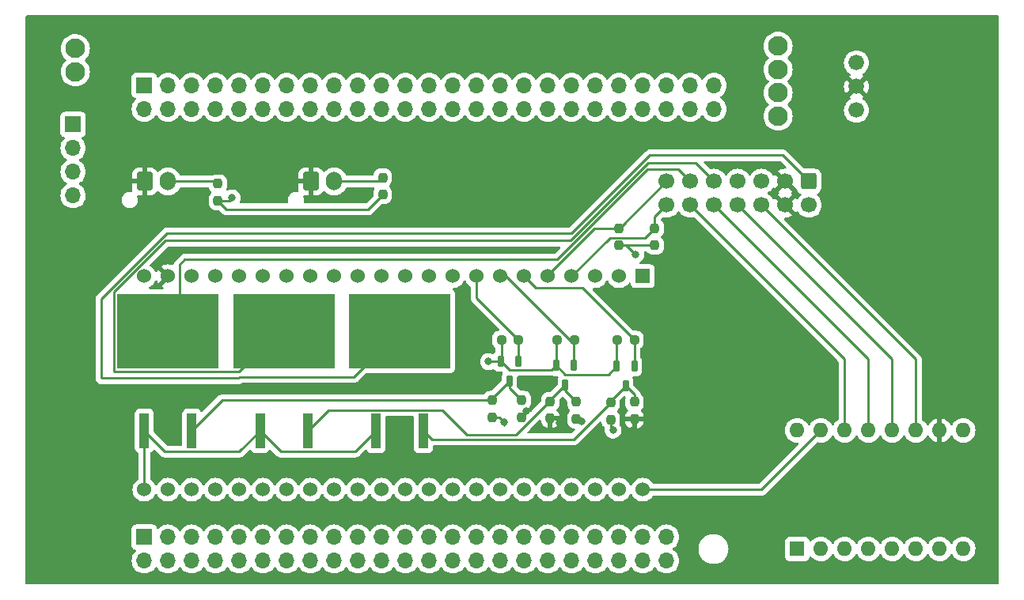
<source format=gbr>
%TF.GenerationSoftware,KiCad,Pcbnew,8.0.5*%
%TF.CreationDate,2024-10-09T10:19:28-04:00*%
%TF.ProjectId,Scout_Board,53636f75-745f-4426-9f61-72642e6b6963,rev?*%
%TF.SameCoordinates,Original*%
%TF.FileFunction,Copper,L4,Bot*%
%TF.FilePolarity,Positive*%
%FSLAX46Y46*%
G04 Gerber Fmt 4.6, Leading zero omitted, Abs format (unit mm)*
G04 Created by KiCad (PCBNEW 8.0.5) date 2024-10-09 10:19:28*
%MOMM*%
%LPD*%
G01*
G04 APERTURE LIST*
G04 Aperture macros list*
%AMRoundRect*
0 Rectangle with rounded corners*
0 $1 Rounding radius*
0 $2 $3 $4 $5 $6 $7 $8 $9 X,Y pos of 4 corners*
0 Add a 4 corners polygon primitive as box body*
4,1,4,$2,$3,$4,$5,$6,$7,$8,$9,$2,$3,0*
0 Add four circle primitives for the rounded corners*
1,1,$1+$1,$2,$3*
1,1,$1+$1,$4,$5*
1,1,$1+$1,$6,$7*
1,1,$1+$1,$8,$9*
0 Add four rect primitives between the rounded corners*
20,1,$1+$1,$2,$3,$4,$5,0*
20,1,$1+$1,$4,$5,$6,$7,0*
20,1,$1+$1,$6,$7,$8,$9,0*
20,1,$1+$1,$8,$9,$2,$3,0*%
G04 Aperture macros list end*
%TA.AperFunction,ComponentPad*%
%ADD10R,1.700000X1.700000*%
%TD*%
%TA.AperFunction,ComponentPad*%
%ADD11O,1.700000X1.700000*%
%TD*%
%TA.AperFunction,ComponentPad*%
%ADD12RoundRect,0.250000X-0.600000X0.600000X-0.600000X-0.600000X0.600000X-0.600000X0.600000X0.600000X0*%
%TD*%
%TA.AperFunction,ComponentPad*%
%ADD13C,1.700000*%
%TD*%
%TA.AperFunction,ComponentPad*%
%ADD14R,1.600000X1.600000*%
%TD*%
%TA.AperFunction,ComponentPad*%
%ADD15O,1.600000X1.600000*%
%TD*%
%TA.AperFunction,ComponentPad*%
%ADD16C,2.100000*%
%TD*%
%TA.AperFunction,ComponentPad*%
%ADD17C,1.676400*%
%TD*%
%TA.AperFunction,ComponentPad*%
%ADD18RoundRect,0.250000X-0.600000X-0.750000X0.600000X-0.750000X0.600000X0.750000X-0.600000X0.750000X0*%
%TD*%
%TA.AperFunction,ComponentPad*%
%ADD19O,1.700000X2.000000*%
%TD*%
%TA.AperFunction,ComponentPad*%
%ADD20R,1.530000X1.530000*%
%TD*%
%TA.AperFunction,ComponentPad*%
%ADD21C,1.530000*%
%TD*%
%TA.AperFunction,SMDPad,CuDef*%
%ADD22RoundRect,0.237500X-0.237500X0.250000X-0.237500X-0.250000X0.237500X-0.250000X0.237500X0.250000X0*%
%TD*%
%TA.AperFunction,SMDPad,CuDef*%
%ADD23RoundRect,0.237500X0.237500X-0.250000X0.237500X0.250000X-0.237500X0.250000X-0.237500X-0.250000X0*%
%TD*%
%TA.AperFunction,SMDPad,CuDef*%
%ADD24RoundRect,0.132500X0.397500X-1.757500X0.397500X1.757500X-0.397500X1.757500X-0.397500X-1.757500X0*%
%TD*%
%TA.AperFunction,SMDPad,CuDef*%
%ADD25R,10.840000X8.000000*%
%TD*%
%TA.AperFunction,SMDPad,CuDef*%
%ADD26RoundRect,0.237500X-0.250000X-0.237500X0.250000X-0.237500X0.250000X0.237500X-0.250000X0.237500X0*%
%TD*%
%TA.AperFunction,SMDPad,CuDef*%
%ADD27RoundRect,0.075000X-0.225000X0.540000X-0.225000X-0.540000X0.225000X-0.540000X0.225000X0.540000X0*%
%TD*%
%TA.AperFunction,ViaPad*%
%ADD28C,0.800000*%
%TD*%
%TA.AperFunction,Conductor*%
%ADD29C,0.250000*%
%TD*%
G04 APERTURE END LIST*
D10*
%TO.P,J1,1,Pin_1*%
%TO.N,Conn1*%
X170180000Y-138684000D03*
D11*
%TO.P,J1,2,Pin_2*%
%TO.N,Conn2*%
X170180000Y-141224000D03*
%TO.P,J1,3,Pin_3*%
%TO.N,Conn3*%
X170180000Y-143764000D03*
%TO.P,J1,4,Pin_4*%
%TO.N,Conn4*%
X170180000Y-146304000D03*
%TD*%
D12*
%TO.P,J2,1,Pin_1*%
%TO.N,TL-*%
X248920000Y-144780000D03*
D13*
%TO.P,J2,2,Pin_2*%
%TO.N,unconnected-(J2-Pin_2-Pad2)*%
X248920000Y-147320000D03*
%TO.P,J2,3,Pin_3*%
%TO.N,5V*%
X246380000Y-144780000D03*
%TO.P,J2,4,Pin_4*%
X246380000Y-147320000D03*
%TO.P,J2,5,Pin_5*%
%TO.N,+12V*%
X243840000Y-144780000D03*
%TO.P,J2,6,Pin_6*%
%TO.N,1B*%
X243840000Y-147320000D03*
%TO.P,J2,7,Pin_7*%
%TO.N,+12V*%
X241300000Y-144780000D03*
%TO.P,J2,8,Pin_8*%
%TO.N,1A*%
X241300000Y-147320000D03*
%TO.P,J2,9,Pin_9*%
%TO.N,BL-*%
X238760000Y-144780000D03*
%TO.P,J2,10,Pin_10*%
%TO.N,2A*%
X238760000Y-147320000D03*
%TO.P,J2,11,Pin_11*%
%TO.N,UV-*%
X236220000Y-144780000D03*
%TO.P,J2,12,Pin_12*%
%TO.N,2B*%
X236220000Y-147320000D03*
%TO.P,J2,13,Pin_13*%
%TO.N,Sw1*%
X233680000Y-144780000D03*
%TO.P,J2,14,Pin_14*%
%TO.N,Sw2*%
X233680000Y-147320000D03*
%TD*%
D14*
%TO.P,U2,1,EN*%
%TO.N,EN*%
X247650000Y-184140000D03*
D15*
%TO.P,U2,2,MS1/SDI*%
%TO.N,MS1{slash}SDI*%
X250190000Y-184140000D03*
%TO.P,U2,3,MS2/SCK*%
%TO.N,MS2{slash}SCK*%
X252730000Y-184140000D03*
%TO.P,U2,4,MS3/CS*%
%TO.N,MS3{slash}CS*%
X255270000Y-184140000D03*
%TO.P,U2,5,RST/SDO*%
%TO.N,RST{slash}SDO*%
X257810000Y-184140000D03*
%TO.P,U2,6,SLP/NC*%
%TO.N,SLP{slash}NC*%
X260350000Y-184140000D03*
%TO.P,U2,7,STEP*%
%TO.N,STEP*%
X262890000Y-184140000D03*
%TO.P,U2,8,DIR*%
%TO.N,DIR*%
X265430000Y-184140000D03*
%TO.P,U2,9,GND*%
%TO.N,GND*%
X265430000Y-171440000D03*
%TO.P,U2,10,VIO*%
%TO.N,5V*%
X262890000Y-171440000D03*
%TO.P,U2,11,1B*%
%TO.N,1B*%
X260350000Y-171440000D03*
%TO.P,U2,12,1A*%
%TO.N,1A*%
X257810000Y-171440000D03*
%TO.P,U2,13,2A*%
%TO.N,2A*%
X255270000Y-171440000D03*
%TO.P,U2,14,2B*%
%TO.N,2B*%
X252730000Y-171440000D03*
%TO.P,U2,15,GND*%
%TO.N,GND*%
X250190000Y-171440000D03*
%TO.P,U2,16,VMOT*%
%TO.N,+12V*%
X247650000Y-171440000D03*
%TD*%
D16*
%TO.P,J7,1*%
%TO.N,I2C1_SCL*%
X170434000Y-130556000D03*
%TO.P,J7,2*%
%TO.N,I2C1_SDA*%
X170434000Y-133056000D03*
%TD*%
D17*
%TO.P,J3,1,1*%
%TO.N,GND*%
X254000000Y-132080000D03*
%TO.P,J3,2,2*%
%TO.N,5V*%
X254000000Y-134620000D03*
%TO.P,J3,3,3*%
%TO.N,+12V*%
X254000000Y-137160000D03*
%TD*%
D10*
%TO.P,J11,1,GND*%
%TO.N,GND*%
X177800000Y-182880000D03*
D11*
%TO.P,J11,2,GND*%
X177800000Y-185420000D03*
%TO.P,J11,3,GPIO0_20*%
%TO.N,unconnected-(J11-GPIO0_20-Pad3)*%
X180340000Y-182880000D03*
%TO.P,J11,4,GPIO0_48*%
%TO.N,unconnected-(J11-GPIO0_48-Pad4)*%
X180340000Y-185420000D03*
%TO.P,J11,5,GPIO0_33*%
%TO.N,unconnected-(J11-GPIO0_33-Pad5)*%
X182880000Y-182880000D03*
%TO.P,J11,6,GPIO0_34*%
%TO.N,unconnected-(J11-GPIO0_34-Pad6)*%
X182880000Y-185420000D03*
%TO.P,J11,7,GPIO0_15*%
%TO.N,SBC_Power*%
X185420000Y-182880000D03*
%TO.P,J11,8,GPIO0_14*%
%TO.N,Wire1*%
X185420000Y-185420000D03*
%TO.P,J11,9,GPIO0_17*%
%TO.N,Wire2*%
X187960000Y-182880000D03*
%TO.P,J11,10,GPIO0_16*%
%TO.N,unconnected-(J11-GPIO0_16-Pad10)*%
X187960000Y-185420000D03*
%TO.P,J11,11,GPIO0_60*%
%TO.N,unconnected-(J11-GPIO0_60-Pad11)*%
X190500000Y-182880000D03*
%TO.P,J11,12,GPIO0_59*%
%TO.N,unconnected-(J11-GPIO0_59-Pad12)*%
X190500000Y-185420000D03*
%TO.P,J11,13,GPIO0_89*%
%TO.N,unconnected-(J11-GPIO0_89-Pad13)*%
X193040000Y-182880000D03*
%TO.P,J11,14,GPIO0_75*%
%TO.N,unconnected-(J11-GPIO0_75-Pad14)*%
X193040000Y-185420000D03*
%TO.P,J11,15,GPIO0_61*%
%TO.N,unconnected-(J11-GPIO0_61-Pad15)*%
X195580000Y-182880000D03*
%TO.P,J11,16,GPIO0_62*%
%TO.N,unconnected-(J11-GPIO0_62-Pad16)*%
X195580000Y-185420000D03*
%TO.P,J11,17,GPIO0_3*%
%TO.N,unconnected-(J11-GPIO0_3-Pad17)*%
X198120000Y-182880000D03*
%TO.P,J11,18,GPIO0_4*%
%TO.N,unconnected-(J11-GPIO0_4-Pad18)*%
X198120000Y-185420000D03*
%TO.P,J11,19,GPIO0_88*%
%TO.N,unconnected-(J11-GPIO0_88-Pad19)*%
X200660000Y-182880000D03*
%TO.P,J11,20,GPIO0_76*%
%TO.N,unconnected-(J11-GPIO0_76-Pad20)*%
X200660000Y-185420000D03*
%TO.P,J11,21,GPIO0_30*%
%TO.N,unconnected-(J11-GPIO0_30-Pad21)*%
X203200000Y-182880000D03*
%TO.P,J11,22,GPIO0_5*%
%TO.N,unconnected-(J11-GPIO0_5-Pad22)*%
X203200000Y-185420000D03*
%TO.P,J11,23,GPIO0_31*%
%TO.N,unconnected-(J11-GPIO0_31-Pad23)*%
X205740000Y-182880000D03*
%TO.P,J11,24,GPIO0_6*%
%TO.N,unconnected-(J11-GPIO0_6-Pad24)*%
X205740000Y-185420000D03*
%TO.P,J11,25,GPIO0_35*%
%TO.N,unconnected-(J11-GPIO0_35-Pad25)*%
X208280000Y-182880000D03*
%TO.P,J11,26,GPIO0_51*%
%TO.N,unconnected-(J11-GPIO0_51-Pad26)*%
X208280000Y-185420000D03*
%TO.P,J11,27,GPIO0_71*%
%TO.N,unconnected-(J11-GPIO0_71-Pad27)*%
X210820000Y-182880000D03*
%TO.P,J11,28,GPIO0_72*%
%TO.N,unconnected-(J11-GPIO0_72-Pad28)*%
X210820000Y-185420000D03*
%TO.P,J11,29,GPIO0_73*%
%TO.N,unconnected-(J11-GPIO0_73-Pad29)*%
X213360000Y-182880000D03*
%TO.P,J11,30,GPIO0_74*%
%TO.N,unconnected-(J11-GPIO0_74-Pad30)*%
X213360000Y-185420000D03*
%TO.P,J11,31,GPIO0_32*%
%TO.N,unconnected-(J11-GPIO0_32-Pad31)*%
X215900000Y-182880000D03*
%TO.P,J11,32,GPIO0_26*%
%TO.N,unconnected-(J11-GPIO0_26-Pad32)*%
X215900000Y-185420000D03*
%TO.P,J11,33,GPIO0_25*%
%TO.N,unconnected-(J11-GPIO0_25-Pad33)*%
X218440000Y-182880000D03*
%TO.P,J11,34,GPIO0_7*%
%TO.N,unconnected-(J11-GPIO0_7-Pad34)*%
X218440000Y-185420000D03*
%TO.P,J11,35,GPIO0_24*%
%TO.N,unconnected-(J11-GPIO0_24-Pad35)*%
X220980000Y-182880000D03*
%TO.P,J11,36,GPIO0_8*%
%TO.N,unconnected-(J11-GPIO0_8-Pad36)*%
X220980000Y-185420000D03*
%TO.P,J11,37,GPIO0_106*%
%TO.N,unconnected-(J11-GPIO0_106-Pad37)*%
X223520000Y-182880000D03*
%TO.P,J11,38,GPIO0_105*%
%TO.N,unconnected-(J11-GPIO0_105-Pad38)*%
X223520000Y-185420000D03*
%TO.P,J11,39,GPIO0_69*%
%TO.N,unconnected-(J11-GPIO0_69-Pad39)*%
X226060000Y-182880000D03*
%TO.P,J11,40,GPIO0_70*%
%TO.N,unconnected-(J11-GPIO0_70-Pad40)*%
X226060000Y-185420000D03*
%TO.P,J11,41,GPIO0_67*%
%TO.N,unconnected-(J11-GPIO0_67-Pad41)*%
X228600000Y-182880000D03*
%TO.P,J11,42,GPIO0_68*%
%TO.N,unconnected-(J11-GPIO0_68-Pad42)*%
X228600000Y-185420000D03*
%TO.P,J11,43,GPIO0_65*%
%TO.N,unconnected-(J11-GPIO0_65-Pad43)*%
X231140000Y-182880000D03*
%TO.P,J11,44,GPIO0_66*%
%TO.N,unconnected-(J11-GPIO0_66-Pad44)*%
X231140000Y-185420000D03*
%TO.P,J11,45,GPIO0_79*%
%TO.N,unconnected-(J11-GPIO0_79-Pad45)*%
X233680000Y-182880000D03*
%TO.P,J11,46,GPIO0_80*%
%TO.N,unconnected-(J11-GPIO0_80-Pad46)*%
X233680000Y-185420000D03*
%TD*%
D18*
%TO.P,Conn2,1,Pin_1*%
%TO.N,5V*%
X177840000Y-144780000D03*
D19*
%TO.P,Conn2,2,Pin_2*%
%TO.N,CaptureButton*%
X180340000Y-144780000D03*
%TD*%
D16*
%TO.P,J8,1*%
%TO.N,SPI1_CS0*%
X245618000Y-137802000D03*
%TO.P,J8,2*%
%TO.N,SPI1_D1*%
X245618000Y-135302000D03*
%TO.P,J8,3*%
%TO.N,SPI1_SCLK*%
X245618000Y-132802000D03*
%TO.P,J8,4*%
%TO.N,SPI1_D0*%
X245618000Y-130302000D03*
%TD*%
D18*
%TO.P,Conn4,1,Pin_1*%
%TO.N,5V*%
X195620000Y-144780000D03*
D19*
%TO.P,Conn4,2,Pin_2*%
%TO.N,FlipButton*%
X198120000Y-144780000D03*
%TD*%
D20*
%TO.P,U1,J1_1,3V3*%
%TO.N,+3.3V*%
X231140000Y-154940000D03*
D21*
%TO.P,U1,J1_2,3V3*%
X228600000Y-154940000D03*
%TO.P,U1,J1_3,RST*%
%TO.N,unconnected-(U1-RST-PadJ1_3)*%
X226060000Y-154940000D03*
%TO.P,U1,J1_4,GPIO4*%
%TO.N,Sw2*%
X223520000Y-154940000D03*
%TO.P,U1,J1_5,GPIO5*%
%TO.N,Sw1*%
X220980000Y-154940000D03*
%TO.P,U1,J1_6,GPIO6*%
%TO.N,TopLightsLV*%
X218440000Y-154940000D03*
%TO.P,U1,J1_7,GPIO7*%
%TO.N,BottomLightsLV*%
X215900000Y-154940000D03*
%TO.P,U1,J1_8,GPIO15*%
%TO.N,UVLightsLV*%
X213360000Y-154940000D03*
%TO.P,U1,J1_9,GPIO16*%
%TO.N,unconnected-(U1-GPIO16-PadJ1_9)*%
X210820000Y-154940000D03*
%TO.P,U1,J1_10,GPIO17*%
%TO.N,unconnected-(U1-GPIO17-PadJ1_10)*%
X208280000Y-154940000D03*
%TO.P,U1,J1_11,GPIO18*%
%TO.N,unconnected-(U1-GPIO18-PadJ1_11)*%
X205740000Y-154940000D03*
%TO.P,U1,J1_12,GPIO8*%
%TO.N,RxD*%
X203200000Y-154940000D03*
%TO.P,U1,J1_13,GPIO3*%
%TO.N,TxD*%
X200660000Y-154940000D03*
%TO.P,U1,J1_14,GPIO46*%
%TO.N,Sys_reset*%
X198120000Y-154940000D03*
%TO.P,U1,J1_15,GPIO9*%
%TO.N,Conn1*%
X195580000Y-154940000D03*
%TO.P,U1,J1_16,GPIO10*%
%TO.N,Conn2*%
X193040000Y-154940000D03*
%TO.P,U1,J1_17,GPIO11*%
%TO.N,Conn3*%
X190500000Y-154940000D03*
%TO.P,U1,J1_18,GPIO12*%
%TO.N,Conn4*%
X187960000Y-154940000D03*
%TO.P,U1,J1_19,GPIO13*%
%TO.N,FlipButton*%
X185420000Y-154940000D03*
%TO.P,U1,J1_20,GPIO14*%
%TO.N,CaptureButton*%
X182880000Y-154940000D03*
%TO.P,U1,J1_21,5V0*%
%TO.N,5V*%
X180340000Y-154940000D03*
%TO.P,U1,J1_22,GND*%
%TO.N,GND*%
X177800000Y-154940000D03*
%TO.P,U1,J3_1,GND*%
X231140000Y-177800000D03*
%TO.P,U1,J3_2,U0TXD/GPIO43*%
%TO.N,EN*%
X228600000Y-177800000D03*
%TO.P,U1,J3_3,U0RXD/GPIO44*%
%TO.N,MS1{slash}SDI*%
X226060000Y-177800000D03*
%TO.P,U1,J3_4,GPIO1*%
%TO.N,unconnected-(U1-GPIO1-PadJ3_4)*%
X223520000Y-177800000D03*
%TO.P,U1,J3_5,GPIO2*%
%TO.N,MS2{slash}SCK*%
X220980000Y-177800000D03*
%TO.P,U1,J3_6,MTMS/GPIO42*%
%TO.N,MS3{slash}CS*%
X218440000Y-177800000D03*
%TO.P,U1,J3_7,MTDI/GPIO41*%
%TO.N,SLP{slash}NC*%
X215900000Y-177800000D03*
%TO.P,U1,J3_8,MTDO/GPIO40*%
%TO.N,STEP*%
X213360000Y-177800000D03*
%TO.P,U1,J3_9,MTCK/GPIO39*%
%TO.N,DIR*%
X210820000Y-177800000D03*
%TO.P,U1,J3_10,GPIO38*%
%TO.N,RST{slash}SDO*%
X208280000Y-177800000D03*
%TO.P,U1,J3_11,GPIO37*%
%TO.N,unconnected-(U1-GPIO37-PadJ3_11)*%
X205740000Y-177800000D03*
%TO.P,U1,J3_12,GPIO36*%
%TO.N,unconnected-(U1-GPIO36-PadJ3_12)*%
X203200000Y-177800000D03*
%TO.P,U1,J3_13,GPIO35*%
%TO.N,unconnected-(U1-GPIO35-PadJ3_13)*%
X200660000Y-177800000D03*
%TO.P,U1,J3_14,GPIO0*%
%TO.N,unconnected-(U1-GPIO0-PadJ3_14)*%
X198120000Y-177800000D03*
%TO.P,U1,J3_15,GPIO45*%
%TO.N,unconnected-(U1-GPIO45-PadJ3_15)*%
X195580000Y-177800000D03*
%TO.P,U1,J3_16,GPIO48*%
%TO.N,unconnected-(U1-GPIO48-PadJ3_16)*%
X193040000Y-177800000D03*
%TO.P,U1,J3_17,GPIO47*%
%TO.N,unconnected-(U1-GPIO47-PadJ3_17)*%
X190500000Y-177800000D03*
%TO.P,U1,J3_18,GPIO21*%
%TO.N,Wire2*%
X187960000Y-177800000D03*
%TO.P,U1,J3_19,USB_D+/GPIO20*%
%TO.N,SBC_Power*%
X185420000Y-177800000D03*
%TO.P,U1,J3_20,USB_D-/GPIO19*%
%TO.N,Wire1*%
X182880000Y-177800000D03*
%TO.P,U1,J3_21,GND*%
%TO.N,GND*%
X180340000Y-177800000D03*
%TO.P,U1,J3_22,GND*%
X177800000Y-177800000D03*
%TD*%
D10*
%TO.P,J10,1,GND*%
%TO.N,unconnected-(J10-GND-Pad1)*%
X177800000Y-134500000D03*
D11*
%TO.P,J10,2,GND*%
%TO.N,unconnected-(J10-GND-Pad2)*%
X177800000Y-137040000D03*
%TO.P,J10,3,3.3V*%
%TO.N,unconnected-(J10-3.3V-Pad3)*%
X180340000Y-134500000D03*
%TO.P,J10,4,3.3V*%
%TO.N,unconnected-(J10-3.3V-Pad4)*%
X180340000Y-137040000D03*
%TO.P,J10,5,VIN*%
%TO.N,unconnected-(J10-VIN-Pad5)*%
X182880000Y-134500000D03*
%TO.P,J10,6,VIN*%
%TO.N,unconnected-(J10-VIN-Pad6)*%
X182880000Y-137040000D03*
%TO.P,J10,7,VOUT*%
%TO.N,unconnected-(J10-VOUT-Pad7)*%
X185420000Y-134500000D03*
%TO.P,J10,8,VOUT*%
%TO.N,unconnected-(J10-VOUT-Pad8)*%
X185420000Y-137040000D03*
%TO.P,J10,9,Reset*%
%TO.N,unconnected-(J10-Reset-Pad9)*%
X187960000Y-134500000D03*
%TO.P,J10,10,Reset*%
%TO.N,Sys_reset*%
X187960000Y-137040000D03*
%TO.P,J10,11,GPIO0_1*%
%TO.N,unconnected-(J10-GPIO0_1-Pad11)*%
X190500000Y-134500000D03*
%TO.P,J10,12,GPIO0_45*%
%TO.N,unconnected-(J10-GPIO0_45-Pad12)*%
X190500000Y-137040000D03*
%TO.P,J10,13,GPIO0_2*%
%TO.N,unconnected-(J10-GPIO0_2-Pad13)*%
X193040000Y-134500000D03*
%TO.P,J10,14,GPIO0_93*%
%TO.N,unconnected-(J10-GPIO0_93-Pad14)*%
X193040000Y-137040000D03*
%TO.P,J10,15,GPIO0_47*%
%TO.N,unconnected-(J10-GPIO0_47-Pad15)*%
X195580000Y-134500000D03*
%TO.P,J10,16,GPIO0_94*%
%TO.N,I2C1_SDA*%
X195580000Y-137040000D03*
%TO.P,J10,17,GPIO0_28*%
%TO.N,I2C1_SCL*%
X198120000Y-134500000D03*
%TO.P,J10,18,GPIO0_40*%
%TO.N,unconnected-(J10-GPIO0_40-Pad18)*%
X198120000Y-137040000D03*
%TO.P,J10,19,GPIO1_1*%
%TO.N,unconnected-(J10-GPIO1_1-Pad19)*%
X200660000Y-134500000D03*
%TO.P,J10,20,GPIO1_2*%
%TO.N,unconnected-(J10-GPIO1_2-Pad20)*%
X200660000Y-137040000D03*
%TO.P,J10,21,GPIO0_39*%
%TO.N,unconnected-(J10-GPIO0_39-Pad21)*%
X203200000Y-134500000D03*
%TO.P,J10,22,GPIO0_38*%
%TO.N,unconnected-(J10-GPIO0_38-Pad22)*%
X203200000Y-137040000D03*
%TO.P,J10,23,GPIO0_10*%
%TO.N,unconnected-(J10-GPIO0_10-Pad23)*%
X205740000Y-134500000D03*
%TO.P,J10,24,GPIO0_119*%
%TO.N,TxD*%
X205740000Y-137040000D03*
%TO.P,J10,25,GPIO0_127*%
%TO.N,unconnected-(J10-GPIO0_127-Pad25)*%
X208280000Y-134500000D03*
%TO.P,J10,26,GPIO0_118*%
%TO.N,RxD*%
X208280000Y-137040000D03*
%TO.P,J10,27,GPIO0_46*%
%TO.N,unconnected-(J10-GPIO0_46-Pad27)*%
X210820000Y-134500000D03*
%TO.P,J10,28,GPIO1_11*%
%TO.N,SPI1_CS0*%
X210820000Y-137040000D03*
%TO.P,J10,29,GPIO1_14*%
%TO.N,SPI1_D0*%
X213360000Y-134500000D03*
%TO.P,J10,30,GPIO1_13*%
%TO.N,SPI1_D1*%
X213360000Y-137040000D03*
%TO.P,J10,31,GPIO1_12*%
%TO.N,SPI1_SCLK*%
X215900000Y-134500000D03*
%TO.P,J10,32,VDD_ADC*%
%TO.N,unconnected-(J10-VDD_ADC-Pad32)*%
X215900000Y-137040000D03*
%TO.P,J10,33,AIN4*%
%TO.N,unconnected-(J10-AIN4-Pad33)*%
X218440000Y-134500000D03*
%TO.P,J10,34,GND*%
%TO.N,unconnected-(J10-GND-Pad34)*%
X218440000Y-137040000D03*
%TO.P,J10,35,AIN6*%
%TO.N,unconnected-(J10-AIN6-Pad35)*%
X220980000Y-134500000D03*
%TO.P,J10,36,AIN5*%
%TO.N,unconnected-(J10-AIN5-Pad36)*%
X220980000Y-137040000D03*
%TO.P,J10,37,AIN2*%
%TO.N,unconnected-(J10-AIN2-Pad37)*%
X223520000Y-134500000D03*
%TO.P,J10,38,AIN3*%
%TO.N,unconnected-(J10-AIN3-Pad38)*%
X223520000Y-137040000D03*
%TO.P,J10,39,AIN0*%
%TO.N,unconnected-(J10-AIN0-Pad39)*%
X226060000Y-134500000D03*
%TO.P,J10,40,AIN1*%
%TO.N,unconnected-(J10-AIN1-Pad40)*%
X226060000Y-137040000D03*
%TO.P,J10,41,GPIO1_0*%
%TO.N,unconnected-(J10-GPIO1_0-Pad41)*%
X228600000Y-134500000D03*
%TO.P,J10,42,GPIO0_123*%
%TO.N,unconnected-(J10-GPIO0_123-Pad42)*%
X228600000Y-137040000D03*
%TO.P,J10,43,GND*%
%TO.N,GND*%
X231140000Y-134500000D03*
%TO.P,J10,44,GND*%
X231140000Y-137040000D03*
%TO.P,J10,45,GND*%
X233680000Y-134500000D03*
%TO.P,J10,46,GND*%
X233680000Y-137040000D03*
%TO.P,J10,47*%
%TO.N,N/C*%
X236220000Y-134500000D03*
%TO.P,J10,48*%
X236220000Y-137040000D03*
%TO.P,J10,49*%
X238760000Y-134500000D03*
%TO.P,J10,50*%
X238760000Y-137040000D03*
%TD*%
D22*
%TO.P,R13,1*%
%TO.N,BottomLightsHV*%
X224028000Y-168402000D03*
%TO.P,R13,2*%
%TO.N,GND*%
X224028000Y-170227000D03*
%TD*%
D23*
%TO.P,R14,1*%
%TO.N,5V*%
X221234000Y-170180000D03*
%TO.P,R14,2*%
%TO.N,BottomLightsHV*%
X221234000Y-168355000D03*
%TD*%
D24*
%TO.P,MOSFET1,1,G*%
%TO.N,TopLightsHV*%
X207660000Y-171500000D03*
D25*
%TO.P,MOSFET1,2,D*%
%TO.N,TL-*%
X205120000Y-160810000D03*
D24*
%TO.P,MOSFET1,3,S*%
%TO.N,GND*%
X202580000Y-171500000D03*
%TD*%
D26*
%TO.P,R29,1*%
%TO.N,+3.3V*%
X216003500Y-161754000D03*
%TO.P,R29,2*%
%TO.N,UVLightsLV*%
X217828500Y-161754000D03*
%TD*%
D27*
%TO.P,Q2,1*%
%TO.N,+3.3V*%
X221874000Y-164504000D03*
%TO.P,Q2,2*%
%TO.N,BottomLightsLV*%
X223774000Y-164504000D03*
%TO.P,Q2,3*%
%TO.N,BottomLightsHV*%
X222824000Y-166624000D03*
%TD*%
D23*
%TO.P,R31,1*%
%TO.N,5V*%
X218186000Y-170032500D03*
%TO.P,R31,2*%
%TO.N,UVLightsHV*%
X218186000Y-168207500D03*
%TD*%
D26*
%TO.P,R9,1*%
%TO.N,+3.3V*%
X228421000Y-161754000D03*
%TO.P,R9,2*%
%TO.N,TopLightsLV*%
X230246000Y-161754000D03*
%TD*%
D27*
%TO.P,Q3,1*%
%TO.N,+3.3V*%
X215928500Y-164040000D03*
%TO.P,Q3,2*%
%TO.N,UVLightsLV*%
X217828500Y-164040000D03*
%TO.P,Q3,3*%
%TO.N,UVLightsHV*%
X216878500Y-166160000D03*
%TD*%
%TO.P,Q1,1*%
%TO.N,+3.3V*%
X228346000Y-164548000D03*
%TO.P,Q1,2*%
%TO.N,TopLightsLV*%
X230246000Y-164548000D03*
%TO.P,Q1,3*%
%TO.N,TopLightsHV*%
X229296000Y-166668000D03*
%TD*%
D22*
%TO.P,R8,1*%
%TO.N,Sw2*%
X232410000Y-149813000D03*
%TO.P,R8,2*%
%TO.N,GND*%
X232410000Y-151638000D03*
%TD*%
D23*
%TO.P,R11,1*%
%TO.N,5V*%
X230246000Y-170224000D03*
%TO.P,R11,2*%
%TO.N,TopLightsHV*%
X230246000Y-168399000D03*
%TD*%
D22*
%TO.P,R10,1*%
%TO.N,TopLightsHV*%
X227706000Y-168446000D03*
%TO.P,R10,2*%
%TO.N,GND*%
X227706000Y-170271000D03*
%TD*%
%TO.P,R1,1*%
%TO.N,FlipButton*%
X203303500Y-144375500D03*
%TO.P,R1,2*%
%TO.N,GND*%
X203303500Y-146200500D03*
%TD*%
%TO.P,R2,1*%
%TO.N,CaptureButton*%
X185674000Y-145034000D03*
%TO.P,R2,2*%
%TO.N,GND*%
X185674000Y-146859000D03*
%TD*%
%TO.P,R7,1*%
%TO.N,Sw1*%
X228600000Y-149813000D03*
%TO.P,R7,2*%
%TO.N,GND*%
X228600000Y-151638000D03*
%TD*%
D24*
%TO.P,MOSFET2,1,G*%
%TO.N,BottomLightsHV*%
X195270000Y-171500000D03*
D25*
%TO.P,MOSFET2,2,D*%
%TO.N,BL-*%
X192730000Y-160810000D03*
D24*
%TO.P,MOSFET2,3,S*%
%TO.N,GND*%
X190190000Y-171500000D03*
%TD*%
D22*
%TO.P,R30,1*%
%TO.N,UVLightsHV*%
X215034500Y-168207500D03*
%TO.P,R30,2*%
%TO.N,GND*%
X215034500Y-170032500D03*
%TD*%
D24*
%TO.P,MOSFET3,1,G*%
%TO.N,UVLightsHV*%
X182880000Y-171500000D03*
D25*
%TO.P,MOSFET3,2,D*%
%TO.N,UV-*%
X180340000Y-160810000D03*
D24*
%TO.P,MOSFET3,3,S*%
%TO.N,GND*%
X177800000Y-171500000D03*
%TD*%
D26*
%TO.P,R12,1*%
%TO.N,+3.3V*%
X221996000Y-161798000D03*
%TO.P,R12,2*%
%TO.N,BottomLightsLV*%
X223821000Y-161798000D03*
%TD*%
D28*
%TO.N,GND*%
X216323707Y-170547079D03*
X227960000Y-171406000D03*
X187198000Y-146558000D03*
X224557980Y-170498004D03*
X230378000Y-152654000D03*
%TO.N,+3.3V*%
X214630000Y-164084000D03*
%TO.N,5V*%
X218694000Y-169418000D03*
X235458000Y-152146000D03*
X222250000Y-170644000D03*
X230124000Y-171450000D03*
%TD*%
D29*
%TO.N,GND*%
X229362000Y-151638000D02*
X230378000Y-152654000D01*
X216323707Y-170878793D02*
X216323707Y-170547079D01*
X224299004Y-170498004D02*
X224557980Y-170498004D01*
X177800000Y-171500000D02*
X177800000Y-177800000D01*
X224028000Y-170227000D02*
X224299004Y-170498004D01*
X186897000Y-146859000D02*
X187198000Y-146558000D01*
X180015000Y-173715000D02*
X177800000Y-171500000D01*
X228600000Y-151638000D02*
X229362000Y-151638000D01*
X200365000Y-173715000D02*
X192405000Y-173715000D01*
X202580000Y-171500000D02*
X200365000Y-173715000D01*
X185674000Y-146859000D02*
X186897000Y-146859000D01*
X243830000Y-177800000D02*
X250190000Y-171440000D01*
X215034500Y-170032500D02*
X215809128Y-170032500D01*
X187975000Y-173715000D02*
X180015000Y-173715000D01*
X190190000Y-171500000D02*
X187975000Y-173715000D01*
X227706000Y-170271000D02*
X227706000Y-171152000D01*
X215809128Y-170032500D02*
X216323707Y-170547079D01*
X232410000Y-151638000D02*
X228600000Y-151638000D01*
X227706000Y-171152000D02*
X227960000Y-171406000D01*
X216304500Y-170898000D02*
X216323707Y-170878793D01*
X192405000Y-173715000D02*
X190190000Y-171500000D01*
X231140000Y-177800000D02*
X243830000Y-177800000D01*
X186570000Y-147755000D02*
X185674000Y-146859000D01*
X201749000Y-147755000D02*
X186570000Y-147755000D01*
X203303500Y-146200500D02*
X201749000Y-147755000D01*
%TO.N,Sw1*%
X225981396Y-149813000D02*
X220980000Y-154814396D01*
X220980000Y-154814396D02*
X220980000Y-154940000D01*
X228600000Y-149813000D02*
X225981396Y-149813000D01*
X228647000Y-149813000D02*
X233680000Y-144780000D01*
X228600000Y-149813000D02*
X228647000Y-149813000D01*
%TO.N,Sw2*%
X232410000Y-149813000D02*
X231397500Y-150825500D01*
X227634500Y-150825500D02*
X223520000Y-154940000D01*
X232410000Y-148590000D02*
X233680000Y-147320000D01*
X231397500Y-150825500D02*
X227634500Y-150825500D01*
X232410000Y-149813000D02*
X232410000Y-148590000D01*
%TO.N,1B*%
X260350000Y-163830000D02*
X243840000Y-147320000D01*
X260350000Y-171440000D02*
X260350000Y-163830000D01*
%TO.N,1A*%
X257810000Y-163830000D02*
X241300000Y-147320000D01*
X257810000Y-171440000D02*
X257810000Y-163830000D01*
%TO.N,TL-*%
X187881604Y-165862000D02*
X173228000Y-165862000D01*
X223517208Y-150368000D02*
X231899208Y-141986000D01*
X231899208Y-141986000D02*
X246126000Y-141986000D01*
X180194111Y-150368000D02*
X223517208Y-150368000D01*
X246126000Y-141986000D02*
X248920000Y-144780000D01*
X173228000Y-165862000D02*
X173228000Y-157334111D01*
X173228000Y-157334111D02*
X180194111Y-150368000D01*
X188017873Y-165725731D02*
X187881604Y-165862000D01*
X200204269Y-165725731D02*
X188017873Y-165725731D01*
X205120000Y-160810000D02*
X200204269Y-165725731D01*
%TO.N,BL-*%
X231715604Y-142806000D02*
X236786000Y-142806000D01*
X223391604Y-151130000D02*
X231715604Y-142806000D01*
X180068507Y-151130000D02*
X223391604Y-151130000D01*
X174595000Y-156603507D02*
X180068507Y-151130000D01*
X187972208Y-165135000D02*
X174595000Y-165135000D01*
X192297208Y-160810000D02*
X187972208Y-165135000D01*
X174595000Y-165135000D02*
X174595000Y-156603507D01*
X192730000Y-160810000D02*
X192297208Y-160810000D01*
X236786000Y-142806000D02*
X238760000Y-144780000D01*
%TO.N,2B*%
X252730000Y-171440000D02*
X252730000Y-163830000D01*
X252730000Y-163830000D02*
X236220000Y-147320000D01*
%TO.N,2A*%
X255270000Y-171440000D02*
X255270000Y-163830000D01*
X255270000Y-163830000D02*
X238760000Y-147320000D01*
%TO.N,UV-*%
X234950000Y-143510000D02*
X236220000Y-144780000D01*
X182127604Y-153162000D02*
X221996000Y-153162000D01*
X180340000Y-160810000D02*
X181552000Y-159598000D01*
X221996000Y-153162000D02*
X231648000Y-143510000D01*
X181552000Y-153737604D02*
X182127604Y-153162000D01*
X181552000Y-159598000D02*
X181552000Y-153737604D01*
X231648000Y-143510000D02*
X234950000Y-143510000D01*
%TO.N,FlipButton*%
X202899000Y-144780000D02*
X203303500Y-144375500D01*
X198120000Y-144780000D02*
X202899000Y-144780000D01*
%TO.N,CaptureButton*%
X180340000Y-144780000D02*
X185420000Y-144780000D01*
X185420000Y-144780000D02*
X185674000Y-145034000D01*
%TO.N,TopLightsLV*%
X230246000Y-161754000D02*
X224702000Y-156210000D01*
X224702000Y-156210000D02*
X219710000Y-156210000D01*
X230246000Y-164548000D02*
X230246000Y-161754000D01*
X219710000Y-156210000D02*
X218440000Y-154940000D01*
%TO.N,+3.3V*%
X214674000Y-164040000D02*
X214630000Y-164084000D01*
X215928500Y-164040000D02*
X216868500Y-164980000D01*
X216003500Y-163965000D02*
X215928500Y-164040000D01*
X216003500Y-161754000D02*
X216003500Y-163965000D01*
X221874000Y-164504000D02*
X221874000Y-161920000D01*
X227450000Y-165444000D02*
X228346000Y-164548000D01*
X221874000Y-164504000D02*
X222814000Y-165444000D01*
X221398000Y-164980000D02*
X221874000Y-164504000D01*
X222814000Y-165444000D02*
X227450000Y-165444000D01*
X228346000Y-161829000D02*
X228421000Y-161754000D01*
X221874000Y-161920000D02*
X221996000Y-161798000D01*
X215928500Y-164040000D02*
X214674000Y-164040000D01*
X216868500Y-164980000D02*
X221398000Y-164980000D01*
X228346000Y-164548000D02*
X228346000Y-161829000D01*
%TO.N,TopLightsHV*%
X207660000Y-171500000D02*
X208568000Y-172408000D01*
X230246000Y-168399000D02*
X230246000Y-167618000D01*
X227706000Y-168258000D02*
X229296000Y-166668000D01*
X230246000Y-167618000D02*
X229296000Y-166668000D01*
X227706000Y-168446000D02*
X227706000Y-168258000D01*
X223744000Y-172408000D02*
X227706000Y-168446000D01*
X208568000Y-172408000D02*
X223744000Y-172408000D01*
%TO.N,BottomLightsLV*%
X223287103Y-161798000D02*
X216429103Y-154940000D01*
X216429103Y-154940000D02*
X215900000Y-154940000D01*
X223774000Y-164504000D02*
X223774000Y-161845000D01*
X223774000Y-161845000D02*
X223821000Y-161798000D01*
X223821000Y-161798000D02*
X223287103Y-161798000D01*
%TO.N,BottomLightsHV*%
X195270000Y-171500000D02*
X197485000Y-169285000D01*
X221234000Y-168355000D02*
X221234000Y-168214000D01*
X221234000Y-168214000D02*
X222824000Y-166624000D01*
X217550076Y-171958000D02*
X212344000Y-171958000D01*
X197485000Y-169285000D02*
X209671000Y-169285000D01*
X221234000Y-168355000D02*
X221153076Y-168355000D01*
X222824000Y-167198000D02*
X224028000Y-168402000D01*
X221153076Y-168355000D02*
X217550076Y-171958000D01*
X222824000Y-166624000D02*
X222824000Y-167198000D01*
X209671000Y-169285000D02*
X212344000Y-171958000D01*
%TO.N,UVLightsHV*%
X186172500Y-168207500D02*
X215034500Y-168207500D01*
X215034500Y-168004000D02*
X216878500Y-166160000D01*
X218186000Y-168612000D02*
X218186000Y-168207500D01*
X216878500Y-166900000D02*
X218186000Y-168207500D01*
X216878500Y-166160000D02*
X216878500Y-166900000D01*
X182880000Y-171500000D02*
X186172500Y-168207500D01*
X215034500Y-168207500D02*
X215034500Y-168004000D01*
%TO.N,UVLightsLV*%
X213360000Y-157285500D02*
X213360000Y-154940000D01*
X217828500Y-164040000D02*
X217528501Y-164040000D01*
X217828500Y-161754000D02*
X213360000Y-157285500D01*
X217828500Y-164040000D02*
X217828500Y-161754000D01*
%TO.N,5V*%
X221234000Y-170180000D02*
X221786000Y-170180000D01*
X218186000Y-169926000D02*
X218694000Y-169418000D01*
X218186000Y-170032500D02*
X218186000Y-169926000D01*
X230124000Y-171450000D02*
X230124000Y-170346000D01*
X230124000Y-170346000D02*
X230246000Y-170224000D01*
X221786000Y-170180000D02*
X222250000Y-170644000D01*
%TD*%
%TA.AperFunction,Conductor*%
%TO.N,5V*%
G36*
X235034855Y-147986546D02*
G01*
X235051575Y-148005842D01*
X235181500Y-148191395D01*
X235181505Y-148191401D01*
X235348599Y-148358495D01*
X235418650Y-148407545D01*
X235542165Y-148494032D01*
X235542167Y-148494033D01*
X235542170Y-148494035D01*
X235756337Y-148593903D01*
X235984592Y-148655063D01*
X236172918Y-148671539D01*
X236219999Y-148675659D01*
X236220000Y-148675659D01*
X236220001Y-148675659D01*
X236259234Y-148672226D01*
X236455408Y-148655063D01*
X236555873Y-148628143D01*
X236625722Y-148629806D01*
X236675647Y-148660237D01*
X252068181Y-164052771D01*
X252101666Y-164114094D01*
X252104500Y-164140452D01*
X252104500Y-170225811D01*
X252084815Y-170292850D01*
X252051623Y-170327386D01*
X251890859Y-170439953D01*
X251729954Y-170600858D01*
X251599432Y-170787265D01*
X251599431Y-170787267D01*
X251572382Y-170845275D01*
X251526209Y-170897714D01*
X251459016Y-170916866D01*
X251392135Y-170896650D01*
X251347618Y-170845275D01*
X251342834Y-170835015D01*
X251320568Y-170787266D01*
X251190047Y-170600861D01*
X251190045Y-170600858D01*
X251029141Y-170439954D01*
X250842734Y-170309432D01*
X250842732Y-170309431D01*
X250636497Y-170213261D01*
X250636488Y-170213258D01*
X250416697Y-170154366D01*
X250416693Y-170154365D01*
X250416692Y-170154365D01*
X250416691Y-170154364D01*
X250416686Y-170154364D01*
X250190002Y-170134532D01*
X250189998Y-170134532D01*
X249963313Y-170154364D01*
X249963302Y-170154366D01*
X249743511Y-170213258D01*
X249743502Y-170213261D01*
X249537267Y-170309431D01*
X249537265Y-170309432D01*
X249350858Y-170439954D01*
X249189954Y-170600858D01*
X249059432Y-170787265D01*
X249059431Y-170787267D01*
X249032382Y-170845275D01*
X248986209Y-170897714D01*
X248919016Y-170916866D01*
X248852135Y-170896650D01*
X248807618Y-170845275D01*
X248802834Y-170835015D01*
X248780568Y-170787266D01*
X248650047Y-170600861D01*
X248650045Y-170600858D01*
X248489141Y-170439954D01*
X248302734Y-170309432D01*
X248302732Y-170309431D01*
X248096497Y-170213261D01*
X248096488Y-170213258D01*
X247876697Y-170154366D01*
X247876693Y-170154365D01*
X247876692Y-170154365D01*
X247876691Y-170154364D01*
X247876686Y-170154364D01*
X247650002Y-170134532D01*
X247649998Y-170134532D01*
X247423313Y-170154364D01*
X247423302Y-170154366D01*
X247203511Y-170213258D01*
X247203502Y-170213261D01*
X246997267Y-170309431D01*
X246997265Y-170309432D01*
X246810858Y-170439954D01*
X246649954Y-170600858D01*
X246519432Y-170787265D01*
X246519431Y-170787267D01*
X246423261Y-170993502D01*
X246423258Y-170993511D01*
X246364366Y-171213302D01*
X246364364Y-171213313D01*
X246344532Y-171439998D01*
X246344532Y-171440001D01*
X246364364Y-171666686D01*
X246364366Y-171666697D01*
X246423258Y-171886488D01*
X246423261Y-171886497D01*
X246519431Y-172092732D01*
X246519432Y-172092734D01*
X246649954Y-172279141D01*
X246810858Y-172440045D01*
X246810861Y-172440047D01*
X246997266Y-172570568D01*
X247203504Y-172666739D01*
X247423308Y-172725635D01*
X247580780Y-172739412D01*
X247649998Y-172745468D01*
X247649999Y-172745468D01*
X247649999Y-172745467D01*
X247650000Y-172745468D01*
X247694102Y-172741609D01*
X247762600Y-172755375D01*
X247812784Y-172803989D01*
X247828718Y-172872018D01*
X247805344Y-172937862D01*
X247792590Y-172952818D01*
X243607229Y-177138181D01*
X243545906Y-177171666D01*
X243519548Y-177174500D01*
X232311461Y-177174500D01*
X232244422Y-177154815D01*
X232209887Y-177121625D01*
X232113132Y-176983445D01*
X231956555Y-176826868D01*
X231775167Y-176699858D01*
X231775163Y-176699856D01*
X231574486Y-176606279D01*
X231574475Y-176606275D01*
X231360592Y-176548965D01*
X231360585Y-176548964D01*
X231140002Y-176529666D01*
X231139998Y-176529666D01*
X230919414Y-176548964D01*
X230919407Y-176548965D01*
X230705524Y-176606275D01*
X230705513Y-176606279D01*
X230504836Y-176699856D01*
X230504834Y-176699857D01*
X230323444Y-176826868D01*
X230166868Y-176983444D01*
X230039857Y-177164834D01*
X230039856Y-177164836D01*
X229982382Y-177288091D01*
X229936210Y-177340531D01*
X229869017Y-177359683D01*
X229802135Y-177339467D01*
X229757618Y-177288091D01*
X229729050Y-177226828D01*
X229700142Y-177164833D01*
X229573132Y-176983445D01*
X229416555Y-176826868D01*
X229235167Y-176699858D01*
X229235163Y-176699856D01*
X229034486Y-176606279D01*
X229034475Y-176606275D01*
X228820592Y-176548965D01*
X228820585Y-176548964D01*
X228600002Y-176529666D01*
X228599998Y-176529666D01*
X228379414Y-176548964D01*
X228379407Y-176548965D01*
X228165524Y-176606275D01*
X228165513Y-176606279D01*
X227964836Y-176699856D01*
X227964834Y-176699857D01*
X227783444Y-176826868D01*
X227626868Y-176983444D01*
X227499857Y-177164834D01*
X227499856Y-177164836D01*
X227442382Y-177288091D01*
X227396210Y-177340531D01*
X227329017Y-177359683D01*
X227262135Y-177339467D01*
X227217618Y-177288091D01*
X227189050Y-177226828D01*
X227160142Y-177164833D01*
X227033132Y-176983445D01*
X226876555Y-176826868D01*
X226695167Y-176699858D01*
X226695163Y-176699856D01*
X226494486Y-176606279D01*
X226494475Y-176606275D01*
X226280592Y-176548965D01*
X226280585Y-176548964D01*
X226060002Y-176529666D01*
X226059998Y-176529666D01*
X225839414Y-176548964D01*
X225839407Y-176548965D01*
X225625524Y-176606275D01*
X225625513Y-176606279D01*
X225424836Y-176699856D01*
X225424834Y-176699857D01*
X225243444Y-176826868D01*
X225086868Y-176983444D01*
X224959857Y-177164834D01*
X224959856Y-177164836D01*
X224902382Y-177288091D01*
X224856210Y-177340531D01*
X224789017Y-177359683D01*
X224722135Y-177339467D01*
X224677618Y-177288091D01*
X224649050Y-177226828D01*
X224620142Y-177164833D01*
X224493132Y-176983445D01*
X224336555Y-176826868D01*
X224155167Y-176699858D01*
X224155163Y-176699856D01*
X223954486Y-176606279D01*
X223954475Y-176606275D01*
X223740592Y-176548965D01*
X223740585Y-176548964D01*
X223520002Y-176529666D01*
X223519998Y-176529666D01*
X223299414Y-176548964D01*
X223299407Y-176548965D01*
X223085524Y-176606275D01*
X223085513Y-176606279D01*
X222884836Y-176699856D01*
X222884834Y-176699857D01*
X222703444Y-176826868D01*
X222546868Y-176983444D01*
X222419857Y-177164834D01*
X222419856Y-177164836D01*
X222362382Y-177288091D01*
X222316210Y-177340531D01*
X222249017Y-177359683D01*
X222182135Y-177339467D01*
X222137618Y-177288091D01*
X222109050Y-177226828D01*
X222080142Y-177164833D01*
X221953132Y-176983445D01*
X221796555Y-176826868D01*
X221615167Y-176699858D01*
X221615163Y-176699856D01*
X221414486Y-176606279D01*
X221414475Y-176606275D01*
X221200592Y-176548965D01*
X221200585Y-176548964D01*
X220980002Y-176529666D01*
X220979998Y-176529666D01*
X220759414Y-176548964D01*
X220759407Y-176548965D01*
X220545524Y-176606275D01*
X220545513Y-176606279D01*
X220344836Y-176699856D01*
X220344834Y-176699857D01*
X220163444Y-176826868D01*
X220006868Y-176983444D01*
X219879857Y-177164834D01*
X219879856Y-177164836D01*
X219822382Y-177288091D01*
X219776210Y-177340531D01*
X219709017Y-177359683D01*
X219642135Y-177339467D01*
X219597618Y-177288091D01*
X219569050Y-177226828D01*
X219540142Y-177164833D01*
X219413132Y-176983445D01*
X219256555Y-176826868D01*
X219075167Y-176699858D01*
X219075163Y-176699856D01*
X218874486Y-176606279D01*
X218874475Y-176606275D01*
X218660592Y-176548965D01*
X218660585Y-176548964D01*
X218440002Y-176529666D01*
X218439998Y-176529666D01*
X218219414Y-176548964D01*
X218219407Y-176548965D01*
X218005524Y-176606275D01*
X218005513Y-176606279D01*
X217804836Y-176699856D01*
X217804834Y-176699857D01*
X217623444Y-176826868D01*
X217466868Y-176983444D01*
X217339857Y-177164834D01*
X217339856Y-177164836D01*
X217282382Y-177288091D01*
X217236210Y-177340531D01*
X217169017Y-177359683D01*
X217102135Y-177339467D01*
X217057618Y-177288091D01*
X217029050Y-177226828D01*
X217000142Y-177164833D01*
X216873132Y-176983445D01*
X216716555Y-176826868D01*
X216535167Y-176699858D01*
X216535163Y-176699856D01*
X216334486Y-176606279D01*
X216334475Y-176606275D01*
X216120592Y-176548965D01*
X216120585Y-176548964D01*
X215900002Y-176529666D01*
X215899998Y-176529666D01*
X215679414Y-176548964D01*
X215679407Y-176548965D01*
X215465524Y-176606275D01*
X215465513Y-176606279D01*
X215264836Y-176699856D01*
X215264834Y-176699857D01*
X215083444Y-176826868D01*
X214926868Y-176983444D01*
X214799857Y-177164834D01*
X214799856Y-177164836D01*
X214742382Y-177288091D01*
X214696210Y-177340531D01*
X214629017Y-177359683D01*
X214562135Y-177339467D01*
X214517618Y-177288091D01*
X214489050Y-177226828D01*
X214460142Y-177164833D01*
X214333132Y-176983445D01*
X214176555Y-176826868D01*
X213995167Y-176699858D01*
X213995163Y-176699856D01*
X213794486Y-176606279D01*
X213794475Y-176606275D01*
X213580592Y-176548965D01*
X213580585Y-176548964D01*
X213360002Y-176529666D01*
X213359998Y-176529666D01*
X213139414Y-176548964D01*
X213139407Y-176548965D01*
X212925524Y-176606275D01*
X212925513Y-176606279D01*
X212724836Y-176699856D01*
X212724834Y-176699857D01*
X212543444Y-176826868D01*
X212386868Y-176983444D01*
X212259857Y-177164834D01*
X212259856Y-177164836D01*
X212202382Y-177288091D01*
X212156210Y-177340531D01*
X212089017Y-177359683D01*
X212022135Y-177339467D01*
X211977618Y-177288091D01*
X211949050Y-177226828D01*
X211920142Y-177164833D01*
X211793132Y-176983445D01*
X211636555Y-176826868D01*
X211455167Y-176699858D01*
X211455163Y-176699856D01*
X211254486Y-176606279D01*
X211254475Y-176606275D01*
X211040592Y-176548965D01*
X211040585Y-176548964D01*
X210820002Y-176529666D01*
X210819998Y-176529666D01*
X210599414Y-176548964D01*
X210599407Y-176548965D01*
X210385524Y-176606275D01*
X210385513Y-176606279D01*
X210184836Y-176699856D01*
X210184834Y-176699857D01*
X210003444Y-176826868D01*
X209846868Y-176983444D01*
X209719857Y-177164834D01*
X209719856Y-177164836D01*
X209662382Y-177288091D01*
X209616210Y-177340531D01*
X209549017Y-177359683D01*
X209482135Y-177339467D01*
X209437618Y-177288091D01*
X209409050Y-177226828D01*
X209380142Y-177164833D01*
X209253132Y-176983445D01*
X209096555Y-176826868D01*
X208915167Y-176699858D01*
X208915163Y-176699856D01*
X208714486Y-176606279D01*
X208714475Y-176606275D01*
X208500592Y-176548965D01*
X208500585Y-176548964D01*
X208280002Y-176529666D01*
X208279998Y-176529666D01*
X208059414Y-176548964D01*
X208059407Y-176548965D01*
X207845524Y-176606275D01*
X207845513Y-176606279D01*
X207644836Y-176699856D01*
X207644834Y-176699857D01*
X207463444Y-176826868D01*
X207306868Y-176983444D01*
X207179857Y-177164834D01*
X207179856Y-177164836D01*
X207122382Y-177288091D01*
X207076210Y-177340531D01*
X207009017Y-177359683D01*
X206942135Y-177339467D01*
X206897618Y-177288091D01*
X206869050Y-177226828D01*
X206840142Y-177164833D01*
X206713132Y-176983445D01*
X206556555Y-176826868D01*
X206375167Y-176699858D01*
X206375163Y-176699856D01*
X206174486Y-176606279D01*
X206174475Y-176606275D01*
X205960592Y-176548965D01*
X205960585Y-176548964D01*
X205740002Y-176529666D01*
X205739998Y-176529666D01*
X205519414Y-176548964D01*
X205519407Y-176548965D01*
X205305524Y-176606275D01*
X205305513Y-176606279D01*
X205104836Y-176699856D01*
X205104834Y-176699857D01*
X204923444Y-176826868D01*
X204766868Y-176983444D01*
X204639857Y-177164834D01*
X204639856Y-177164836D01*
X204582382Y-177288091D01*
X204536210Y-177340531D01*
X204469017Y-177359683D01*
X204402135Y-177339467D01*
X204357618Y-177288091D01*
X204329050Y-177226828D01*
X204300142Y-177164833D01*
X204173132Y-176983445D01*
X204016555Y-176826868D01*
X203835167Y-176699858D01*
X203835163Y-176699856D01*
X203634486Y-176606279D01*
X203634475Y-176606275D01*
X203420592Y-176548965D01*
X203420585Y-176548964D01*
X203200002Y-176529666D01*
X203199998Y-176529666D01*
X202979414Y-176548964D01*
X202979407Y-176548965D01*
X202765524Y-176606275D01*
X202765513Y-176606279D01*
X202564836Y-176699856D01*
X202564834Y-176699857D01*
X202383444Y-176826868D01*
X202226868Y-176983444D01*
X202099857Y-177164834D01*
X202099856Y-177164836D01*
X202042382Y-177288091D01*
X201996210Y-177340531D01*
X201929017Y-177359683D01*
X201862135Y-177339467D01*
X201817618Y-177288091D01*
X201789050Y-177226828D01*
X201760142Y-177164833D01*
X201633132Y-176983445D01*
X201476555Y-176826868D01*
X201295167Y-176699858D01*
X201295163Y-176699856D01*
X201094486Y-176606279D01*
X201094475Y-176606275D01*
X200880592Y-176548965D01*
X200880585Y-176548964D01*
X200660002Y-176529666D01*
X200659998Y-176529666D01*
X200439414Y-176548964D01*
X200439407Y-176548965D01*
X200225524Y-176606275D01*
X200225513Y-176606279D01*
X200024836Y-176699856D01*
X200024834Y-176699857D01*
X199843444Y-176826868D01*
X199686868Y-176983444D01*
X199559857Y-177164834D01*
X199559856Y-177164836D01*
X199502382Y-177288091D01*
X199456210Y-177340531D01*
X199389017Y-177359683D01*
X199322135Y-177339467D01*
X199277618Y-177288091D01*
X199249050Y-177226828D01*
X199220142Y-177164833D01*
X199093132Y-176983445D01*
X198936555Y-176826868D01*
X198755167Y-176699858D01*
X198755163Y-176699856D01*
X198554486Y-176606279D01*
X198554475Y-176606275D01*
X198340592Y-176548965D01*
X198340585Y-176548964D01*
X198120002Y-176529666D01*
X198119998Y-176529666D01*
X197899414Y-176548964D01*
X197899407Y-176548965D01*
X197685524Y-176606275D01*
X197685513Y-176606279D01*
X197484836Y-176699856D01*
X197484834Y-176699857D01*
X197303444Y-176826868D01*
X197146868Y-176983444D01*
X197019857Y-177164834D01*
X197019856Y-177164836D01*
X196962382Y-177288091D01*
X196916210Y-177340531D01*
X196849017Y-177359683D01*
X196782135Y-177339467D01*
X196737618Y-177288091D01*
X196709050Y-177226828D01*
X196680142Y-177164833D01*
X196553132Y-176983445D01*
X196396555Y-176826868D01*
X196215167Y-176699858D01*
X196215163Y-176699856D01*
X196014486Y-176606279D01*
X196014475Y-176606275D01*
X195800592Y-176548965D01*
X195800585Y-176548964D01*
X195580002Y-176529666D01*
X195579998Y-176529666D01*
X195359414Y-176548964D01*
X195359407Y-176548965D01*
X195145524Y-176606275D01*
X195145513Y-176606279D01*
X194944836Y-176699856D01*
X194944834Y-176699857D01*
X194763444Y-176826868D01*
X194606868Y-176983444D01*
X194479857Y-177164834D01*
X194479856Y-177164836D01*
X194422382Y-177288091D01*
X194376210Y-177340531D01*
X194309017Y-177359683D01*
X194242135Y-177339467D01*
X194197618Y-177288091D01*
X194169050Y-177226828D01*
X194140142Y-177164833D01*
X194013132Y-176983445D01*
X193856555Y-176826868D01*
X193675167Y-176699858D01*
X193675163Y-176699856D01*
X193474486Y-176606279D01*
X193474475Y-176606275D01*
X193260592Y-176548965D01*
X193260585Y-176548964D01*
X193040002Y-176529666D01*
X193039998Y-176529666D01*
X192819414Y-176548964D01*
X192819407Y-176548965D01*
X192605524Y-176606275D01*
X192605513Y-176606279D01*
X192404836Y-176699856D01*
X192404834Y-176699857D01*
X192223444Y-176826868D01*
X192066868Y-176983444D01*
X191939857Y-177164834D01*
X191939856Y-177164836D01*
X191882382Y-177288091D01*
X191836210Y-177340531D01*
X191769017Y-177359683D01*
X191702135Y-177339467D01*
X191657618Y-177288091D01*
X191629050Y-177226828D01*
X191600142Y-177164833D01*
X191473132Y-176983445D01*
X191316555Y-176826868D01*
X191135167Y-176699858D01*
X191135163Y-176699856D01*
X190934486Y-176606279D01*
X190934475Y-176606275D01*
X190720592Y-176548965D01*
X190720585Y-176548964D01*
X190500002Y-176529666D01*
X190499998Y-176529666D01*
X190279414Y-176548964D01*
X190279407Y-176548965D01*
X190065524Y-176606275D01*
X190065513Y-176606279D01*
X189864836Y-176699856D01*
X189864834Y-176699857D01*
X189683444Y-176826868D01*
X189526868Y-176983444D01*
X189399857Y-177164834D01*
X189399856Y-177164836D01*
X189342382Y-177288091D01*
X189296210Y-177340531D01*
X189229017Y-177359683D01*
X189162135Y-177339467D01*
X189117618Y-177288091D01*
X189089050Y-177226828D01*
X189060142Y-177164833D01*
X188933132Y-176983445D01*
X188776555Y-176826868D01*
X188595167Y-176699858D01*
X188595163Y-176699856D01*
X188394486Y-176606279D01*
X188394475Y-176606275D01*
X188180592Y-176548965D01*
X188180585Y-176548964D01*
X187960002Y-176529666D01*
X187959998Y-176529666D01*
X187739414Y-176548964D01*
X187739407Y-176548965D01*
X187525524Y-176606275D01*
X187525513Y-176606279D01*
X187324836Y-176699856D01*
X187324834Y-176699857D01*
X187143444Y-176826868D01*
X186986868Y-176983444D01*
X186859857Y-177164834D01*
X186859856Y-177164836D01*
X186802382Y-177288091D01*
X186756210Y-177340531D01*
X186689017Y-177359683D01*
X186622135Y-177339467D01*
X186577618Y-177288091D01*
X186549050Y-177226828D01*
X186520142Y-177164833D01*
X186393132Y-176983445D01*
X186236555Y-176826868D01*
X186055167Y-176699858D01*
X186055163Y-176699856D01*
X185854486Y-176606279D01*
X185854475Y-176606275D01*
X185640592Y-176548965D01*
X185640585Y-176548964D01*
X185420002Y-176529666D01*
X185419998Y-176529666D01*
X185199414Y-176548964D01*
X185199407Y-176548965D01*
X184985524Y-176606275D01*
X184985513Y-176606279D01*
X184784836Y-176699856D01*
X184784834Y-176699857D01*
X184603444Y-176826868D01*
X184446868Y-176983444D01*
X184319857Y-177164834D01*
X184319856Y-177164836D01*
X184262382Y-177288091D01*
X184216210Y-177340531D01*
X184149017Y-177359683D01*
X184082135Y-177339467D01*
X184037618Y-177288091D01*
X184009050Y-177226828D01*
X183980142Y-177164833D01*
X183853132Y-176983445D01*
X183696555Y-176826868D01*
X183515167Y-176699858D01*
X183515163Y-176699856D01*
X183314486Y-176606279D01*
X183314475Y-176606275D01*
X183100592Y-176548965D01*
X183100585Y-176548964D01*
X182880002Y-176529666D01*
X182879998Y-176529666D01*
X182659414Y-176548964D01*
X182659407Y-176548965D01*
X182445524Y-176606275D01*
X182445513Y-176606279D01*
X182244836Y-176699856D01*
X182244834Y-176699857D01*
X182063444Y-176826868D01*
X181906868Y-176983444D01*
X181779857Y-177164834D01*
X181779856Y-177164836D01*
X181722382Y-177288091D01*
X181676210Y-177340531D01*
X181609017Y-177359683D01*
X181542135Y-177339467D01*
X181497618Y-177288091D01*
X181469050Y-177226828D01*
X181440142Y-177164833D01*
X181313132Y-176983445D01*
X181156555Y-176826868D01*
X180975167Y-176699858D01*
X180975163Y-176699856D01*
X180774486Y-176606279D01*
X180774475Y-176606275D01*
X180560592Y-176548965D01*
X180560585Y-176548964D01*
X180340002Y-176529666D01*
X180339998Y-176529666D01*
X180119414Y-176548964D01*
X180119407Y-176548965D01*
X179905524Y-176606275D01*
X179905513Y-176606279D01*
X179704836Y-176699856D01*
X179704834Y-176699857D01*
X179523444Y-176826868D01*
X179366868Y-176983444D01*
X179239857Y-177164834D01*
X179239856Y-177164836D01*
X179182382Y-177288091D01*
X179136210Y-177340531D01*
X179069017Y-177359683D01*
X179002135Y-177339467D01*
X178957618Y-177288091D01*
X178929050Y-177226828D01*
X178900142Y-177164833D01*
X178773132Y-176983445D01*
X178616555Y-176826868D01*
X178616550Y-176826864D01*
X178616547Y-176826862D01*
X178478376Y-176730112D01*
X178434751Y-176675535D01*
X178425500Y-176628538D01*
X178425500Y-173928801D01*
X178445185Y-173861762D01*
X178486377Y-173822070D01*
X178588554Y-173761643D01*
X178701643Y-173648554D01*
X178754915Y-173558475D01*
X178805983Y-173510794D01*
X178874724Y-173498290D01*
X178939314Y-173524935D01*
X178949327Y-173533917D01*
X179526016Y-174110606D01*
X179526045Y-174110637D01*
X179616264Y-174200856D01*
X179616267Y-174200858D01*
X179667490Y-174235084D01*
X179718714Y-174269312D01*
X179799207Y-174302652D01*
X179832548Y-174316463D01*
X179892971Y-174328481D01*
X179953393Y-174340500D01*
X188036607Y-174340500D01*
X188097029Y-174328481D01*
X188157452Y-174316463D01*
X188157455Y-174316461D01*
X188157458Y-174316461D01*
X188190787Y-174302654D01*
X188190786Y-174302654D01*
X188190792Y-174302652D01*
X188271286Y-174269312D01*
X188322509Y-174235084D01*
X188322511Y-174235083D01*
X188335271Y-174226556D01*
X188373733Y-174200858D01*
X188460858Y-174113733D01*
X188460859Y-174113731D01*
X188467925Y-174106665D01*
X188467928Y-174106661D01*
X189040673Y-173533915D01*
X189101994Y-173500432D01*
X189171686Y-173505416D01*
X189227619Y-173547288D01*
X189235083Y-173558476D01*
X189288352Y-173648548D01*
X189288361Y-173648559D01*
X189401440Y-173761638D01*
X189401444Y-173761641D01*
X189401446Y-173761643D01*
X189539107Y-173843056D01*
X189564499Y-173850433D01*
X189692685Y-173887675D01*
X189692688Y-173887675D01*
X189692690Y-173887676D01*
X189728573Y-173890500D01*
X190651426Y-173890499D01*
X190687310Y-173887676D01*
X190840893Y-173843056D01*
X190978554Y-173761643D01*
X191091643Y-173648554D01*
X191144915Y-173558475D01*
X191195983Y-173510794D01*
X191264724Y-173498290D01*
X191329314Y-173524935D01*
X191339327Y-173533917D01*
X191916016Y-174110606D01*
X191916045Y-174110637D01*
X192006264Y-174200856D01*
X192006267Y-174200858D01*
X192057490Y-174235084D01*
X192108714Y-174269312D01*
X192189207Y-174302652D01*
X192222548Y-174316463D01*
X192282971Y-174328481D01*
X192343393Y-174340500D01*
X200426607Y-174340500D01*
X200487029Y-174328481D01*
X200547452Y-174316463D01*
X200547455Y-174316461D01*
X200547458Y-174316461D01*
X200580787Y-174302654D01*
X200580786Y-174302654D01*
X200580792Y-174302652D01*
X200661286Y-174269312D01*
X200712509Y-174235084D01*
X200712511Y-174235083D01*
X200725271Y-174226556D01*
X200763733Y-174200858D01*
X200850858Y-174113733D01*
X200850859Y-174113731D01*
X200857925Y-174106665D01*
X200857928Y-174106661D01*
X201430673Y-173533915D01*
X201491994Y-173500432D01*
X201561686Y-173505416D01*
X201617619Y-173547288D01*
X201625083Y-173558476D01*
X201678352Y-173648548D01*
X201678361Y-173648559D01*
X201791440Y-173761638D01*
X201791444Y-173761641D01*
X201791446Y-173761643D01*
X201929107Y-173843056D01*
X201954499Y-173850433D01*
X202082685Y-173887675D01*
X202082688Y-173887675D01*
X202082690Y-173887676D01*
X202118573Y-173890500D01*
X203041426Y-173890499D01*
X203077310Y-173887676D01*
X203230893Y-173843056D01*
X203368554Y-173761643D01*
X203481643Y-173648554D01*
X203563056Y-173510893D01*
X203607676Y-173357310D01*
X203610500Y-173321427D01*
X203610499Y-170034499D01*
X203630184Y-169967461D01*
X203682988Y-169921706D01*
X203734499Y-169910500D01*
X206505500Y-169910500D01*
X206572539Y-169930185D01*
X206618294Y-169982989D01*
X206629500Y-170034500D01*
X206629500Y-173321414D01*
X206629501Y-173321439D01*
X206632323Y-173357306D01*
X206632324Y-173357308D01*
X206632324Y-173357310D01*
X206673905Y-173500432D01*
X206676944Y-173510893D01*
X206758354Y-173648550D01*
X206758361Y-173648559D01*
X206871440Y-173761638D01*
X206871444Y-173761641D01*
X206871446Y-173761643D01*
X207009107Y-173843056D01*
X207034499Y-173850433D01*
X207162685Y-173887675D01*
X207162688Y-173887675D01*
X207162690Y-173887676D01*
X207198573Y-173890500D01*
X208121426Y-173890499D01*
X208157310Y-173887676D01*
X208310893Y-173843056D01*
X208448554Y-173761643D01*
X208561643Y-173648554D01*
X208643056Y-173510893D01*
X208687676Y-173357310D01*
X208690500Y-173321427D01*
X208690500Y-173157500D01*
X208710185Y-173090461D01*
X208762989Y-173044706D01*
X208814500Y-173033500D01*
X223805607Y-173033500D01*
X223866029Y-173021481D01*
X223926452Y-173009463D01*
X223926455Y-173009461D01*
X223926458Y-173009461D01*
X223959787Y-172995654D01*
X223959786Y-172995654D01*
X223959792Y-172995652D01*
X224040286Y-172962312D01*
X224091509Y-172928084D01*
X224142733Y-172893858D01*
X224229858Y-172806733D01*
X224229859Y-172806731D01*
X224236925Y-172799665D01*
X224236928Y-172799661D01*
X226521505Y-170515083D01*
X226582826Y-170481600D01*
X226652518Y-170486584D01*
X226708451Y-170528456D01*
X226732542Y-170590164D01*
X226736331Y-170627252D01*
X226740826Y-170671253D01*
X226780513Y-170791018D01*
X226795092Y-170835015D01*
X226795093Y-170835018D01*
X226829336Y-170890534D01*
X226885660Y-170981850D01*
X227007650Y-171103840D01*
X227015136Y-171108457D01*
X227061859Y-171160406D01*
X227073357Y-171226955D01*
X227054540Y-171406000D01*
X227074326Y-171594256D01*
X227074327Y-171594259D01*
X227132818Y-171774277D01*
X227132821Y-171774284D01*
X227227467Y-171938216D01*
X227354129Y-172078888D01*
X227507265Y-172190148D01*
X227507270Y-172190151D01*
X227680192Y-172267142D01*
X227680197Y-172267144D01*
X227865354Y-172306500D01*
X227865355Y-172306500D01*
X228054644Y-172306500D01*
X228054646Y-172306500D01*
X228239803Y-172267144D01*
X228412730Y-172190151D01*
X228565871Y-172078888D01*
X228692533Y-171938216D01*
X228787179Y-171774284D01*
X228845674Y-171594256D01*
X228865460Y-171406000D01*
X228845674Y-171217744D01*
X228787179Y-171037716D01*
X228692533Y-170873784D01*
X228676088Y-170855520D01*
X228645858Y-170792529D01*
X228650531Y-170733545D01*
X228671174Y-170671253D01*
X228681500Y-170570177D01*
X228681500Y-170523154D01*
X229271001Y-170523154D01*
X229281319Y-170624152D01*
X229335546Y-170787800D01*
X229335551Y-170787811D01*
X229426052Y-170934534D01*
X229426055Y-170934538D01*
X229547961Y-171056444D01*
X229547965Y-171056447D01*
X229694688Y-171146948D01*
X229694699Y-171146953D01*
X229858347Y-171201180D01*
X229959352Y-171211499D01*
X229996000Y-171211499D01*
X230496000Y-171211499D01*
X230532640Y-171211499D01*
X230532654Y-171211498D01*
X230633652Y-171201180D01*
X230797300Y-171146953D01*
X230797311Y-171146948D01*
X230944034Y-171056447D01*
X230944038Y-171056444D01*
X231065944Y-170934538D01*
X231065947Y-170934534D01*
X231156448Y-170787811D01*
X231156453Y-170787800D01*
X231210680Y-170624152D01*
X231220999Y-170523154D01*
X231221000Y-170523141D01*
X231221000Y-170474000D01*
X230496000Y-170474000D01*
X230496000Y-171211499D01*
X229996000Y-171211499D01*
X229996000Y-170474000D01*
X229271001Y-170474000D01*
X229271001Y-170523154D01*
X228681500Y-170523154D01*
X228681499Y-169971824D01*
X228681053Y-169967461D01*
X228671174Y-169870747D01*
X228656594Y-169826748D01*
X228616908Y-169706984D01*
X228526340Y-169560150D01*
X228412371Y-169446181D01*
X228378886Y-169384858D01*
X228383870Y-169315166D01*
X228412371Y-169270819D01*
X228459019Y-169224171D01*
X228526340Y-169156850D01*
X228616908Y-169010016D01*
X228671174Y-168846253D01*
X228681500Y-168745177D01*
X228681499Y-168218452D01*
X228701183Y-168151414D01*
X228717818Y-168130772D01*
X229028772Y-167819819D01*
X229090095Y-167786334D01*
X229116453Y-167783500D01*
X229180432Y-167783500D01*
X229247471Y-167803185D01*
X229293226Y-167855989D01*
X229303170Y-167925147D01*
X229298138Y-167946501D01*
X229280826Y-167998747D01*
X229280826Y-167998748D01*
X229280825Y-167998748D01*
X229270500Y-168099815D01*
X229270500Y-168698169D01*
X229270501Y-168698187D01*
X229280825Y-168799252D01*
X229335092Y-168963015D01*
X229335093Y-168963018D01*
X229342266Y-168974647D01*
X229398519Y-169065848D01*
X229425661Y-169109851D01*
X229539982Y-169224172D01*
X229573467Y-169285495D01*
X229568483Y-169355187D01*
X229539983Y-169399534D01*
X229426052Y-169513465D01*
X229335551Y-169660188D01*
X229335546Y-169660199D01*
X229281319Y-169823847D01*
X229271000Y-169924845D01*
X229271000Y-169974000D01*
X231220999Y-169974000D01*
X231220999Y-169924860D01*
X231220998Y-169924845D01*
X231210680Y-169823847D01*
X231156453Y-169660199D01*
X231156448Y-169660188D01*
X231065947Y-169513465D01*
X231065944Y-169513461D01*
X230952017Y-169399534D01*
X230918532Y-169338211D01*
X230923516Y-169268519D01*
X230952013Y-169224176D01*
X231066340Y-169109850D01*
X231156908Y-168963016D01*
X231211174Y-168799253D01*
X231221500Y-168698177D01*
X231221499Y-168099824D01*
X231217003Y-168055815D01*
X231211174Y-167998747D01*
X231196594Y-167954748D01*
X231156908Y-167834984D01*
X231066340Y-167688150D01*
X230944350Y-167566160D01*
X230944349Y-167566159D01*
X230909507Y-167544668D01*
X230862783Y-167492719D01*
X230852988Y-167463321D01*
X230851196Y-167454314D01*
X230847464Y-167435553D01*
X230847463Y-167435552D01*
X230847463Y-167435548D01*
X230823833Y-167378500D01*
X230823347Y-167377326D01*
X230800315Y-167321721D01*
X230800307Y-167321706D01*
X230775174Y-167284093D01*
X230775173Y-167284092D01*
X230731858Y-167219267D01*
X230731855Y-167219263D01*
X230641637Y-167129045D01*
X230641606Y-167129016D01*
X230132819Y-166620229D01*
X230099334Y-166558906D01*
X230096500Y-166532548D01*
X230096500Y-166090286D01*
X230096499Y-166090272D01*
X230090706Y-166046272D01*
X230081687Y-165977764D01*
X230066774Y-165941761D01*
X230022533Y-165834952D01*
X230015064Y-165765483D01*
X230046339Y-165703004D01*
X230106428Y-165667352D01*
X230137094Y-165663500D01*
X230508713Y-165663500D01*
X230508720Y-165663500D01*
X230621236Y-165648687D01*
X230761233Y-165590698D01*
X230881451Y-165498451D01*
X230973698Y-165378233D01*
X231031687Y-165238236D01*
X231046500Y-165125720D01*
X231046500Y-163970280D01*
X231031687Y-163857764D01*
X230986835Y-163749482D01*
X230973699Y-163717769D01*
X230973698Y-163717768D01*
X230973698Y-163717767D01*
X230897123Y-163617973D01*
X230871930Y-163552805D01*
X230871500Y-163542488D01*
X230871500Y-162696191D01*
X230891185Y-162629152D01*
X230930404Y-162590652D01*
X230933099Y-162588989D01*
X230956850Y-162574340D01*
X231078840Y-162452350D01*
X231169408Y-162305516D01*
X231223674Y-162141753D01*
X231234000Y-162040677D01*
X231233999Y-161467324D01*
X231223674Y-161366247D01*
X231169408Y-161202484D01*
X231078840Y-161055650D01*
X230956850Y-160933660D01*
X230810016Y-160843092D01*
X230646253Y-160788826D01*
X230646251Y-160788825D01*
X230545184Y-160778500D01*
X230545177Y-160778500D01*
X230206452Y-160778500D01*
X230139413Y-160758815D01*
X230118771Y-160742181D01*
X225782468Y-156405878D01*
X225748983Y-156344555D01*
X225753967Y-156274863D01*
X225795839Y-156218930D01*
X225861303Y-156194513D01*
X225880945Y-156194668D01*
X226044740Y-156208999D01*
X226059999Y-156210334D01*
X226060000Y-156210334D01*
X226060002Y-156210334D01*
X226115276Y-156205498D01*
X226280591Y-156191035D01*
X226494480Y-156133723D01*
X226695167Y-156040142D01*
X226876555Y-155913132D01*
X227033132Y-155756555D01*
X227160142Y-155575167D01*
X227217618Y-155451907D01*
X227263790Y-155399468D01*
X227330983Y-155380316D01*
X227397864Y-155400531D01*
X227442381Y-155451907D01*
X227499858Y-155575167D01*
X227626868Y-155756555D01*
X227783445Y-155913132D01*
X227964833Y-156040142D01*
X228016988Y-156064462D01*
X228165513Y-156133720D01*
X228165515Y-156133720D01*
X228165520Y-156133723D01*
X228379409Y-156191035D01*
X228523818Y-156203669D01*
X228599998Y-156210334D01*
X228600000Y-156210334D01*
X228600002Y-156210334D01*
X228655276Y-156205498D01*
X228820591Y-156191035D01*
X229034480Y-156133723D01*
X229235167Y-156040142D01*
X229416555Y-155913132D01*
X229573132Y-155756555D01*
X229648928Y-155648307D01*
X229703501Y-155604685D01*
X229773000Y-155597491D01*
X229835355Y-155629013D01*
X229870769Y-155689243D01*
X229874500Y-155719430D01*
X229874500Y-155752868D01*
X229874501Y-155752876D01*
X229880908Y-155812483D01*
X229931202Y-155947328D01*
X229931206Y-155947335D01*
X230017452Y-156062544D01*
X230017455Y-156062547D01*
X230132664Y-156148793D01*
X230132671Y-156148797D01*
X230267517Y-156199091D01*
X230267516Y-156199091D01*
X230274444Y-156199835D01*
X230327127Y-156205500D01*
X231952872Y-156205499D01*
X232012483Y-156199091D01*
X232147331Y-156148796D01*
X232262546Y-156062546D01*
X232348796Y-155947331D01*
X232399091Y-155812483D01*
X232405500Y-155752873D01*
X232405499Y-154127128D01*
X232399091Y-154067517D01*
X232373603Y-153999181D01*
X232348797Y-153932671D01*
X232348793Y-153932664D01*
X232262547Y-153817455D01*
X232262544Y-153817452D01*
X232147335Y-153731206D01*
X232147328Y-153731202D01*
X232012482Y-153680908D01*
X232012483Y-153680908D01*
X231952883Y-153674501D01*
X231952881Y-153674500D01*
X231952873Y-153674500D01*
X231952865Y-153674500D01*
X230883253Y-153674500D01*
X230816214Y-153654815D01*
X230770459Y-153602011D01*
X230760515Y-153532853D01*
X230789540Y-153469297D01*
X230825730Y-153442477D01*
X230825107Y-153441397D01*
X230830724Y-153438153D01*
X230830730Y-153438151D01*
X230983871Y-153326888D01*
X231110533Y-153186216D01*
X231205179Y-153022284D01*
X231263674Y-152842256D01*
X231283460Y-152654000D01*
X231263674Y-152465744D01*
X231250700Y-152425817D01*
X231248706Y-152355978D01*
X231284786Y-152296145D01*
X231347487Y-152265316D01*
X231368632Y-152263500D01*
X231467809Y-152263500D01*
X231534848Y-152283185D01*
X231573348Y-152322404D01*
X231589660Y-152348850D01*
X231711650Y-152470840D01*
X231858484Y-152561408D01*
X232022247Y-152615674D01*
X232123323Y-152626000D01*
X232696676Y-152625999D01*
X232696684Y-152625998D01*
X232696687Y-152625998D01*
X232752030Y-152620344D01*
X232797753Y-152615674D01*
X232961516Y-152561408D01*
X233108350Y-152470840D01*
X233230340Y-152348850D01*
X233320908Y-152202016D01*
X233375174Y-152038253D01*
X233385500Y-151937177D01*
X233385499Y-151338824D01*
X233375174Y-151237747D01*
X233320908Y-151073984D01*
X233230340Y-150927150D01*
X233116371Y-150813181D01*
X233082886Y-150751858D01*
X233087870Y-150682166D01*
X233116371Y-150637819D01*
X233230340Y-150523850D01*
X233320908Y-150377016D01*
X233375174Y-150213253D01*
X233385500Y-150112177D01*
X233385499Y-149513824D01*
X233375174Y-149412747D01*
X233320908Y-149248984D01*
X233230340Y-149102150D01*
X233108350Y-148980160D01*
X233108348Y-148980158D01*
X233103764Y-148976533D01*
X233063390Y-148919510D01*
X233060255Y-148849710D01*
X233092998Y-148791591D01*
X233224352Y-148660236D01*
X233285675Y-148626752D01*
X233344125Y-148628142D01*
X233444592Y-148655063D01*
X233632918Y-148671539D01*
X233679999Y-148675659D01*
X233680000Y-148675659D01*
X233680001Y-148675659D01*
X233719234Y-148672226D01*
X233915408Y-148655063D01*
X234143663Y-148593903D01*
X234357830Y-148494035D01*
X234551401Y-148358495D01*
X234718495Y-148191401D01*
X234848425Y-148005842D01*
X234903002Y-147962217D01*
X234972500Y-147955023D01*
X235034855Y-147986546D01*
G37*
%TD.AperFunction*%
%TA.AperFunction,Conductor*%
G36*
X222580334Y-167854770D02*
G01*
X222624681Y-167883271D01*
X223016181Y-168274771D01*
X223049666Y-168336094D01*
X223052500Y-168362452D01*
X223052500Y-168701168D01*
X223052501Y-168701187D01*
X223062825Y-168802252D01*
X223117092Y-168966015D01*
X223117093Y-168966018D01*
X223144230Y-169010013D01*
X223205810Y-169109851D01*
X223207661Y-169112851D01*
X223321629Y-169226819D01*
X223355114Y-169288142D01*
X223350130Y-169357834D01*
X223321629Y-169402181D01*
X223207661Y-169516148D01*
X223117093Y-169662981D01*
X223117091Y-169662986D01*
X223089719Y-169745588D01*
X223062826Y-169826747D01*
X223062826Y-169826748D01*
X223062825Y-169826748D01*
X223052500Y-169927815D01*
X223052500Y-170526169D01*
X223052501Y-170526187D01*
X223062825Y-170627252D01*
X223077406Y-170671252D01*
X223117092Y-170791016D01*
X223207660Y-170937850D01*
X223329650Y-171059840D01*
X223476484Y-171150408D01*
X223640247Y-171204674D01*
X223741323Y-171215000D01*
X223753042Y-171214999D01*
X223820079Y-171234679D01*
X223865838Y-171287480D01*
X223875786Y-171356638D01*
X223846765Y-171420195D01*
X223840729Y-171426680D01*
X223521227Y-171746182D01*
X223459906Y-171779666D01*
X223433548Y-171782500D01*
X218909528Y-171782500D01*
X218842489Y-171762815D01*
X218796734Y-171710011D01*
X218786790Y-171640853D01*
X218815815Y-171577297D01*
X218821847Y-171570819D01*
X219107060Y-171285606D01*
X220047323Y-170345342D01*
X220108642Y-170311860D01*
X220178333Y-170316844D01*
X220234267Y-170358715D01*
X220258684Y-170424180D01*
X220259000Y-170433023D01*
X220259000Y-170479137D01*
X220259001Y-170479155D01*
X220269319Y-170580152D01*
X220323546Y-170743800D01*
X220323551Y-170743811D01*
X220414052Y-170890534D01*
X220414055Y-170890538D01*
X220535961Y-171012444D01*
X220535965Y-171012447D01*
X220682688Y-171102948D01*
X220682699Y-171102953D01*
X220846347Y-171157180D01*
X220947352Y-171167499D01*
X220984000Y-171167499D01*
X221484000Y-171167499D01*
X221520640Y-171167499D01*
X221520654Y-171167498D01*
X221621652Y-171157180D01*
X221785300Y-171102953D01*
X221785311Y-171102948D01*
X221932034Y-171012447D01*
X221932038Y-171012444D01*
X222053944Y-170890538D01*
X222053947Y-170890534D01*
X222144448Y-170743811D01*
X222144453Y-170743800D01*
X222198680Y-170580152D01*
X222208999Y-170479154D01*
X222209000Y-170479141D01*
X222209000Y-170430000D01*
X221484000Y-170430000D01*
X221484000Y-171167499D01*
X220984000Y-171167499D01*
X220984000Y-170054000D01*
X221003685Y-169986961D01*
X221056489Y-169941206D01*
X221108000Y-169930000D01*
X222208999Y-169930000D01*
X222208999Y-169880860D01*
X222208998Y-169880845D01*
X222198680Y-169779847D01*
X222144453Y-169616199D01*
X222144448Y-169616188D01*
X222053947Y-169469465D01*
X222053944Y-169469461D01*
X221940017Y-169355534D01*
X221906532Y-169294211D01*
X221911516Y-169224519D01*
X221940013Y-169180176D01*
X222054340Y-169065850D01*
X222144908Y-168919016D01*
X222199174Y-168755253D01*
X222209500Y-168654177D01*
X222209499Y-168174451D01*
X222229183Y-168107413D01*
X222245813Y-168086776D01*
X222449319Y-167883271D01*
X222510642Y-167849786D01*
X222580334Y-167854770D01*
G37*
%TD.AperFunction*%
%TA.AperFunction,Conductor*%
G36*
X221498763Y-165604686D02*
G01*
X221498764Y-165604687D01*
X221611280Y-165619500D01*
X221982907Y-165619500D01*
X222049946Y-165639185D01*
X222095701Y-165691989D01*
X222105645Y-165761147D01*
X222097468Y-165790953D01*
X222096302Y-165793765D01*
X222096302Y-165793767D01*
X222068550Y-165860763D01*
X222038313Y-165933763D01*
X222038313Y-165933764D01*
X222023500Y-166046272D01*
X222023500Y-166488547D01*
X222003815Y-166555586D01*
X221987181Y-166576228D01*
X221232727Y-167330681D01*
X221171404Y-167364166D01*
X221145047Y-167367000D01*
X220947331Y-167367000D01*
X220947312Y-167367001D01*
X220846247Y-167377325D01*
X220682484Y-167431592D01*
X220682481Y-167431593D01*
X220535648Y-167522161D01*
X220413661Y-167644148D01*
X220323093Y-167790981D01*
X220323091Y-167790986D01*
X220319049Y-167803185D01*
X220268826Y-167954747D01*
X220268826Y-167954748D01*
X220268825Y-167954748D01*
X220258500Y-168055815D01*
X220258500Y-168313621D01*
X220238815Y-168380660D01*
X220222181Y-168401302D01*
X219229597Y-169393885D01*
X219168274Y-169427370D01*
X219098582Y-169422386D01*
X219042649Y-169380514D01*
X219036377Y-169371301D01*
X219005943Y-169321960D01*
X218892017Y-169208034D01*
X218858532Y-169146711D01*
X218863516Y-169077019D01*
X218892013Y-169032676D01*
X219006340Y-168918350D01*
X219096908Y-168771516D01*
X219151174Y-168607753D01*
X219161500Y-168506677D01*
X219161499Y-167908324D01*
X219160384Y-167897412D01*
X219151174Y-167807247D01*
X219127283Y-167735150D01*
X219096908Y-167643484D01*
X219006340Y-167496650D01*
X218884350Y-167374660D01*
X218737516Y-167284092D01*
X218573753Y-167229826D01*
X218573751Y-167229825D01*
X218472684Y-167219500D01*
X218472677Y-167219500D01*
X218133952Y-167219500D01*
X218066913Y-167199815D01*
X218046271Y-167183181D01*
X217713143Y-166850053D01*
X217679658Y-166788730D01*
X217677886Y-166746180D01*
X217678999Y-166737729D01*
X217679000Y-166737714D01*
X217679000Y-165729500D01*
X217698685Y-165662461D01*
X217751489Y-165616706D01*
X217803000Y-165605500D01*
X221459611Y-165605500D01*
X221465674Y-165604903D01*
X221465746Y-165605636D01*
X221497961Y-165604581D01*
X221498763Y-165604686D01*
G37*
%TD.AperFunction*%
%TA.AperFunction,Conductor*%
G36*
X179864755Y-155136853D02*
G01*
X179931898Y-155253147D01*
X180026853Y-155348102D01*
X180143147Y-155415245D01*
X180202422Y-155431127D01*
X179639656Y-155993894D01*
X179705083Y-156039706D01*
X179705085Y-156039707D01*
X179776735Y-156073118D01*
X179829174Y-156119290D01*
X179848326Y-156186484D01*
X179828110Y-156253365D01*
X179774945Y-156298699D01*
X179724330Y-156309500D01*
X178416854Y-156309500D01*
X178349815Y-156289815D01*
X178304060Y-156237011D01*
X178294116Y-156167853D01*
X178323141Y-156104297D01*
X178364449Y-156073118D01*
X178364451Y-156073117D01*
X178435167Y-156040142D01*
X178616555Y-155913132D01*
X178773132Y-155756555D01*
X178900142Y-155575167D01*
X178957895Y-155451312D01*
X179004064Y-155398878D01*
X179071258Y-155379725D01*
X179138139Y-155399940D01*
X179182657Y-155451316D01*
X179240295Y-155574919D01*
X179286103Y-155640341D01*
X179286105Y-155640342D01*
X179848871Y-155077575D01*
X179864755Y-155136853D01*
G37*
%TD.AperFunction*%
%TA.AperFunction,Conductor*%
G36*
X222285587Y-151775185D02*
G01*
X222331342Y-151827989D01*
X222341286Y-151897147D01*
X222312261Y-151960703D01*
X222306229Y-151967181D01*
X221773229Y-152500181D01*
X221711906Y-152533666D01*
X221685548Y-152536500D01*
X182065993Y-152536500D01*
X182005575Y-152548518D01*
X181967863Y-152556019D01*
X181945154Y-152560536D01*
X181943049Y-152561408D01*
X181911811Y-152574347D01*
X181831323Y-152607684D01*
X181831309Y-152607692D01*
X181728876Y-152676138D01*
X181728868Y-152676144D01*
X181066144Y-153338868D01*
X181066138Y-153338876D01*
X180997690Y-153441312D01*
X180997688Y-153441317D01*
X180967109Y-153515143D01*
X180967109Y-153515144D01*
X180950538Y-153555149D01*
X180950535Y-153555159D01*
X180931266Y-153652033D01*
X180898881Y-153713944D01*
X180838166Y-153748518D01*
X180777556Y-153747617D01*
X180560509Y-153689461D01*
X180560499Y-153689459D01*
X180340001Y-153670168D01*
X180339999Y-153670168D01*
X180119500Y-153689459D01*
X180119490Y-153689461D01*
X179905699Y-153746745D01*
X179905690Y-153746749D01*
X179705084Y-153840293D01*
X179639657Y-153886104D01*
X180202424Y-154448871D01*
X180143147Y-154464755D01*
X180026853Y-154531898D01*
X179931898Y-154626853D01*
X179864755Y-154743147D01*
X179848871Y-154802424D01*
X179286104Y-154239657D01*
X179240293Y-154305084D01*
X179182657Y-154428683D01*
X179136484Y-154481122D01*
X179069290Y-154500274D01*
X179002409Y-154480058D01*
X178957893Y-154428682D01*
X178900142Y-154304833D01*
X178773132Y-154123445D01*
X178616555Y-153966868D01*
X178443330Y-153845574D01*
X178399708Y-153790999D01*
X178392515Y-153721500D01*
X178424037Y-153659146D01*
X178426742Y-153656354D01*
X180291278Y-151791819D01*
X180352601Y-151758334D01*
X180378959Y-151755500D01*
X222218548Y-151755500D01*
X222285587Y-151775185D01*
G37*
%TD.AperFunction*%
%TA.AperFunction,Conductor*%
G36*
X245914075Y-144972993D02*
G01*
X245979901Y-145087007D01*
X246072993Y-145180099D01*
X246187007Y-145245925D01*
X246250590Y-145262962D01*
X245618625Y-145894925D01*
X245695031Y-145948425D01*
X245738655Y-146003002D01*
X245745848Y-146072501D01*
X245714326Y-146134855D01*
X245695029Y-146151576D01*
X245618625Y-146205072D01*
X246250590Y-146837037D01*
X246187007Y-146854075D01*
X246072993Y-146919901D01*
X245979901Y-147012993D01*
X245914075Y-147127007D01*
X245897037Y-147190590D01*
X245265073Y-146558626D01*
X245211881Y-146634594D01*
X245157304Y-146678219D01*
X245087806Y-146685413D01*
X245025451Y-146653891D01*
X245008730Y-146634594D01*
X244878494Y-146448597D01*
X244711402Y-146281506D01*
X244711396Y-146281501D01*
X244525842Y-146151575D01*
X244482217Y-146096998D01*
X244475023Y-146027500D01*
X244506546Y-145965145D01*
X244525842Y-145948425D01*
X244616262Y-145885112D01*
X244711401Y-145818495D01*
X244878495Y-145651401D01*
X245008732Y-145465403D01*
X245063307Y-145421780D01*
X245132805Y-145414586D01*
X245195160Y-145446109D01*
X245211880Y-145465405D01*
X245265073Y-145541373D01*
X245897037Y-144909409D01*
X245914075Y-144972993D01*
G37*
%TD.AperFunction*%
%TA.AperFunction,Conductor*%
G36*
X247499341Y-145545789D02*
G01*
X247551191Y-145556209D01*
X247601375Y-145604823D01*
X247611205Y-145626966D01*
X247635186Y-145699334D01*
X247727288Y-145848656D01*
X247851344Y-145972712D01*
X248000666Y-146064814D01*
X248009264Y-146067663D01*
X248066707Y-146107433D01*
X248093531Y-146171948D01*
X248081217Y-146240724D01*
X248052234Y-146277483D01*
X248052427Y-146277676D01*
X248050798Y-146279304D01*
X248049975Y-146280349D01*
X248048599Y-146281503D01*
X247881505Y-146448597D01*
X247751269Y-146634595D01*
X247696692Y-146678220D01*
X247627194Y-146685414D01*
X247564839Y-146653891D01*
X247548119Y-146634595D01*
X247494925Y-146558626D01*
X247494925Y-146558625D01*
X246862962Y-147190589D01*
X246845925Y-147127007D01*
X246780099Y-147012993D01*
X246687007Y-146919901D01*
X246572993Y-146854075D01*
X246509410Y-146837037D01*
X247141373Y-146205073D01*
X247064969Y-146151576D01*
X247021344Y-146096999D01*
X247014150Y-146027501D01*
X247045672Y-145965146D01*
X247064968Y-145948425D01*
X247141373Y-145894925D01*
X246509409Y-145262962D01*
X246572993Y-145245925D01*
X246687007Y-145180099D01*
X246780099Y-145087007D01*
X246845925Y-144972993D01*
X246862962Y-144909409D01*
X247499341Y-145545789D01*
G37*
%TD.AperFunction*%
%TA.AperFunction,Conductor*%
G36*
X245882587Y-142631185D02*
G01*
X245903229Y-142647819D01*
X246468572Y-143213162D01*
X246502057Y-143274485D01*
X246497073Y-143344177D01*
X246455201Y-143400110D01*
X246389737Y-143424527D01*
X246380891Y-143424843D01*
X246379998Y-143424843D01*
X246144684Y-143445430D01*
X246144673Y-143445432D01*
X245916516Y-143506566D01*
X245916507Y-143506570D01*
X245702419Y-143606401D01*
X245618625Y-143665072D01*
X246250590Y-144297037D01*
X246187007Y-144314075D01*
X246072993Y-144379901D01*
X245979901Y-144472993D01*
X245914075Y-144587007D01*
X245897037Y-144650589D01*
X245265073Y-144018626D01*
X245211881Y-144094594D01*
X245157304Y-144138219D01*
X245087806Y-144145413D01*
X245025451Y-144113891D01*
X245008730Y-144094594D01*
X244878494Y-143908597D01*
X244711402Y-143741506D01*
X244711395Y-143741501D01*
X244517834Y-143605967D01*
X244517830Y-143605965D01*
X244422805Y-143561654D01*
X244303663Y-143506097D01*
X244303659Y-143506096D01*
X244303655Y-143506094D01*
X244075413Y-143444938D01*
X244075403Y-143444936D01*
X243840001Y-143424341D01*
X243839999Y-143424341D01*
X243604596Y-143444936D01*
X243604586Y-143444938D01*
X243376344Y-143506094D01*
X243376335Y-143506098D01*
X243162171Y-143605964D01*
X243162169Y-143605965D01*
X242968597Y-143741505D01*
X242801505Y-143908597D01*
X242671575Y-144094158D01*
X242616998Y-144137783D01*
X242547500Y-144144977D01*
X242485145Y-144113454D01*
X242468425Y-144094158D01*
X242338494Y-143908597D01*
X242171402Y-143741506D01*
X242171395Y-143741501D01*
X241977834Y-143605967D01*
X241977830Y-143605965D01*
X241882805Y-143561654D01*
X241763663Y-143506097D01*
X241763659Y-143506096D01*
X241763655Y-143506094D01*
X241535413Y-143444938D01*
X241535403Y-143444936D01*
X241300001Y-143424341D01*
X241299999Y-143424341D01*
X241064596Y-143444936D01*
X241064586Y-143444938D01*
X240836344Y-143506094D01*
X240836335Y-143506098D01*
X240622171Y-143605964D01*
X240622169Y-143605965D01*
X240428597Y-143741505D01*
X240261505Y-143908597D01*
X240131575Y-144094158D01*
X240076998Y-144137783D01*
X240007500Y-144144977D01*
X239945145Y-144113454D01*
X239928425Y-144094158D01*
X239798494Y-143908597D01*
X239631402Y-143741506D01*
X239631395Y-143741501D01*
X239437834Y-143605967D01*
X239437830Y-143605965D01*
X239342805Y-143561654D01*
X239223663Y-143506097D01*
X239223659Y-143506096D01*
X239223655Y-143506094D01*
X238995413Y-143444938D01*
X238995403Y-143444936D01*
X238760001Y-143424341D01*
X238759999Y-143424341D01*
X238524596Y-143444936D01*
X238524586Y-143444938D01*
X238424126Y-143471856D01*
X238354276Y-143470193D01*
X238304352Y-143439762D01*
X237687771Y-142823181D01*
X237654286Y-142761858D01*
X237659270Y-142692166D01*
X237701142Y-142636233D01*
X237766606Y-142611816D01*
X237775452Y-142611500D01*
X245815548Y-142611500D01*
X245882587Y-142631185D01*
G37*
%TD.AperFunction*%
%TA.AperFunction,Conductor*%
G36*
X195870000Y-146279999D02*
G01*
X196269972Y-146279999D01*
X196269986Y-146279998D01*
X196372697Y-146269505D01*
X196539119Y-146214358D01*
X196539124Y-146214356D01*
X196688345Y-146122315D01*
X196812317Y-145998343D01*
X196907815Y-145843516D01*
X196959763Y-145796791D01*
X197028725Y-145785568D01*
X197092808Y-145813412D01*
X197101035Y-145820931D01*
X197240213Y-145960109D01*
X197412179Y-146085048D01*
X197412181Y-146085049D01*
X197412184Y-146085051D01*
X197601588Y-146181557D01*
X197803757Y-146247246D01*
X198013713Y-146280500D01*
X198013714Y-146280500D01*
X198226286Y-146280500D01*
X198226287Y-146280500D01*
X198436243Y-146247246D01*
X198638412Y-146181557D01*
X198827816Y-146085051D01*
X198897833Y-146034181D01*
X198999786Y-145960109D01*
X198999788Y-145960106D01*
X198999792Y-145960104D01*
X199150104Y-145809792D01*
X199150106Y-145809788D01*
X199150109Y-145809786D01*
X199275048Y-145637820D01*
X199275047Y-145637820D01*
X199275051Y-145637816D01*
X199358924Y-145473204D01*
X199406898Y-145422409D01*
X199469409Y-145405500D01*
X202312890Y-145405500D01*
X202379929Y-145425185D01*
X202425684Y-145477989D01*
X202435628Y-145547147D01*
X202418428Y-145594597D01*
X202392596Y-145636475D01*
X202392591Y-145636486D01*
X202372586Y-145696857D01*
X202338326Y-145800247D01*
X202338326Y-145800248D01*
X202338325Y-145800248D01*
X202328000Y-145901315D01*
X202328000Y-146240047D01*
X202308315Y-146307086D01*
X202291681Y-146327728D01*
X201526229Y-147093181D01*
X201464906Y-147126666D01*
X201438548Y-147129500D01*
X194968737Y-147129500D01*
X194901698Y-147109815D01*
X194855943Y-147057011D01*
X194845999Y-146987853D01*
X194847120Y-146981309D01*
X194870499Y-146863771D01*
X194870500Y-146863768D01*
X194870500Y-146696232D01*
X194870499Y-146696228D01*
X194859746Y-146642169D01*
X194837816Y-146531918D01*
X194802511Y-146446686D01*
X194795043Y-146377220D01*
X194826317Y-146314741D01*
X194886406Y-146279088D01*
X194929677Y-146275878D01*
X194970021Y-146279999D01*
X195369999Y-146279999D01*
X195370000Y-146279998D01*
X195370000Y-145213012D01*
X195427007Y-145245925D01*
X195554174Y-145280000D01*
X195685826Y-145280000D01*
X195812993Y-145245925D01*
X195870000Y-145213012D01*
X195870000Y-146279999D01*
G37*
%TD.AperFunction*%
%TA.AperFunction,Conductor*%
G36*
X269183039Y-127019685D02*
G01*
X269228794Y-127072489D01*
X269240000Y-127124000D01*
X269240000Y-187836000D01*
X269220315Y-187903039D01*
X269167511Y-187948794D01*
X269116000Y-187960000D01*
X165224000Y-187960000D01*
X165156961Y-187940315D01*
X165111206Y-187887511D01*
X165100000Y-187836000D01*
X165100000Y-185419999D01*
X176444341Y-185419999D01*
X176444341Y-185420000D01*
X176464936Y-185655403D01*
X176464938Y-185655413D01*
X176526094Y-185883655D01*
X176526096Y-185883659D01*
X176526097Y-185883663D01*
X176530000Y-185892032D01*
X176625965Y-186097830D01*
X176625967Y-186097834D01*
X176734281Y-186252521D01*
X176761505Y-186291401D01*
X176928599Y-186458495D01*
X177025384Y-186526265D01*
X177122165Y-186594032D01*
X177122167Y-186594033D01*
X177122170Y-186594035D01*
X177336337Y-186693903D01*
X177564592Y-186755063D01*
X177752918Y-186771539D01*
X177799999Y-186775659D01*
X177800000Y-186775659D01*
X177800001Y-186775659D01*
X177839234Y-186772226D01*
X178035408Y-186755063D01*
X178263663Y-186693903D01*
X178477830Y-186594035D01*
X178671401Y-186458495D01*
X178838495Y-186291401D01*
X178968425Y-186105842D01*
X179023002Y-186062217D01*
X179092500Y-186055023D01*
X179154855Y-186086546D01*
X179171575Y-186105842D01*
X179301500Y-186291395D01*
X179301505Y-186291401D01*
X179468599Y-186458495D01*
X179565384Y-186526265D01*
X179662165Y-186594032D01*
X179662167Y-186594033D01*
X179662170Y-186594035D01*
X179876337Y-186693903D01*
X180104592Y-186755063D01*
X180292918Y-186771539D01*
X180339999Y-186775659D01*
X180340000Y-186775659D01*
X180340001Y-186775659D01*
X180379234Y-186772226D01*
X180575408Y-186755063D01*
X180803663Y-186693903D01*
X181017830Y-186594035D01*
X181211401Y-186458495D01*
X181378495Y-186291401D01*
X181508425Y-186105842D01*
X181563002Y-186062217D01*
X181632500Y-186055023D01*
X181694855Y-186086546D01*
X181711575Y-186105842D01*
X181841500Y-186291395D01*
X181841505Y-186291401D01*
X182008599Y-186458495D01*
X182105384Y-186526265D01*
X182202165Y-186594032D01*
X182202167Y-186594033D01*
X182202170Y-186594035D01*
X182416337Y-186693903D01*
X182644592Y-186755063D01*
X182832918Y-186771539D01*
X182879999Y-186775659D01*
X182880000Y-186775659D01*
X182880001Y-186775659D01*
X182919234Y-186772226D01*
X183115408Y-186755063D01*
X183343663Y-186693903D01*
X183557830Y-186594035D01*
X183751401Y-186458495D01*
X183918495Y-186291401D01*
X184048425Y-186105842D01*
X184103002Y-186062217D01*
X184172500Y-186055023D01*
X184234855Y-186086546D01*
X184251575Y-186105842D01*
X184381500Y-186291395D01*
X184381505Y-186291401D01*
X184548599Y-186458495D01*
X184645384Y-186526265D01*
X184742165Y-186594032D01*
X184742167Y-186594033D01*
X184742170Y-186594035D01*
X184956337Y-186693903D01*
X185184592Y-186755063D01*
X185372918Y-186771539D01*
X185419999Y-186775659D01*
X185420000Y-186775659D01*
X185420001Y-186775659D01*
X185459234Y-186772226D01*
X185655408Y-186755063D01*
X185883663Y-186693903D01*
X186097830Y-186594035D01*
X186291401Y-186458495D01*
X186458495Y-186291401D01*
X186588425Y-186105842D01*
X186643002Y-186062217D01*
X186712500Y-186055023D01*
X186774855Y-186086546D01*
X186791575Y-186105842D01*
X186921500Y-186291395D01*
X186921505Y-186291401D01*
X187088599Y-186458495D01*
X187185384Y-186526265D01*
X187282165Y-186594032D01*
X187282167Y-186594033D01*
X187282170Y-186594035D01*
X187496337Y-186693903D01*
X187724592Y-186755063D01*
X187912918Y-186771539D01*
X187959999Y-186775659D01*
X187960000Y-186775659D01*
X187960001Y-186775659D01*
X187999234Y-186772226D01*
X188195408Y-186755063D01*
X188423663Y-186693903D01*
X188637830Y-186594035D01*
X188831401Y-186458495D01*
X188998495Y-186291401D01*
X189128425Y-186105842D01*
X189183002Y-186062217D01*
X189252500Y-186055023D01*
X189314855Y-186086546D01*
X189331575Y-186105842D01*
X189461500Y-186291395D01*
X189461505Y-186291401D01*
X189628599Y-186458495D01*
X189725384Y-186526265D01*
X189822165Y-186594032D01*
X189822167Y-186594033D01*
X189822170Y-186594035D01*
X190036337Y-186693903D01*
X190264592Y-186755063D01*
X190452918Y-186771539D01*
X190499999Y-186775659D01*
X190500000Y-186775659D01*
X190500001Y-186775659D01*
X190539234Y-186772226D01*
X190735408Y-186755063D01*
X190963663Y-186693903D01*
X191177830Y-186594035D01*
X191371401Y-186458495D01*
X191538495Y-186291401D01*
X191668425Y-186105842D01*
X191723002Y-186062217D01*
X191792500Y-186055023D01*
X191854855Y-186086546D01*
X191871575Y-186105842D01*
X192001500Y-186291395D01*
X192001505Y-186291401D01*
X192168599Y-186458495D01*
X192265384Y-186526265D01*
X192362165Y-186594032D01*
X192362167Y-186594033D01*
X192362170Y-186594035D01*
X192576337Y-186693903D01*
X192804592Y-186755063D01*
X192992918Y-186771539D01*
X193039999Y-186775659D01*
X193040000Y-186775659D01*
X193040001Y-186775659D01*
X193079234Y-186772226D01*
X193275408Y-186755063D01*
X193503663Y-186693903D01*
X193717830Y-186594035D01*
X193911401Y-186458495D01*
X194078495Y-186291401D01*
X194208425Y-186105842D01*
X194263002Y-186062217D01*
X194332500Y-186055023D01*
X194394855Y-186086546D01*
X194411575Y-186105842D01*
X194541500Y-186291395D01*
X194541505Y-186291401D01*
X194708599Y-186458495D01*
X194805384Y-186526265D01*
X194902165Y-186594032D01*
X194902167Y-186594033D01*
X194902170Y-186594035D01*
X195116337Y-186693903D01*
X195344592Y-186755063D01*
X195532918Y-186771539D01*
X195579999Y-186775659D01*
X195580000Y-186775659D01*
X195580001Y-186775659D01*
X195619234Y-186772226D01*
X195815408Y-186755063D01*
X196043663Y-186693903D01*
X196257830Y-186594035D01*
X196451401Y-186458495D01*
X196618495Y-186291401D01*
X196748425Y-186105842D01*
X196803002Y-186062217D01*
X196872500Y-186055023D01*
X196934855Y-186086546D01*
X196951575Y-186105842D01*
X197081500Y-186291395D01*
X197081505Y-186291401D01*
X197248599Y-186458495D01*
X197345384Y-186526265D01*
X197442165Y-186594032D01*
X197442167Y-186594033D01*
X197442170Y-186594035D01*
X197656337Y-186693903D01*
X197884592Y-186755063D01*
X198072918Y-186771539D01*
X198119999Y-186775659D01*
X198120000Y-186775659D01*
X198120001Y-186775659D01*
X198159234Y-186772226D01*
X198355408Y-186755063D01*
X198583663Y-186693903D01*
X198797830Y-186594035D01*
X198991401Y-186458495D01*
X199158495Y-186291401D01*
X199288425Y-186105842D01*
X199343002Y-186062217D01*
X199412500Y-186055023D01*
X199474855Y-186086546D01*
X199491575Y-186105842D01*
X199621500Y-186291395D01*
X199621505Y-186291401D01*
X199788599Y-186458495D01*
X199885384Y-186526265D01*
X199982165Y-186594032D01*
X199982167Y-186594033D01*
X199982170Y-186594035D01*
X200196337Y-186693903D01*
X200424592Y-186755063D01*
X200612918Y-186771539D01*
X200659999Y-186775659D01*
X200660000Y-186775659D01*
X200660001Y-186775659D01*
X200699234Y-186772226D01*
X200895408Y-186755063D01*
X201123663Y-186693903D01*
X201337830Y-186594035D01*
X201531401Y-186458495D01*
X201698495Y-186291401D01*
X201828425Y-186105842D01*
X201883002Y-186062217D01*
X201952500Y-186055023D01*
X202014855Y-186086546D01*
X202031575Y-186105842D01*
X202161500Y-186291395D01*
X202161505Y-186291401D01*
X202328599Y-186458495D01*
X202425384Y-186526265D01*
X202522165Y-186594032D01*
X202522167Y-186594033D01*
X202522170Y-186594035D01*
X202736337Y-186693903D01*
X202964592Y-186755063D01*
X203152918Y-186771539D01*
X203199999Y-186775659D01*
X203200000Y-186775659D01*
X203200001Y-186775659D01*
X203239234Y-186772226D01*
X203435408Y-186755063D01*
X203663663Y-186693903D01*
X203877830Y-186594035D01*
X204071401Y-186458495D01*
X204238495Y-186291401D01*
X204368425Y-186105842D01*
X204423002Y-186062217D01*
X204492500Y-186055023D01*
X204554855Y-186086546D01*
X204571575Y-186105842D01*
X204701500Y-186291395D01*
X204701505Y-186291401D01*
X204868599Y-186458495D01*
X204965384Y-186526265D01*
X205062165Y-186594032D01*
X205062167Y-186594033D01*
X205062170Y-186594035D01*
X205276337Y-186693903D01*
X205504592Y-186755063D01*
X205692918Y-186771539D01*
X205739999Y-186775659D01*
X205740000Y-186775659D01*
X205740001Y-186775659D01*
X205779234Y-186772226D01*
X205975408Y-186755063D01*
X206203663Y-186693903D01*
X206417830Y-186594035D01*
X206611401Y-186458495D01*
X206778495Y-186291401D01*
X206908425Y-186105842D01*
X206963002Y-186062217D01*
X207032500Y-186055023D01*
X207094855Y-186086546D01*
X207111575Y-186105842D01*
X207241500Y-186291395D01*
X207241505Y-186291401D01*
X207408599Y-186458495D01*
X207505384Y-186526265D01*
X207602165Y-186594032D01*
X207602167Y-186594033D01*
X207602170Y-186594035D01*
X207816337Y-186693903D01*
X208044592Y-186755063D01*
X208232918Y-186771539D01*
X208279999Y-186775659D01*
X208280000Y-186775659D01*
X208280001Y-186775659D01*
X208319234Y-186772226D01*
X208515408Y-186755063D01*
X208743663Y-186693903D01*
X208957830Y-186594035D01*
X209151401Y-186458495D01*
X209318495Y-186291401D01*
X209448425Y-186105842D01*
X209503002Y-186062217D01*
X209572500Y-186055023D01*
X209634855Y-186086546D01*
X209651575Y-186105842D01*
X209781500Y-186291395D01*
X209781505Y-186291401D01*
X209948599Y-186458495D01*
X210045384Y-186526265D01*
X210142165Y-186594032D01*
X210142167Y-186594033D01*
X210142170Y-186594035D01*
X210356337Y-186693903D01*
X210584592Y-186755063D01*
X210772918Y-186771539D01*
X210819999Y-186775659D01*
X210820000Y-186775659D01*
X210820001Y-186775659D01*
X210859234Y-186772226D01*
X211055408Y-186755063D01*
X211283663Y-186693903D01*
X211497830Y-186594035D01*
X211691401Y-186458495D01*
X211858495Y-186291401D01*
X211988425Y-186105842D01*
X212043002Y-186062217D01*
X212112500Y-186055023D01*
X212174855Y-186086546D01*
X212191575Y-186105842D01*
X212321500Y-186291395D01*
X212321505Y-186291401D01*
X212488599Y-186458495D01*
X212585384Y-186526265D01*
X212682165Y-186594032D01*
X212682167Y-186594033D01*
X212682170Y-186594035D01*
X212896337Y-186693903D01*
X213124592Y-186755063D01*
X213312918Y-186771539D01*
X213359999Y-186775659D01*
X213360000Y-186775659D01*
X213360001Y-186775659D01*
X213399234Y-186772226D01*
X213595408Y-186755063D01*
X213823663Y-186693903D01*
X214037830Y-186594035D01*
X214231401Y-186458495D01*
X214398495Y-186291401D01*
X214528425Y-186105842D01*
X214583002Y-186062217D01*
X214652500Y-186055023D01*
X214714855Y-186086546D01*
X214731575Y-186105842D01*
X214861500Y-186291395D01*
X214861505Y-186291401D01*
X215028599Y-186458495D01*
X215125384Y-186526265D01*
X215222165Y-186594032D01*
X215222167Y-186594033D01*
X215222170Y-186594035D01*
X215436337Y-186693903D01*
X215664592Y-186755063D01*
X215852918Y-186771539D01*
X215899999Y-186775659D01*
X215900000Y-186775659D01*
X215900001Y-186775659D01*
X215939234Y-186772226D01*
X216135408Y-186755063D01*
X216363663Y-186693903D01*
X216577830Y-186594035D01*
X216771401Y-186458495D01*
X216938495Y-186291401D01*
X217068425Y-186105842D01*
X217123002Y-186062217D01*
X217192500Y-186055023D01*
X217254855Y-186086546D01*
X217271575Y-186105842D01*
X217401500Y-186291395D01*
X217401505Y-186291401D01*
X217568599Y-186458495D01*
X217665384Y-186526265D01*
X217762165Y-186594032D01*
X217762167Y-186594033D01*
X217762170Y-186594035D01*
X217976337Y-186693903D01*
X218204592Y-186755063D01*
X218392918Y-186771539D01*
X218439999Y-186775659D01*
X218440000Y-186775659D01*
X218440001Y-186775659D01*
X218479234Y-186772226D01*
X218675408Y-186755063D01*
X218903663Y-186693903D01*
X219117830Y-186594035D01*
X219311401Y-186458495D01*
X219478495Y-186291401D01*
X219608425Y-186105842D01*
X219663002Y-186062217D01*
X219732500Y-186055023D01*
X219794855Y-186086546D01*
X219811575Y-186105842D01*
X219941500Y-186291395D01*
X219941505Y-186291401D01*
X220108599Y-186458495D01*
X220205384Y-186526265D01*
X220302165Y-186594032D01*
X220302167Y-186594033D01*
X220302170Y-186594035D01*
X220516337Y-186693903D01*
X220744592Y-186755063D01*
X220932918Y-186771539D01*
X220979999Y-186775659D01*
X220980000Y-186775659D01*
X220980001Y-186775659D01*
X221019234Y-186772226D01*
X221215408Y-186755063D01*
X221443663Y-186693903D01*
X221657830Y-186594035D01*
X221851401Y-186458495D01*
X222018495Y-186291401D01*
X222148425Y-186105842D01*
X222203002Y-186062217D01*
X222272500Y-186055023D01*
X222334855Y-186086546D01*
X222351575Y-186105842D01*
X222481500Y-186291395D01*
X222481505Y-186291401D01*
X222648599Y-186458495D01*
X222745384Y-186526265D01*
X222842165Y-186594032D01*
X222842167Y-186594033D01*
X222842170Y-186594035D01*
X223056337Y-186693903D01*
X223284592Y-186755063D01*
X223472918Y-186771539D01*
X223519999Y-186775659D01*
X223520000Y-186775659D01*
X223520001Y-186775659D01*
X223559234Y-186772226D01*
X223755408Y-186755063D01*
X223983663Y-186693903D01*
X224197830Y-186594035D01*
X224391401Y-186458495D01*
X224558495Y-186291401D01*
X224688425Y-186105842D01*
X224743002Y-186062217D01*
X224812500Y-186055023D01*
X224874855Y-186086546D01*
X224891575Y-186105842D01*
X225021500Y-186291395D01*
X225021505Y-186291401D01*
X225188599Y-186458495D01*
X225285384Y-186526265D01*
X225382165Y-186594032D01*
X225382167Y-186594033D01*
X225382170Y-186594035D01*
X225596337Y-186693903D01*
X225824592Y-186755063D01*
X226012918Y-186771539D01*
X226059999Y-186775659D01*
X226060000Y-186775659D01*
X226060001Y-186775659D01*
X226099234Y-186772226D01*
X226295408Y-186755063D01*
X226523663Y-186693903D01*
X226737830Y-186594035D01*
X226931401Y-186458495D01*
X227098495Y-186291401D01*
X227228425Y-186105842D01*
X227283002Y-186062217D01*
X227352500Y-186055023D01*
X227414855Y-186086546D01*
X227431575Y-186105842D01*
X227561500Y-186291395D01*
X227561505Y-186291401D01*
X227728599Y-186458495D01*
X227825384Y-186526265D01*
X227922165Y-186594032D01*
X227922167Y-186594033D01*
X227922170Y-186594035D01*
X228136337Y-186693903D01*
X228364592Y-186755063D01*
X228552918Y-186771539D01*
X228599999Y-186775659D01*
X228600000Y-186775659D01*
X228600001Y-186775659D01*
X228639234Y-186772226D01*
X228835408Y-186755063D01*
X229063663Y-186693903D01*
X229277830Y-186594035D01*
X229471401Y-186458495D01*
X229638495Y-186291401D01*
X229768425Y-186105842D01*
X229823002Y-186062217D01*
X229892500Y-186055023D01*
X229954855Y-186086546D01*
X229971575Y-186105842D01*
X230101500Y-186291395D01*
X230101505Y-186291401D01*
X230268599Y-186458495D01*
X230365384Y-186526265D01*
X230462165Y-186594032D01*
X230462167Y-186594033D01*
X230462170Y-186594035D01*
X230676337Y-186693903D01*
X230904592Y-186755063D01*
X231092918Y-186771539D01*
X231139999Y-186775659D01*
X231140000Y-186775659D01*
X231140001Y-186775659D01*
X231179234Y-186772226D01*
X231375408Y-186755063D01*
X231603663Y-186693903D01*
X231817830Y-186594035D01*
X232011401Y-186458495D01*
X232178495Y-186291401D01*
X232308425Y-186105842D01*
X232363002Y-186062217D01*
X232432500Y-186055023D01*
X232494855Y-186086546D01*
X232511575Y-186105842D01*
X232641500Y-186291395D01*
X232641505Y-186291401D01*
X232808599Y-186458495D01*
X232905384Y-186526265D01*
X233002165Y-186594032D01*
X233002167Y-186594033D01*
X233002170Y-186594035D01*
X233216337Y-186693903D01*
X233444592Y-186755063D01*
X233632918Y-186771539D01*
X233679999Y-186775659D01*
X233680000Y-186775659D01*
X233680001Y-186775659D01*
X233719234Y-186772226D01*
X233915408Y-186755063D01*
X234143663Y-186693903D01*
X234357830Y-186594035D01*
X234551401Y-186458495D01*
X234718495Y-186291401D01*
X234854035Y-186097830D01*
X234953903Y-185883663D01*
X235015063Y-185655408D01*
X235035659Y-185420000D01*
X235032491Y-185383796D01*
X235030999Y-185366738D01*
X235015063Y-185184592D01*
X234953903Y-184956337D01*
X234854035Y-184742171D01*
X234848822Y-184734725D01*
X234718494Y-184548597D01*
X234551402Y-184381506D01*
X234551396Y-184381501D01*
X234365842Y-184251575D01*
X234322217Y-184196998D01*
X234315023Y-184127500D01*
X234346546Y-184065145D01*
X234365842Y-184048425D01*
X234400346Y-184024265D01*
X237104653Y-184024265D01*
X237104653Y-184275734D01*
X237143988Y-184524090D01*
X237221695Y-184763244D01*
X237294185Y-184905511D01*
X237320085Y-184956344D01*
X237335855Y-184987293D01*
X237483650Y-185190717D01*
X237483654Y-185190722D01*
X237661464Y-185368532D01*
X237661469Y-185368536D01*
X237767358Y-185445468D01*
X237864897Y-185516334D01*
X238007661Y-185589076D01*
X238088942Y-185630491D01*
X238088944Y-185630491D01*
X238088947Y-185630493D01*
X238217136Y-185672144D01*
X238328096Y-185708198D01*
X238576453Y-185747534D01*
X238827916Y-185747534D01*
X238827921Y-185747534D01*
X239076277Y-185708198D01*
X239315427Y-185630493D01*
X239539477Y-185516334D01*
X239742911Y-185368531D01*
X239920718Y-185190724D01*
X240068521Y-184987290D01*
X240182680Y-184763240D01*
X240260385Y-184524090D01*
X240299721Y-184275729D01*
X240302187Y-184150000D01*
X240299721Y-184024271D01*
X240260385Y-183775910D01*
X240182680Y-183536760D01*
X240182678Y-183536757D01*
X240182678Y-183536755D01*
X240100911Y-183376280D01*
X240068521Y-183312710D01*
X240053572Y-183292135D01*
X246349500Y-183292135D01*
X246349500Y-184987870D01*
X246349501Y-184987876D01*
X246355908Y-185047483D01*
X246406202Y-185182328D01*
X246406206Y-185182335D01*
X246492452Y-185297544D01*
X246492455Y-185297547D01*
X246607664Y-185383793D01*
X246607671Y-185383797D01*
X246742517Y-185434091D01*
X246742516Y-185434091D01*
X246749444Y-185434835D01*
X246802127Y-185440500D01*
X248497872Y-185440499D01*
X248557483Y-185434091D01*
X248692331Y-185383796D01*
X248807546Y-185297546D01*
X248893796Y-185182331D01*
X248944091Y-185047483D01*
X248947862Y-185012401D01*
X248974599Y-184947855D01*
X249031990Y-184908006D01*
X249101816Y-184905511D01*
X249161905Y-184941163D01*
X249172726Y-184954536D01*
X249189956Y-184979143D01*
X249350858Y-185140045D01*
X249350861Y-185140047D01*
X249537266Y-185270568D01*
X249743504Y-185366739D01*
X249743509Y-185366740D01*
X249743511Y-185366741D01*
X249796415Y-185380916D01*
X249963308Y-185425635D01*
X250125230Y-185439801D01*
X250189998Y-185445468D01*
X250190000Y-185445468D01*
X250190002Y-185445468D01*
X250246807Y-185440498D01*
X250416692Y-185425635D01*
X250636496Y-185366739D01*
X250842734Y-185270568D01*
X251029139Y-185140047D01*
X251190047Y-184979139D01*
X251320568Y-184792734D01*
X251347618Y-184734724D01*
X251393790Y-184682285D01*
X251460983Y-184663133D01*
X251527865Y-184683348D01*
X251572381Y-184734724D01*
X251586517Y-184765038D01*
X251599429Y-184792728D01*
X251599432Y-184792734D01*
X251729954Y-184979141D01*
X251890858Y-185140045D01*
X251890861Y-185140047D01*
X252077266Y-185270568D01*
X252283504Y-185366739D01*
X252283509Y-185366740D01*
X252283511Y-185366741D01*
X252336415Y-185380916D01*
X252503308Y-185425635D01*
X252665230Y-185439801D01*
X252729998Y-185445468D01*
X252730000Y-185445468D01*
X252730002Y-185445468D01*
X252786807Y-185440498D01*
X252956692Y-185425635D01*
X253176496Y-185366739D01*
X253382734Y-185270568D01*
X253569139Y-185140047D01*
X253730047Y-184979139D01*
X253860568Y-184792734D01*
X253887618Y-184734724D01*
X253933790Y-184682285D01*
X254000983Y-184663133D01*
X254067865Y-184683348D01*
X254112381Y-184734724D01*
X254126517Y-184765038D01*
X254139429Y-184792728D01*
X254139432Y-184792734D01*
X254269954Y-184979141D01*
X254430858Y-185140045D01*
X254430861Y-185140047D01*
X254617266Y-185270568D01*
X254823504Y-185366739D01*
X254823509Y-185366740D01*
X254823511Y-185366741D01*
X254876415Y-185380916D01*
X255043308Y-185425635D01*
X255205230Y-185439801D01*
X255269998Y-185445468D01*
X255270000Y-185445468D01*
X255270002Y-185445468D01*
X255326807Y-185440498D01*
X255496692Y-185425635D01*
X255716496Y-185366739D01*
X255922734Y-185270568D01*
X256109139Y-185140047D01*
X256270047Y-184979139D01*
X256400568Y-184792734D01*
X256427618Y-184734724D01*
X256473790Y-184682285D01*
X256540983Y-184663133D01*
X256607865Y-184683348D01*
X256652381Y-184734724D01*
X256666517Y-184765038D01*
X256679429Y-184792728D01*
X256679432Y-184792734D01*
X256809954Y-184979141D01*
X256970858Y-185140045D01*
X256970861Y-185140047D01*
X257157266Y-185270568D01*
X257363504Y-185366739D01*
X257363509Y-185366740D01*
X257363511Y-185366741D01*
X257416415Y-185380916D01*
X257583308Y-185425635D01*
X257745230Y-185439801D01*
X257809998Y-185445468D01*
X257810000Y-185445468D01*
X257810002Y-185445468D01*
X257866807Y-185440498D01*
X258036692Y-185425635D01*
X258256496Y-185366739D01*
X258462734Y-185270568D01*
X258649139Y-185140047D01*
X258810047Y-184979139D01*
X258940568Y-184792734D01*
X258967618Y-184734724D01*
X259013790Y-184682285D01*
X259080983Y-184663133D01*
X259147865Y-184683348D01*
X259192381Y-184734724D01*
X259206517Y-184765038D01*
X259219429Y-184792728D01*
X259219432Y-184792734D01*
X259349954Y-184979141D01*
X259510858Y-185140045D01*
X259510861Y-185140047D01*
X259697266Y-185270568D01*
X259903504Y-185366739D01*
X259903509Y-185366740D01*
X259903511Y-185366741D01*
X259956415Y-185380916D01*
X260123308Y-185425635D01*
X260285230Y-185439801D01*
X260349998Y-185445468D01*
X260350000Y-185445468D01*
X260350002Y-185445468D01*
X260406807Y-185440498D01*
X260576692Y-185425635D01*
X260796496Y-185366739D01*
X261002734Y-185270568D01*
X261189139Y-185140047D01*
X261350047Y-184979139D01*
X261480568Y-184792734D01*
X261507618Y-184734724D01*
X261553790Y-184682285D01*
X261620983Y-184663133D01*
X261687865Y-184683348D01*
X261732381Y-184734724D01*
X261746517Y-184765038D01*
X261759429Y-184792728D01*
X261759432Y-184792734D01*
X261889954Y-184979141D01*
X262050858Y-185140045D01*
X262050861Y-185140047D01*
X262237266Y-185270568D01*
X262443504Y-185366739D01*
X262443509Y-185366740D01*
X262443511Y-185366741D01*
X262496415Y-185380916D01*
X262663308Y-185425635D01*
X262825230Y-185439801D01*
X262889998Y-185445468D01*
X262890000Y-185445468D01*
X262890002Y-185445468D01*
X262946807Y-185440498D01*
X263116692Y-185425635D01*
X263336496Y-185366739D01*
X263542734Y-185270568D01*
X263729139Y-185140047D01*
X263890047Y-184979139D01*
X264020568Y-184792734D01*
X264047618Y-184734724D01*
X264093790Y-184682285D01*
X264160983Y-184663133D01*
X264227865Y-184683348D01*
X264272381Y-184734724D01*
X264286517Y-184765038D01*
X264299429Y-184792728D01*
X264299432Y-184792734D01*
X264429954Y-184979141D01*
X264590858Y-185140045D01*
X264590861Y-185140047D01*
X264777266Y-185270568D01*
X264983504Y-185366739D01*
X264983509Y-185366740D01*
X264983511Y-185366741D01*
X265036415Y-185380916D01*
X265203308Y-185425635D01*
X265365230Y-185439801D01*
X265429998Y-185445468D01*
X265430000Y-185445468D01*
X265430002Y-185445468D01*
X265486807Y-185440498D01*
X265656692Y-185425635D01*
X265876496Y-185366739D01*
X266082734Y-185270568D01*
X266269139Y-185140047D01*
X266430047Y-184979139D01*
X266560568Y-184792734D01*
X266656739Y-184586496D01*
X266715635Y-184366692D01*
X266735468Y-184140000D01*
X266734374Y-184127500D01*
X266720799Y-183972331D01*
X266715635Y-183913308D01*
X266656739Y-183693504D01*
X266560568Y-183487266D01*
X266430047Y-183300861D01*
X266430045Y-183300858D01*
X266269141Y-183139954D01*
X266082734Y-183009432D01*
X266082732Y-183009431D01*
X265876497Y-182913261D01*
X265876488Y-182913258D01*
X265656697Y-182854366D01*
X265656693Y-182854365D01*
X265656692Y-182854365D01*
X265656691Y-182854364D01*
X265656686Y-182854364D01*
X265430002Y-182834532D01*
X265429998Y-182834532D01*
X265203313Y-182854364D01*
X265203302Y-182854366D01*
X264983511Y-182913258D01*
X264983502Y-182913261D01*
X264777267Y-183009431D01*
X264777265Y-183009432D01*
X264590858Y-183139954D01*
X264429954Y-183300858D01*
X264299432Y-183487265D01*
X264299431Y-183487267D01*
X264283134Y-183522217D01*
X264276353Y-183536760D01*
X264272382Y-183545275D01*
X264226209Y-183597714D01*
X264159016Y-183616866D01*
X264092135Y-183596650D01*
X264047618Y-183545275D01*
X264020568Y-183487266D01*
X263890047Y-183300861D01*
X263890045Y-183300858D01*
X263729141Y-183139954D01*
X263542734Y-183009432D01*
X263542732Y-183009431D01*
X263336497Y-182913261D01*
X263336488Y-182913258D01*
X263116697Y-182854366D01*
X263116693Y-182854365D01*
X263116692Y-182854365D01*
X263116691Y-182854364D01*
X263116686Y-182854364D01*
X262890002Y-182834532D01*
X262889998Y-182834532D01*
X262663313Y-182854364D01*
X262663302Y-182854366D01*
X262443511Y-182913258D01*
X262443502Y-182913261D01*
X262237267Y-183009431D01*
X262237265Y-183009432D01*
X262050858Y-183139954D01*
X261889954Y-183300858D01*
X261759432Y-183487265D01*
X261759431Y-183487267D01*
X261743134Y-183522217D01*
X261736353Y-183536760D01*
X261732382Y-183545275D01*
X261686209Y-183597714D01*
X261619016Y-183616866D01*
X261552135Y-183596650D01*
X261507618Y-183545275D01*
X261480568Y-183487266D01*
X261350047Y-183300861D01*
X261350045Y-183300858D01*
X261189141Y-183139954D01*
X261002734Y-183009432D01*
X261002732Y-183009431D01*
X260796497Y-182913261D01*
X260796488Y-182913258D01*
X260576697Y-182854366D01*
X260576693Y-182854365D01*
X260576692Y-182854365D01*
X260576691Y-182854364D01*
X260576686Y-182854364D01*
X260350002Y-182834532D01*
X260349998Y-182834532D01*
X260123313Y-182854364D01*
X260123302Y-182854366D01*
X259903511Y-182913258D01*
X259903502Y-182913261D01*
X259697267Y-183009431D01*
X259697265Y-183009432D01*
X259510858Y-183139954D01*
X259349954Y-183300858D01*
X259219432Y-183487265D01*
X259219431Y-183487267D01*
X259203134Y-183522217D01*
X259196353Y-183536760D01*
X259192382Y-183545275D01*
X259146209Y-183597714D01*
X259079016Y-183616866D01*
X259012135Y-183596650D01*
X258967618Y-183545275D01*
X258940568Y-183487266D01*
X258810047Y-183300861D01*
X258810045Y-183300858D01*
X258649141Y-183139954D01*
X258462734Y-183009432D01*
X258462732Y-183009431D01*
X258256497Y-182913261D01*
X258256488Y-182913258D01*
X258036697Y-182854366D01*
X258036693Y-182854365D01*
X258036692Y-182854365D01*
X258036691Y-182854364D01*
X258036686Y-182854364D01*
X257810002Y-182834532D01*
X257809998Y-182834532D01*
X257583313Y-182854364D01*
X257583302Y-182854366D01*
X257363511Y-182913258D01*
X257363502Y-182913261D01*
X257157267Y-183009431D01*
X257157265Y-183009432D01*
X256970858Y-183139954D01*
X256809954Y-183300858D01*
X256679432Y-183487265D01*
X256679431Y-183487267D01*
X256663134Y-183522217D01*
X256656353Y-183536760D01*
X256652382Y-183545275D01*
X256606209Y-183597714D01*
X256539016Y-183616866D01*
X256472135Y-183596650D01*
X256427618Y-183545275D01*
X256400568Y-183487266D01*
X256270047Y-183300861D01*
X256270045Y-183300858D01*
X256109141Y-183139954D01*
X255922734Y-183009432D01*
X255922732Y-183009431D01*
X255716497Y-182913261D01*
X255716488Y-182913258D01*
X255496697Y-182854366D01*
X255496693Y-182854365D01*
X255496692Y-182854365D01*
X255496691Y-182854364D01*
X255496686Y-182854364D01*
X255270002Y-182834532D01*
X255269998Y-182834532D01*
X255043313Y-182854364D01*
X255043302Y-182854366D01*
X254823511Y-182913258D01*
X254823502Y-182913261D01*
X254617267Y-183009431D01*
X254617265Y-183009432D01*
X254430858Y-183139954D01*
X254269954Y-183300858D01*
X254139432Y-183487265D01*
X254139431Y-183487267D01*
X254123134Y-183522217D01*
X254116353Y-183536760D01*
X254112382Y-183545275D01*
X254066209Y-183597714D01*
X253999016Y-183616866D01*
X253932135Y-183596650D01*
X253887618Y-183545275D01*
X253860568Y-183487266D01*
X253730047Y-183300861D01*
X253730045Y-183300858D01*
X253569141Y-183139954D01*
X253382734Y-183009432D01*
X253382732Y-183009431D01*
X253176497Y-182913261D01*
X253176488Y-182913258D01*
X252956697Y-182854366D01*
X252956693Y-182854365D01*
X252956692Y-182854365D01*
X252956691Y-182854364D01*
X252956686Y-182854364D01*
X252730002Y-182834532D01*
X252729998Y-182834532D01*
X252503313Y-182854364D01*
X252503302Y-182854366D01*
X252283511Y-182913258D01*
X252283502Y-182913261D01*
X252077267Y-183009431D01*
X252077265Y-183009432D01*
X251890858Y-183139954D01*
X251729954Y-183300858D01*
X251599432Y-183487265D01*
X251599431Y-183487267D01*
X251583134Y-183522217D01*
X251576353Y-183536760D01*
X251572382Y-183545275D01*
X251526209Y-183597714D01*
X251459016Y-183616866D01*
X251392135Y-183596650D01*
X251347618Y-183545275D01*
X251320568Y-183487266D01*
X251190047Y-183300861D01*
X251190045Y-183300858D01*
X251029141Y-183139954D01*
X250842734Y-183009432D01*
X250842732Y-183009431D01*
X250636497Y-182913261D01*
X250636488Y-182913258D01*
X250416697Y-182854366D01*
X250416693Y-182854365D01*
X250416692Y-182854365D01*
X250416691Y-182854364D01*
X250416686Y-182854364D01*
X250190002Y-182834532D01*
X250189998Y-182834532D01*
X249963313Y-182854364D01*
X249963302Y-182854366D01*
X249743511Y-182913258D01*
X249743502Y-182913261D01*
X249537267Y-183009431D01*
X249537265Y-183009432D01*
X249350858Y-183139954D01*
X249189954Y-183300858D01*
X249172725Y-183325464D01*
X249118147Y-183369088D01*
X249048648Y-183376280D01*
X248986294Y-183344757D01*
X248950882Y-183284526D01*
X248947861Y-183267591D01*
X248944091Y-183232516D01*
X248893797Y-183097671D01*
X248893793Y-183097664D01*
X248807547Y-182982455D01*
X248807544Y-182982452D01*
X248692335Y-182896206D01*
X248692328Y-182896202D01*
X248557482Y-182845908D01*
X248557483Y-182845908D01*
X248497883Y-182839501D01*
X248497881Y-182839500D01*
X248497873Y-182839500D01*
X248497864Y-182839500D01*
X246802129Y-182839500D01*
X246802123Y-182839501D01*
X246742516Y-182845908D01*
X246607671Y-182896202D01*
X246607664Y-182896206D01*
X246492455Y-182982452D01*
X246492452Y-182982455D01*
X246406206Y-183097664D01*
X246406202Y-183097671D01*
X246355908Y-183232517D01*
X246349501Y-183292116D01*
X246349500Y-183292135D01*
X240053572Y-183292135D01*
X239925170Y-183115403D01*
X239920723Y-183109282D01*
X239920719Y-183109277D01*
X239742909Y-182931467D01*
X239742904Y-182931463D01*
X239539480Y-182783668D01*
X239539479Y-182783667D01*
X239539477Y-182783666D01*
X239469509Y-182748015D01*
X239315431Y-182669508D01*
X239076277Y-182591801D01*
X238827921Y-182552466D01*
X238827916Y-182552466D01*
X238576458Y-182552466D01*
X238576453Y-182552466D01*
X238328096Y-182591801D01*
X238088942Y-182669508D01*
X237864893Y-182783668D01*
X237661469Y-182931463D01*
X237661464Y-182931467D01*
X237483654Y-183109277D01*
X237483650Y-183109282D01*
X237335855Y-183312706D01*
X237221695Y-183536755D01*
X237143988Y-183775909D01*
X237104653Y-184024265D01*
X234400346Y-184024265D01*
X234551401Y-183918495D01*
X234718495Y-183751401D01*
X234854035Y-183557830D01*
X234953903Y-183343663D01*
X235015063Y-183115408D01*
X235035659Y-182880000D01*
X235015063Y-182644592D01*
X234953903Y-182416337D01*
X234854035Y-182202171D01*
X234848425Y-182194158D01*
X234718494Y-182008597D01*
X234551402Y-181841506D01*
X234551395Y-181841501D01*
X234357834Y-181705967D01*
X234357830Y-181705965D01*
X234357828Y-181705964D01*
X234143663Y-181606097D01*
X234143659Y-181606096D01*
X234143655Y-181606094D01*
X233915413Y-181544938D01*
X233915403Y-181544936D01*
X233680001Y-181524341D01*
X233679999Y-181524341D01*
X233444596Y-181544936D01*
X233444586Y-181544938D01*
X233216344Y-181606094D01*
X233216335Y-181606098D01*
X233002171Y-181705964D01*
X233002169Y-181705965D01*
X232808597Y-181841505D01*
X232641505Y-182008597D01*
X232511575Y-182194158D01*
X232456998Y-182237783D01*
X232387500Y-182244977D01*
X232325145Y-182213454D01*
X232308425Y-182194158D01*
X232178494Y-182008597D01*
X232011402Y-181841506D01*
X232011395Y-181841501D01*
X231817834Y-181705967D01*
X231817830Y-181705965D01*
X231817828Y-181705964D01*
X231603663Y-181606097D01*
X231603659Y-181606096D01*
X231603655Y-181606094D01*
X231375413Y-181544938D01*
X231375403Y-181544936D01*
X231140001Y-181524341D01*
X231139999Y-181524341D01*
X230904596Y-181544936D01*
X230904586Y-181544938D01*
X230676344Y-181606094D01*
X230676335Y-181606098D01*
X230462171Y-181705964D01*
X230462169Y-181705965D01*
X230268597Y-181841505D01*
X230101505Y-182008597D01*
X229971575Y-182194158D01*
X229916998Y-182237783D01*
X229847500Y-182244977D01*
X229785145Y-182213454D01*
X229768425Y-182194158D01*
X229638494Y-182008597D01*
X229471402Y-181841506D01*
X229471395Y-181841501D01*
X229277834Y-181705967D01*
X229277830Y-181705965D01*
X229277828Y-181705964D01*
X229063663Y-181606097D01*
X229063659Y-181606096D01*
X229063655Y-181606094D01*
X228835413Y-181544938D01*
X228835403Y-181544936D01*
X228600001Y-181524341D01*
X228599999Y-181524341D01*
X228364596Y-181544936D01*
X228364586Y-181544938D01*
X228136344Y-181606094D01*
X228136335Y-181606098D01*
X227922171Y-181705964D01*
X227922169Y-181705965D01*
X227728597Y-181841505D01*
X227561505Y-182008597D01*
X227431575Y-182194158D01*
X227376998Y-182237783D01*
X227307500Y-182244977D01*
X227245145Y-182213454D01*
X227228425Y-182194158D01*
X227098494Y-182008597D01*
X226931402Y-181841506D01*
X226931395Y-181841501D01*
X226737834Y-181705967D01*
X226737830Y-181705965D01*
X226737828Y-181705964D01*
X226523663Y-181606097D01*
X226523659Y-181606096D01*
X226523655Y-181606094D01*
X226295413Y-181544938D01*
X226295403Y-181544936D01*
X226060001Y-181524341D01*
X226059999Y-181524341D01*
X225824596Y-181544936D01*
X225824586Y-181544938D01*
X225596344Y-181606094D01*
X225596335Y-181606098D01*
X225382171Y-181705964D01*
X225382169Y-181705965D01*
X225188597Y-181841505D01*
X225021505Y-182008597D01*
X224891575Y-182194158D01*
X224836998Y-182237783D01*
X224767500Y-182244977D01*
X224705145Y-182213454D01*
X224688425Y-182194158D01*
X224558494Y-182008597D01*
X224391402Y-181841506D01*
X224391395Y-181841501D01*
X224197834Y-181705967D01*
X224197830Y-181705965D01*
X224197828Y-181705964D01*
X223983663Y-181606097D01*
X223983659Y-181606096D01*
X223983655Y-181606094D01*
X223755413Y-181544938D01*
X223755403Y-181544936D01*
X223520001Y-181524341D01*
X223519999Y-181524341D01*
X223284596Y-181544936D01*
X223284586Y-181544938D01*
X223056344Y-181606094D01*
X223056335Y-181606098D01*
X222842171Y-181705964D01*
X222842169Y-181705965D01*
X222648597Y-181841505D01*
X222481505Y-182008597D01*
X222351575Y-182194158D01*
X222296998Y-182237783D01*
X222227500Y-182244977D01*
X222165145Y-182213454D01*
X222148425Y-182194158D01*
X222018494Y-182008597D01*
X221851402Y-181841506D01*
X221851395Y-181841501D01*
X221657834Y-181705967D01*
X221657830Y-181705965D01*
X221657828Y-181705964D01*
X221443663Y-181606097D01*
X221443659Y-181606096D01*
X221443655Y-181606094D01*
X221215413Y-181544938D01*
X221215403Y-181544936D01*
X220980001Y-181524341D01*
X220979999Y-181524341D01*
X220744596Y-181544936D01*
X220744586Y-181544938D01*
X220516344Y-181606094D01*
X220516335Y-181606098D01*
X220302171Y-181705964D01*
X220302169Y-181705965D01*
X220108597Y-181841505D01*
X219941505Y-182008597D01*
X219811575Y-182194158D01*
X219756998Y-182237783D01*
X219687500Y-182244977D01*
X219625145Y-182213454D01*
X219608425Y-182194158D01*
X219478494Y-182008597D01*
X219311402Y-181841506D01*
X219311395Y-181841501D01*
X219117834Y-181705967D01*
X219117830Y-181705965D01*
X219117828Y-181705964D01*
X218903663Y-181606097D01*
X218903659Y-181606096D01*
X218903655Y-181606094D01*
X218675413Y-181544938D01*
X218675403Y-181544936D01*
X218440001Y-181524341D01*
X218439999Y-181524341D01*
X218204596Y-181544936D01*
X218204586Y-181544938D01*
X217976344Y-181606094D01*
X217976335Y-181606098D01*
X217762171Y-181705964D01*
X217762169Y-181705965D01*
X217568597Y-181841505D01*
X217401505Y-182008597D01*
X217271575Y-182194158D01*
X217216998Y-182237783D01*
X217147500Y-182244977D01*
X217085145Y-182213454D01*
X217068425Y-182194158D01*
X216938494Y-182008597D01*
X216771402Y-181841506D01*
X216771395Y-181841501D01*
X216577834Y-181705967D01*
X216577830Y-181705965D01*
X216577828Y-181705964D01*
X216363663Y-181606097D01*
X216363659Y-181606096D01*
X216363655Y-181606094D01*
X216135413Y-181544938D01*
X216135403Y-181544936D01*
X215900001Y-181524341D01*
X215899999Y-181524341D01*
X215664596Y-181544936D01*
X215664586Y-181544938D01*
X215436344Y-181606094D01*
X215436335Y-181606098D01*
X215222171Y-181705964D01*
X215222169Y-181705965D01*
X215028597Y-181841505D01*
X214861505Y-182008597D01*
X214731575Y-182194158D01*
X214676998Y-182237783D01*
X214607500Y-182244977D01*
X214545145Y-182213454D01*
X214528425Y-182194158D01*
X214398494Y-182008597D01*
X214231402Y-181841506D01*
X214231395Y-181841501D01*
X214037834Y-181705967D01*
X214037830Y-181705965D01*
X214037828Y-181705964D01*
X213823663Y-181606097D01*
X213823659Y-181606096D01*
X213823655Y-181606094D01*
X213595413Y-181544938D01*
X213595403Y-181544936D01*
X213360001Y-181524341D01*
X213359999Y-181524341D01*
X213124596Y-181544936D01*
X213124586Y-181544938D01*
X212896344Y-181606094D01*
X212896335Y-181606098D01*
X212682171Y-181705964D01*
X212682169Y-181705965D01*
X212488597Y-181841505D01*
X212321505Y-182008597D01*
X212191575Y-182194158D01*
X212136998Y-182237783D01*
X212067500Y-182244977D01*
X212005145Y-182213454D01*
X211988425Y-182194158D01*
X211858494Y-182008597D01*
X211691402Y-181841506D01*
X211691395Y-181841501D01*
X211497834Y-181705967D01*
X211497830Y-181705965D01*
X211497828Y-181705964D01*
X211283663Y-181606097D01*
X211283659Y-181606096D01*
X211283655Y-181606094D01*
X211055413Y-181544938D01*
X211055403Y-181544936D01*
X210820001Y-181524341D01*
X210819999Y-181524341D01*
X210584596Y-181544936D01*
X210584586Y-181544938D01*
X210356344Y-181606094D01*
X210356335Y-181606098D01*
X210142171Y-181705964D01*
X210142169Y-181705965D01*
X209948597Y-181841505D01*
X209781505Y-182008597D01*
X209651575Y-182194158D01*
X209596998Y-182237783D01*
X209527500Y-182244977D01*
X209465145Y-182213454D01*
X209448425Y-182194158D01*
X209318494Y-182008597D01*
X209151402Y-181841506D01*
X209151395Y-181841501D01*
X208957834Y-181705967D01*
X208957830Y-181705965D01*
X208957828Y-181705964D01*
X208743663Y-181606097D01*
X208743659Y-181606096D01*
X208743655Y-181606094D01*
X208515413Y-181544938D01*
X208515403Y-181544936D01*
X208280001Y-181524341D01*
X208279999Y-181524341D01*
X208044596Y-181544936D01*
X208044586Y-181544938D01*
X207816344Y-181606094D01*
X207816335Y-181606098D01*
X207602171Y-181705964D01*
X207602169Y-181705965D01*
X207408597Y-181841505D01*
X207241505Y-182008597D01*
X207111575Y-182194158D01*
X207056998Y-182237783D01*
X206987500Y-182244977D01*
X206925145Y-182213454D01*
X206908425Y-182194158D01*
X206778494Y-182008597D01*
X206611402Y-181841506D01*
X206611395Y-181841501D01*
X206417834Y-181705967D01*
X206417830Y-181705965D01*
X206417828Y-181705964D01*
X206203663Y-181606097D01*
X206203659Y-181606096D01*
X206203655Y-181606094D01*
X205975413Y-181544938D01*
X205975403Y-181544936D01*
X205740001Y-181524341D01*
X205739999Y-181524341D01*
X205504596Y-181544936D01*
X205504586Y-181544938D01*
X205276344Y-181606094D01*
X205276335Y-181606098D01*
X205062171Y-181705964D01*
X205062169Y-181705965D01*
X204868597Y-181841505D01*
X204701505Y-182008597D01*
X204571575Y-182194158D01*
X204516998Y-182237783D01*
X204447500Y-182244977D01*
X204385145Y-182213454D01*
X204368425Y-182194158D01*
X204238494Y-182008597D01*
X204071402Y-181841506D01*
X204071395Y-181841501D01*
X203877834Y-181705967D01*
X203877830Y-181705965D01*
X203877828Y-181705964D01*
X203663663Y-181606097D01*
X203663659Y-181606096D01*
X203663655Y-181606094D01*
X203435413Y-181544938D01*
X203435403Y-181544936D01*
X203200001Y-181524341D01*
X203199999Y-181524341D01*
X202964596Y-181544936D01*
X202964586Y-181544938D01*
X202736344Y-181606094D01*
X202736335Y-181606098D01*
X202522171Y-181705964D01*
X202522169Y-181705965D01*
X202328597Y-181841505D01*
X202161505Y-182008597D01*
X202031575Y-182194158D01*
X201976998Y-182237783D01*
X201907500Y-182244977D01*
X201845145Y-182213454D01*
X201828425Y-182194158D01*
X201698494Y-182008597D01*
X201531402Y-181841506D01*
X201531395Y-181841501D01*
X201337834Y-181705967D01*
X201337830Y-181705965D01*
X201337828Y-181705964D01*
X201123663Y-181606097D01*
X201123659Y-181606096D01*
X201123655Y-181606094D01*
X200895413Y-181544938D01*
X200895403Y-181544936D01*
X200660001Y-181524341D01*
X200659999Y-181524341D01*
X200424596Y-181544936D01*
X200424586Y-181544938D01*
X200196344Y-181606094D01*
X200196335Y-181606098D01*
X199982171Y-181705964D01*
X199982169Y-181705965D01*
X199788597Y-181841505D01*
X199621505Y-182008597D01*
X199491575Y-182194158D01*
X199436998Y-182237783D01*
X199367500Y-182244977D01*
X199305145Y-182213454D01*
X199288425Y-182194158D01*
X199158494Y-182008597D01*
X198991402Y-181841506D01*
X198991395Y-181841501D01*
X198797834Y-181705967D01*
X198797830Y-181705965D01*
X198797828Y-181705964D01*
X198583663Y-181606097D01*
X198583659Y-181606096D01*
X198583655Y-181606094D01*
X198355413Y-181544938D01*
X198355403Y-181544936D01*
X198120001Y-181524341D01*
X198119999Y-181524341D01*
X197884596Y-181544936D01*
X197884586Y-181544938D01*
X197656344Y-181606094D01*
X197656335Y-181606098D01*
X197442171Y-181705964D01*
X197442169Y-181705965D01*
X197248597Y-181841505D01*
X197081505Y-182008597D01*
X196951575Y-182194158D01*
X196896998Y-182237783D01*
X196827500Y-182244977D01*
X196765145Y-182213454D01*
X196748425Y-182194158D01*
X196618494Y-182008597D01*
X196451402Y-181841506D01*
X196451395Y-181841501D01*
X196257834Y-181705967D01*
X196257830Y-181705965D01*
X196257828Y-181705964D01*
X196043663Y-181606097D01*
X196043659Y-181606096D01*
X196043655Y-181606094D01*
X195815413Y-181544938D01*
X195815403Y-181544936D01*
X195580001Y-181524341D01*
X195579999Y-181524341D01*
X195344596Y-181544936D01*
X195344586Y-181544938D01*
X195116344Y-181606094D01*
X195116335Y-181606098D01*
X194902171Y-181705964D01*
X194902169Y-181705965D01*
X194708597Y-181841505D01*
X194541505Y-182008597D01*
X194411575Y-182194158D01*
X194356998Y-182237783D01*
X194287500Y-182244977D01*
X194225145Y-182213454D01*
X194208425Y-182194158D01*
X194078494Y-182008597D01*
X193911402Y-181841506D01*
X193911395Y-181841501D01*
X193717834Y-181705967D01*
X193717830Y-181705965D01*
X193717828Y-181705964D01*
X193503663Y-181606097D01*
X193503659Y-181606096D01*
X193503655Y-181606094D01*
X193275413Y-181544938D01*
X193275403Y-181544936D01*
X193040001Y-181524341D01*
X193039999Y-181524341D01*
X192804596Y-181544936D01*
X192804586Y-181544938D01*
X192576344Y-181606094D01*
X192576335Y-181606098D01*
X192362171Y-181705964D01*
X192362169Y-181705965D01*
X192168597Y-181841505D01*
X192001505Y-182008597D01*
X191871575Y-182194158D01*
X191816998Y-182237783D01*
X191747500Y-182244977D01*
X191685145Y-182213454D01*
X191668425Y-182194158D01*
X191538494Y-182008597D01*
X191371402Y-181841506D01*
X191371395Y-181841501D01*
X191177834Y-181705967D01*
X191177830Y-181705965D01*
X191177828Y-181705964D01*
X190963663Y-181606097D01*
X190963659Y-181606096D01*
X190963655Y-181606094D01*
X190735413Y-181544938D01*
X190735403Y-181544936D01*
X190500001Y-181524341D01*
X190499999Y-181524341D01*
X190264596Y-181544936D01*
X190264586Y-181544938D01*
X190036344Y-181606094D01*
X190036335Y-181606098D01*
X189822171Y-181705964D01*
X189822169Y-181705965D01*
X189628597Y-181841505D01*
X189461505Y-182008597D01*
X189331575Y-182194158D01*
X189276998Y-182237783D01*
X189207500Y-182244977D01*
X189145145Y-182213454D01*
X189128425Y-182194158D01*
X188998494Y-182008597D01*
X188831402Y-181841506D01*
X188831395Y-181841501D01*
X188637834Y-181705967D01*
X188637830Y-181705965D01*
X188637828Y-181705964D01*
X188423663Y-181606097D01*
X188423659Y-181606096D01*
X188423655Y-181606094D01*
X188195413Y-181544938D01*
X188195403Y-181544936D01*
X187960001Y-181524341D01*
X187959999Y-181524341D01*
X187724596Y-181544936D01*
X187724586Y-181544938D01*
X187496344Y-181606094D01*
X187496335Y-181606098D01*
X187282171Y-181705964D01*
X187282169Y-181705965D01*
X187088597Y-181841505D01*
X186921505Y-182008597D01*
X186791575Y-182194158D01*
X186736998Y-182237783D01*
X186667500Y-182244977D01*
X186605145Y-182213454D01*
X186588425Y-182194158D01*
X186458494Y-182008597D01*
X186291402Y-181841506D01*
X186291395Y-181841501D01*
X186097834Y-181705967D01*
X186097830Y-181705965D01*
X186097828Y-181705964D01*
X185883663Y-181606097D01*
X185883659Y-181606096D01*
X185883655Y-181606094D01*
X185655413Y-181544938D01*
X185655403Y-181544936D01*
X185420001Y-181524341D01*
X185419999Y-181524341D01*
X185184596Y-181544936D01*
X185184586Y-181544938D01*
X184956344Y-181606094D01*
X184956335Y-181606098D01*
X184742171Y-181705964D01*
X184742169Y-181705965D01*
X184548597Y-181841505D01*
X184381505Y-182008597D01*
X184251575Y-182194158D01*
X184196998Y-182237783D01*
X184127500Y-182244977D01*
X184065145Y-182213454D01*
X184048425Y-182194158D01*
X183918494Y-182008597D01*
X183751402Y-181841506D01*
X183751395Y-181841501D01*
X183557834Y-181705967D01*
X183557830Y-181705965D01*
X183557828Y-181705964D01*
X183343663Y-181606097D01*
X183343659Y-181606096D01*
X183343655Y-181606094D01*
X183115413Y-181544938D01*
X183115403Y-181544936D01*
X182880001Y-181524341D01*
X182879999Y-181524341D01*
X182644596Y-181544936D01*
X182644586Y-181544938D01*
X182416344Y-181606094D01*
X182416335Y-181606098D01*
X182202171Y-181705964D01*
X182202169Y-181705965D01*
X182008597Y-181841505D01*
X181841505Y-182008597D01*
X181711575Y-182194158D01*
X181656998Y-182237783D01*
X181587500Y-182244977D01*
X181525145Y-182213454D01*
X181508425Y-182194158D01*
X181378494Y-182008597D01*
X181211402Y-181841506D01*
X181211395Y-181841501D01*
X181017834Y-181705967D01*
X181017830Y-181705965D01*
X181017828Y-181705964D01*
X180803663Y-181606097D01*
X180803659Y-181606096D01*
X180803655Y-181606094D01*
X180575413Y-181544938D01*
X180575403Y-181544936D01*
X180340001Y-181524341D01*
X180339999Y-181524341D01*
X180104596Y-181544936D01*
X180104586Y-181544938D01*
X179876344Y-181606094D01*
X179876335Y-181606098D01*
X179662171Y-181705964D01*
X179662169Y-181705965D01*
X179468600Y-181841503D01*
X179346673Y-181963430D01*
X179285350Y-181996914D01*
X179215658Y-181991930D01*
X179159725Y-181950058D01*
X179142810Y-181919081D01*
X179093797Y-181787671D01*
X179093793Y-181787664D01*
X179007547Y-181672455D01*
X179007544Y-181672452D01*
X178892335Y-181586206D01*
X178892328Y-181586202D01*
X178757482Y-181535908D01*
X178757483Y-181535908D01*
X178697883Y-181529501D01*
X178697881Y-181529500D01*
X178697873Y-181529500D01*
X178697864Y-181529500D01*
X176902129Y-181529500D01*
X176902123Y-181529501D01*
X176842516Y-181535908D01*
X176707671Y-181586202D01*
X176707664Y-181586206D01*
X176592455Y-181672452D01*
X176592452Y-181672455D01*
X176506206Y-181787664D01*
X176506202Y-181787671D01*
X176455908Y-181922517D01*
X176449501Y-181982116D01*
X176449500Y-181982135D01*
X176449500Y-183777870D01*
X176449501Y-183777876D01*
X176455908Y-183837483D01*
X176506202Y-183972328D01*
X176506206Y-183972335D01*
X176592452Y-184087544D01*
X176592455Y-184087547D01*
X176707664Y-184173793D01*
X176707671Y-184173797D01*
X176839081Y-184222810D01*
X176895015Y-184264681D01*
X176919432Y-184330145D01*
X176904580Y-184398418D01*
X176883430Y-184426673D01*
X176761503Y-184548600D01*
X176625965Y-184742169D01*
X176625964Y-184742171D01*
X176526098Y-184956335D01*
X176526094Y-184956344D01*
X176464938Y-185184586D01*
X176464936Y-185184596D01*
X176444341Y-185419999D01*
X165100000Y-185419999D01*
X165100000Y-157272500D01*
X172602500Y-157272500D01*
X172602500Y-165923610D01*
X172626535Y-166044444D01*
X172626537Y-166044452D01*
X172626956Y-166045463D01*
X172673687Y-166158283D01*
X172673692Y-166158292D01*
X172742141Y-166260732D01*
X172742144Y-166260736D01*
X172829263Y-166347855D01*
X172829267Y-166347858D01*
X172931707Y-166416307D01*
X172931716Y-166416312D01*
X172952739Y-166425020D01*
X173045548Y-166463463D01*
X173166389Y-166487499D01*
X173166393Y-166487500D01*
X173166394Y-166487500D01*
X187943211Y-166487500D01*
X188003633Y-166475481D01*
X188064056Y-166463463D01*
X188064059Y-166463461D01*
X188064062Y-166463461D01*
X188097391Y-166449654D01*
X188097390Y-166449654D01*
X188097396Y-166449652D01*
X188177890Y-166416312D01*
X188244011Y-166372129D01*
X188310688Y-166351251D01*
X188312903Y-166351231D01*
X200265876Y-166351231D01*
X200326298Y-166339212D01*
X200386721Y-166327194D01*
X200386724Y-166327192D01*
X200386727Y-166327192D01*
X200420056Y-166313385D01*
X200420055Y-166313385D01*
X200420061Y-166313383D01*
X200500555Y-166280043D01*
X200582531Y-166225267D01*
X200603002Y-166211589D01*
X200690127Y-166124464D01*
X200690127Y-166124462D01*
X200700335Y-166114255D01*
X200700337Y-166114252D01*
X201467771Y-165346818D01*
X201529094Y-165313333D01*
X201555452Y-165310499D01*
X210587871Y-165310499D01*
X210587872Y-165310499D01*
X210647483Y-165304091D01*
X210782331Y-165253796D01*
X210897546Y-165167546D01*
X210983796Y-165052331D01*
X211034091Y-164917483D01*
X211040500Y-164857873D01*
X211040499Y-156762128D01*
X211034091Y-156702517D01*
X211031607Y-156695858D01*
X210983797Y-156567671D01*
X210983793Y-156567664D01*
X210897547Y-156452455D01*
X210897544Y-156452452D01*
X210859672Y-156424101D01*
X210817801Y-156368168D01*
X210812817Y-156298476D01*
X210846303Y-156237153D01*
X210907626Y-156203669D01*
X210923170Y-156201307D01*
X211040591Y-156191035D01*
X211254480Y-156133723D01*
X211455167Y-156040142D01*
X211636555Y-155913132D01*
X211793132Y-155756555D01*
X211920142Y-155575167D01*
X211977618Y-155451907D01*
X212023790Y-155399468D01*
X212090983Y-155380316D01*
X212157864Y-155400531D01*
X212202381Y-155451907D01*
X212259858Y-155575167D01*
X212386868Y-155756555D01*
X212543445Y-155913132D01*
X212681624Y-156009886D01*
X212725248Y-156064462D01*
X212734500Y-156111460D01*
X212734500Y-157347111D01*
X212758535Y-157467944D01*
X212758540Y-157467961D01*
X212805685Y-157581781D01*
X212805688Y-157581786D01*
X212838168Y-157630394D01*
X212838169Y-157630398D01*
X212838171Y-157630398D01*
X212874143Y-157684235D01*
X212965586Y-157775678D01*
X212965608Y-157775698D01*
X215759413Y-160569503D01*
X215792898Y-160630826D01*
X215787914Y-160700518D01*
X215746042Y-160756451D01*
X215684335Y-160780542D01*
X215603246Y-160788826D01*
X215439484Y-160843092D01*
X215439481Y-160843093D01*
X215292648Y-160933661D01*
X215170661Y-161055648D01*
X215080093Y-161202481D01*
X215080092Y-161202484D01*
X215025826Y-161366247D01*
X215025826Y-161366248D01*
X215025825Y-161366248D01*
X215015500Y-161467315D01*
X215015500Y-162040669D01*
X215015501Y-162040687D01*
X215025825Y-162141752D01*
X215080092Y-162305515D01*
X215080093Y-162305518D01*
X215170661Y-162452351D01*
X215292650Y-162574340D01*
X215319096Y-162590652D01*
X215365821Y-162642600D01*
X215378000Y-162696191D01*
X215378000Y-162963213D01*
X215358315Y-163030252D01*
X215329487Y-163061588D01*
X215293052Y-163089545D01*
X215293049Y-163089549D01*
X215200802Y-163209767D01*
X215200801Y-163209768D01*
X215200801Y-163209769D01*
X215199623Y-163212613D01*
X215197987Y-163214642D01*
X215196740Y-163216803D01*
X215196402Y-163216608D01*
X215155779Y-163267013D01*
X215089484Y-163289074D01*
X215034629Y-163278432D01*
X214909807Y-163222857D01*
X214909802Y-163222855D01*
X214764001Y-163191865D01*
X214724646Y-163183500D01*
X214535354Y-163183500D01*
X214502897Y-163190398D01*
X214350197Y-163222855D01*
X214350192Y-163222857D01*
X214177270Y-163299848D01*
X214177265Y-163299851D01*
X214024129Y-163411111D01*
X213897467Y-163551784D01*
X213802821Y-163715715D01*
X213802818Y-163715722D01*
X213744327Y-163895740D01*
X213744326Y-163895744D01*
X213724540Y-164084000D01*
X213744326Y-164272256D01*
X213744327Y-164272259D01*
X213802818Y-164452277D01*
X213802821Y-164452284D01*
X213897467Y-164616216D01*
X214014335Y-164746011D01*
X214024129Y-164756888D01*
X214177265Y-164868148D01*
X214177270Y-164868151D01*
X214350192Y-164945142D01*
X214350197Y-164945144D01*
X214535354Y-164984500D01*
X214535355Y-164984500D01*
X214724644Y-164984500D01*
X214724646Y-164984500D01*
X214909803Y-164945144D01*
X215080244Y-164869257D01*
X215149491Y-164859972D01*
X215212768Y-164889600D01*
X215229047Y-164907042D01*
X215293049Y-164990451D01*
X215413267Y-165082698D01*
X215553264Y-165140687D01*
X215665780Y-165155500D01*
X216037407Y-165155500D01*
X216104446Y-165175185D01*
X216150201Y-165227989D01*
X216160145Y-165297147D01*
X216151968Y-165326953D01*
X216092813Y-165469763D01*
X216092813Y-165469764D01*
X216078000Y-165582272D01*
X216078000Y-166024547D01*
X216058315Y-166091586D01*
X216041681Y-166112228D01*
X214970727Y-167183181D01*
X214909404Y-167216666D01*
X214883047Y-167219500D01*
X214747831Y-167219500D01*
X214747812Y-167219501D01*
X214646747Y-167229825D01*
X214482984Y-167284092D01*
X214482981Y-167284093D01*
X214336148Y-167374661D01*
X214214159Y-167496650D01*
X214197848Y-167523096D01*
X214145900Y-167569821D01*
X214092309Y-167582000D01*
X186234107Y-167582000D01*
X186110893Y-167582000D01*
X186094554Y-167585250D01*
X186078214Y-167588500D01*
X186078213Y-167588499D01*
X185990055Y-167606035D01*
X185990047Y-167606037D01*
X185974353Y-167612538D01*
X185974352Y-167612537D01*
X185876218Y-167653185D01*
X185876209Y-167653190D01*
X185830314Y-167683858D01*
X185830313Y-167683859D01*
X185773768Y-167721640D01*
X185730205Y-167765203D01*
X185686642Y-167808767D01*
X185686639Y-167808770D01*
X184029327Y-169466081D01*
X183968004Y-169499566D01*
X183898312Y-169494582D01*
X183842379Y-169452710D01*
X183834914Y-169441522D01*
X183828712Y-169431035D01*
X183781643Y-169351446D01*
X183781640Y-169351443D01*
X183781638Y-169351440D01*
X183668559Y-169238361D01*
X183668550Y-169238354D01*
X183530891Y-169156943D01*
X183530888Y-169156942D01*
X183377314Y-169112324D01*
X183377308Y-169112323D01*
X183341427Y-169109500D01*
X182418584Y-169109500D01*
X182418562Y-169109501D01*
X182382693Y-169112323D01*
X182229106Y-169156944D01*
X182091449Y-169238354D01*
X182091440Y-169238361D01*
X181978361Y-169351440D01*
X181978354Y-169351449D01*
X181896943Y-169489108D01*
X181896942Y-169489111D01*
X181852324Y-169642685D01*
X181852323Y-169642691D01*
X181849500Y-169678565D01*
X181849500Y-169678573D01*
X181849500Y-171356638D01*
X181849501Y-172965500D01*
X181829816Y-173032539D01*
X181777012Y-173078294D01*
X181725501Y-173089500D01*
X180325452Y-173089500D01*
X180258413Y-173069815D01*
X180237771Y-173053181D01*
X178866818Y-171682228D01*
X178833333Y-171620905D01*
X178830499Y-171594547D01*
X178830499Y-169678585D01*
X178830498Y-169678560D01*
X178829273Y-169662986D01*
X178827676Y-169642690D01*
X178783056Y-169489107D01*
X178704061Y-169355534D01*
X178701645Y-169351449D01*
X178701638Y-169351440D01*
X178588559Y-169238361D01*
X178588550Y-169238354D01*
X178450891Y-169156943D01*
X178450888Y-169156942D01*
X178297314Y-169112324D01*
X178297308Y-169112323D01*
X178261427Y-169109500D01*
X177338584Y-169109500D01*
X177338562Y-169109501D01*
X177302693Y-169112323D01*
X177149106Y-169156944D01*
X177011449Y-169238354D01*
X177011440Y-169238361D01*
X176898361Y-169351440D01*
X176898354Y-169351449D01*
X176816943Y-169489108D01*
X176816942Y-169489111D01*
X176772324Y-169642685D01*
X176772323Y-169642691D01*
X176769500Y-169678565D01*
X176769500Y-173321414D01*
X176769501Y-173321439D01*
X176772323Y-173357306D01*
X176772324Y-173357308D01*
X176772324Y-173357310D01*
X176813905Y-173500432D01*
X176816944Y-173510893D01*
X176898354Y-173648550D01*
X176898361Y-173648559D01*
X177011440Y-173761638D01*
X177011443Y-173761640D01*
X177011446Y-173761643D01*
X177113622Y-173822070D01*
X177161304Y-173873138D01*
X177174500Y-173928801D01*
X177174500Y-176628538D01*
X177154815Y-176695577D01*
X177121624Y-176730112D01*
X176983452Y-176826862D01*
X176983441Y-176826871D01*
X176826868Y-176983444D01*
X176699857Y-177164834D01*
X176699856Y-177164836D01*
X176606279Y-177365513D01*
X176606275Y-177365524D01*
X176548965Y-177579407D01*
X176548964Y-177579414D01*
X176529666Y-177799998D01*
X176529666Y-177800001D01*
X176548964Y-178020585D01*
X176548965Y-178020592D01*
X176606275Y-178234475D01*
X176606279Y-178234486D01*
X176689746Y-178413481D01*
X176699858Y-178435167D01*
X176826868Y-178616555D01*
X176983445Y-178773132D01*
X177164833Y-178900142D01*
X177285572Y-178956443D01*
X177365513Y-178993720D01*
X177365515Y-178993720D01*
X177365520Y-178993723D01*
X177579409Y-179051035D01*
X177736974Y-179064820D01*
X177799998Y-179070334D01*
X177800000Y-179070334D01*
X177800002Y-179070334D01*
X177855147Y-179065509D01*
X178020591Y-179051035D01*
X178234480Y-178993723D01*
X178435167Y-178900142D01*
X178616555Y-178773132D01*
X178773132Y-178616555D01*
X178900142Y-178435167D01*
X178957618Y-178311907D01*
X179003790Y-178259468D01*
X179070983Y-178240316D01*
X179137864Y-178260531D01*
X179182382Y-178311908D01*
X179217702Y-178387654D01*
X179239858Y-178435167D01*
X179366868Y-178616555D01*
X179523445Y-178773132D01*
X179704833Y-178900142D01*
X179825572Y-178956443D01*
X179905513Y-178993720D01*
X179905515Y-178993720D01*
X179905520Y-178993723D01*
X180119409Y-179051035D01*
X180276974Y-179064820D01*
X180339998Y-179070334D01*
X180340000Y-179070334D01*
X180340002Y-179070334D01*
X180395147Y-179065509D01*
X180560591Y-179051035D01*
X180774480Y-178993723D01*
X180975167Y-178900142D01*
X181156555Y-178773132D01*
X181313132Y-178616555D01*
X181440142Y-178435167D01*
X181497618Y-178311907D01*
X181543790Y-178259468D01*
X181610983Y-178240316D01*
X181677864Y-178260531D01*
X181722382Y-178311908D01*
X181757702Y-178387654D01*
X181779858Y-178435167D01*
X181906868Y-178616555D01*
X182063445Y-178773132D01*
X182244833Y-178900142D01*
X182365572Y-178956443D01*
X182445513Y-178993720D01*
X182445515Y-178993720D01*
X182445520Y-178993723D01*
X182659409Y-179051035D01*
X182816974Y-179064820D01*
X182879998Y-179070334D01*
X182880000Y-179070334D01*
X182880002Y-179070334D01*
X182935147Y-179065509D01*
X183100591Y-179051035D01*
X183314480Y-178993723D01*
X183515167Y-178900142D01*
X183696555Y-178773132D01*
X183853132Y-178616555D01*
X183980142Y-178435167D01*
X184037618Y-178311907D01*
X184083790Y-178259468D01*
X184150983Y-178240316D01*
X184217864Y-178260531D01*
X184262382Y-178311908D01*
X184297702Y-178387654D01*
X184319858Y-178435167D01*
X184446868Y-178616555D01*
X184603445Y-178773132D01*
X184784833Y-178900142D01*
X184905572Y-178956443D01*
X184985513Y-178993720D01*
X184985515Y-178993720D01*
X184985520Y-178993723D01*
X185199409Y-179051035D01*
X185356974Y-179064820D01*
X185419998Y-179070334D01*
X185420000Y-179070334D01*
X185420002Y-179070334D01*
X185475147Y-179065509D01*
X185640591Y-179051035D01*
X185854480Y-178993723D01*
X186055167Y-178900142D01*
X186236555Y-178773132D01*
X186393132Y-178616555D01*
X186520142Y-178435167D01*
X186577618Y-178311907D01*
X186623790Y-178259468D01*
X186690983Y-178240316D01*
X186757864Y-178260531D01*
X186802382Y-178311908D01*
X186837702Y-178387654D01*
X186859858Y-178435167D01*
X186986868Y-178616555D01*
X187143445Y-178773132D01*
X187324833Y-178900142D01*
X187445572Y-178956443D01*
X187525513Y-178993720D01*
X187525515Y-178993720D01*
X187525520Y-178993723D01*
X187739409Y-179051035D01*
X187896974Y-179064820D01*
X187959998Y-179070334D01*
X187960000Y-179070334D01*
X187960002Y-179070334D01*
X188015147Y-179065509D01*
X188180591Y-179051035D01*
X188394480Y-178993723D01*
X188595167Y-178900142D01*
X188776555Y-178773132D01*
X188933132Y-178616555D01*
X189060142Y-178435167D01*
X189117618Y-178311907D01*
X189163790Y-178259468D01*
X189230983Y-178240316D01*
X189297864Y-178260531D01*
X189342382Y-178311908D01*
X189377702Y-178387654D01*
X189399858Y-178435167D01*
X189526868Y-178616555D01*
X189683445Y-178773132D01*
X189864833Y-178900142D01*
X189985572Y-178956443D01*
X190065513Y-178993720D01*
X190065515Y-178993720D01*
X190065520Y-178993723D01*
X190279409Y-179051035D01*
X190436974Y-179064820D01*
X190499998Y-179070334D01*
X190500000Y-179070334D01*
X190500002Y-179070334D01*
X190555147Y-179065509D01*
X190720591Y-179051035D01*
X190934480Y-178993723D01*
X191135167Y-178900142D01*
X191316555Y-178773132D01*
X191473132Y-178616555D01*
X191600142Y-178435167D01*
X191657618Y-178311907D01*
X191703790Y-178259468D01*
X191770983Y-178240316D01*
X191837864Y-178260531D01*
X191882382Y-178311908D01*
X191917702Y-178387654D01*
X191939858Y-178435167D01*
X192066868Y-178616555D01*
X192223445Y-178773132D01*
X192404833Y-178900142D01*
X192525572Y-178956443D01*
X192605513Y-178993720D01*
X192605515Y-178993720D01*
X192605520Y-178993723D01*
X192819409Y-179051035D01*
X192976974Y-179064820D01*
X193039998Y-179070334D01*
X193040000Y-179070334D01*
X193040002Y-179070334D01*
X193095147Y-179065509D01*
X193260591Y-179051035D01*
X193474480Y-178993723D01*
X193675167Y-178900142D01*
X193856555Y-178773132D01*
X194013132Y-178616555D01*
X194140142Y-178435167D01*
X194197618Y-178311907D01*
X194243790Y-178259468D01*
X194310983Y-178240316D01*
X194377864Y-178260531D01*
X194422382Y-178311908D01*
X194457702Y-178387654D01*
X194479858Y-178435167D01*
X194606868Y-178616555D01*
X194763445Y-178773132D01*
X194944833Y-178900142D01*
X195065572Y-178956443D01*
X195145513Y-178993720D01*
X195145515Y-178993720D01*
X195145520Y-178993723D01*
X195359409Y-179051035D01*
X195516974Y-179064820D01*
X195579998Y-179070334D01*
X195580000Y-179070334D01*
X195580002Y-179070334D01*
X195635147Y-179065509D01*
X195800591Y-179051035D01*
X196014480Y-178993723D01*
X196215167Y-178900142D01*
X196396555Y-178773132D01*
X196553132Y-178616555D01*
X196680142Y-178435167D01*
X196737618Y-178311907D01*
X196783790Y-178259468D01*
X196850983Y-178240316D01*
X196917864Y-178260531D01*
X196962382Y-178311908D01*
X196997702Y-178387654D01*
X197019858Y-178435167D01*
X197146868Y-178616555D01*
X197303445Y-178773132D01*
X197484833Y-178900142D01*
X197605572Y-178956443D01*
X197685513Y-178993720D01*
X197685515Y-178993720D01*
X197685520Y-178993723D01*
X197899409Y-179051035D01*
X198056974Y-179064820D01*
X198119998Y-179070334D01*
X198120000Y-179070334D01*
X198120002Y-179070334D01*
X198175147Y-179065509D01*
X198340591Y-179051035D01*
X198554480Y-178993723D01*
X198755167Y-178900142D01*
X198936555Y-178773132D01*
X199093132Y-178616555D01*
X199220142Y-178435167D01*
X199277618Y-178311907D01*
X199323790Y-178259468D01*
X199390983Y-178240316D01*
X199457864Y-178260531D01*
X199502382Y-178311908D01*
X199537702Y-178387654D01*
X199559858Y-178435167D01*
X199686868Y-178616555D01*
X199843445Y-178773132D01*
X200024833Y-178900142D01*
X200145572Y-178956443D01*
X200225513Y-178993720D01*
X200225515Y-178993720D01*
X200225520Y-178993723D01*
X200439409Y-179051035D01*
X200596974Y-179064820D01*
X200659998Y-179070334D01*
X200660000Y-179070334D01*
X200660002Y-179070334D01*
X200715147Y-179065509D01*
X200880591Y-179051035D01*
X201094480Y-178993723D01*
X201295167Y-178900142D01*
X201476555Y-178773132D01*
X201633132Y-178616555D01*
X201760142Y-178435167D01*
X201817618Y-178311907D01*
X201863790Y-178259468D01*
X201930983Y-178240316D01*
X201997864Y-178260531D01*
X202042382Y-178311908D01*
X202077702Y-178387654D01*
X202099858Y-178435167D01*
X202226868Y-178616555D01*
X202383445Y-178773132D01*
X202564833Y-178900142D01*
X202685572Y-178956443D01*
X202765513Y-178993720D01*
X202765515Y-178993720D01*
X202765520Y-178993723D01*
X202979409Y-179051035D01*
X203136974Y-179064820D01*
X203199998Y-179070334D01*
X203200000Y-179070334D01*
X203200002Y-179070334D01*
X203255147Y-179065509D01*
X203420591Y-179051035D01*
X203634480Y-178993723D01*
X203835167Y-178900142D01*
X204016555Y-178773132D01*
X204173132Y-178616555D01*
X204300142Y-178435167D01*
X204357618Y-178311907D01*
X204403790Y-178259468D01*
X204470983Y-178240316D01*
X204537864Y-178260531D01*
X204582382Y-178311908D01*
X204617702Y-178387654D01*
X204639858Y-178435167D01*
X204766868Y-178616555D01*
X204923445Y-178773132D01*
X205104833Y-178900142D01*
X205225572Y-178956443D01*
X205305513Y-178993720D01*
X205305515Y-178993720D01*
X205305520Y-178993723D01*
X205519409Y-179051035D01*
X205676974Y-179064820D01*
X205739998Y-179070334D01*
X205740000Y-179070334D01*
X205740002Y-179070334D01*
X205795147Y-179065509D01*
X205960591Y-179051035D01*
X206174480Y-178993723D01*
X206375167Y-178900142D01*
X206556555Y-178773132D01*
X206713132Y-178616555D01*
X206840142Y-178435167D01*
X206897618Y-178311907D01*
X206943790Y-178259468D01*
X207010983Y-178240316D01*
X207077864Y-178260531D01*
X207122382Y-178311908D01*
X207157702Y-178387654D01*
X207179858Y-178435167D01*
X207306868Y-178616555D01*
X207463445Y-178773132D01*
X207644833Y-178900142D01*
X207765572Y-178956443D01*
X207845513Y-178993720D01*
X207845515Y-178993720D01*
X207845520Y-178993723D01*
X208059409Y-179051035D01*
X208216974Y-179064820D01*
X208279998Y-179070334D01*
X208280000Y-179070334D01*
X208280002Y-179070334D01*
X208335147Y-179065509D01*
X208500591Y-179051035D01*
X208714480Y-178993723D01*
X208915167Y-178900142D01*
X209096555Y-178773132D01*
X209253132Y-178616555D01*
X209380142Y-178435167D01*
X209437618Y-178311907D01*
X209483790Y-178259468D01*
X209550983Y-178240316D01*
X209617864Y-178260531D01*
X209662382Y-178311908D01*
X209697702Y-178387654D01*
X209719858Y-178435167D01*
X209846868Y-178616555D01*
X210003445Y-178773132D01*
X210184833Y-178900142D01*
X210305572Y-178956443D01*
X210385513Y-178993720D01*
X210385515Y-178993720D01*
X210385520Y-178993723D01*
X210599409Y-179051035D01*
X210756974Y-179064820D01*
X210819998Y-179070334D01*
X210820000Y-179070334D01*
X210820002Y-179070334D01*
X210875147Y-179065509D01*
X211040591Y-179051035D01*
X211254480Y-178993723D01*
X211455167Y-178900142D01*
X211636555Y-178773132D01*
X211793132Y-178616555D01*
X211920142Y-178435167D01*
X211977618Y-178311907D01*
X212023790Y-178259468D01*
X212090983Y-178240316D01*
X212157864Y-178260531D01*
X212202382Y-178311908D01*
X212237702Y-178387654D01*
X212259858Y-178435167D01*
X212386868Y-178616555D01*
X212543445Y-178773132D01*
X212724833Y-178900142D01*
X212845572Y-178956443D01*
X212925513Y-178993720D01*
X212925515Y-178993720D01*
X212925520Y-178993723D01*
X213139409Y-179051035D01*
X213296974Y-179064820D01*
X213359998Y-179070334D01*
X213360000Y-179070334D01*
X213360002Y-179070334D01*
X213415147Y-179065509D01*
X213580591Y-179051035D01*
X213794480Y-178993723D01*
X213995167Y-178900142D01*
X214176555Y-178773132D01*
X214333132Y-178616555D01*
X214460142Y-178435167D01*
X214517618Y-178311907D01*
X214563790Y-178259468D01*
X214630983Y-178240316D01*
X214697864Y-178260531D01*
X214742382Y-178311908D01*
X214777702Y-178387654D01*
X214799858Y-178435167D01*
X214926868Y-178616555D01*
X215083445Y-178773132D01*
X215264833Y-178900142D01*
X215385572Y-178956443D01*
X215465513Y-178993720D01*
X215465515Y-178993720D01*
X215465520Y-178993723D01*
X215679409Y-179051035D01*
X215836974Y-179064820D01*
X215899998Y-179070334D01*
X215900000Y-179070334D01*
X215900002Y-179070334D01*
X215955147Y-179065509D01*
X216120591Y-179051035D01*
X216334480Y-178993723D01*
X216535167Y-178900142D01*
X216716555Y-178773132D01*
X216873132Y-178616555D01*
X217000142Y-178435167D01*
X217057618Y-178311907D01*
X217103790Y-178259468D01*
X217170983Y-178240316D01*
X217237864Y-178260531D01*
X217282382Y-178311908D01*
X217317702Y-178387654D01*
X217339858Y-178435167D01*
X217466868Y-178616555D01*
X217623445Y-178773132D01*
X217804833Y-178900142D01*
X217925572Y-178956443D01*
X218005513Y-178993720D01*
X218005515Y-178993720D01*
X218005520Y-178993723D01*
X218219409Y-179051035D01*
X218376974Y-179064820D01*
X218439998Y-179070334D01*
X218440000Y-179070334D01*
X218440002Y-179070334D01*
X218495147Y-179065509D01*
X218660591Y-179051035D01*
X218874480Y-178993723D01*
X219075167Y-178900142D01*
X219256555Y-178773132D01*
X219413132Y-178616555D01*
X219540142Y-178435167D01*
X219597618Y-178311907D01*
X219643790Y-178259468D01*
X219710983Y-178240316D01*
X219777864Y-178260531D01*
X219822382Y-178311908D01*
X219857702Y-178387654D01*
X219879858Y-178435167D01*
X220006868Y-178616555D01*
X220163445Y-178773132D01*
X220344833Y-178900142D01*
X220465572Y-178956443D01*
X220545513Y-178993720D01*
X220545515Y-178993720D01*
X220545520Y-178993723D01*
X220759409Y-179051035D01*
X220916974Y-179064820D01*
X220979998Y-179070334D01*
X220980000Y-179070334D01*
X220980002Y-179070334D01*
X221035147Y-179065509D01*
X221200591Y-179051035D01*
X221414480Y-178993723D01*
X221615167Y-178900142D01*
X221796555Y-178773132D01*
X221953132Y-178616555D01*
X222080142Y-178435167D01*
X222137618Y-178311907D01*
X222183790Y-178259468D01*
X222250983Y-178240316D01*
X222317864Y-178260531D01*
X222362382Y-178311908D01*
X222397702Y-178387654D01*
X222419858Y-178435167D01*
X222546868Y-178616555D01*
X222703445Y-178773132D01*
X222884833Y-178900142D01*
X223005572Y-178956443D01*
X223085513Y-178993720D01*
X223085515Y-178993720D01*
X223085520Y-178993723D01*
X223299409Y-179051035D01*
X223456974Y-179064820D01*
X223519998Y-179070334D01*
X223520000Y-179070334D01*
X223520002Y-179070334D01*
X223575147Y-179065509D01*
X223740591Y-179051035D01*
X223954480Y-178993723D01*
X224155167Y-178900142D01*
X224336555Y-178773132D01*
X224493132Y-178616555D01*
X224620142Y-178435167D01*
X224677618Y-178311907D01*
X224723790Y-178259468D01*
X224790983Y-178240316D01*
X224857864Y-178260531D01*
X224902382Y-178311908D01*
X224937702Y-178387654D01*
X224959858Y-178435167D01*
X225086868Y-178616555D01*
X225243445Y-178773132D01*
X225424833Y-178900142D01*
X225545572Y-178956443D01*
X225625513Y-178993720D01*
X225625515Y-178993720D01*
X225625520Y-178993723D01*
X225839409Y-179051035D01*
X225996974Y-179064820D01*
X226059998Y-179070334D01*
X226060000Y-179070334D01*
X226060002Y-179070334D01*
X226115147Y-179065509D01*
X226280591Y-179051035D01*
X226494480Y-178993723D01*
X226695167Y-178900142D01*
X226876555Y-178773132D01*
X227033132Y-178616555D01*
X227160142Y-178435167D01*
X227217618Y-178311907D01*
X227263790Y-178259468D01*
X227330983Y-178240316D01*
X227397864Y-178260531D01*
X227442382Y-178311908D01*
X227477702Y-178387654D01*
X227499858Y-178435167D01*
X227626868Y-178616555D01*
X227783445Y-178773132D01*
X227964833Y-178900142D01*
X228085572Y-178956443D01*
X228165513Y-178993720D01*
X228165515Y-178993720D01*
X228165520Y-178993723D01*
X228379409Y-179051035D01*
X228536974Y-179064820D01*
X228599998Y-179070334D01*
X228600000Y-179070334D01*
X228600002Y-179070334D01*
X228655147Y-179065509D01*
X228820591Y-179051035D01*
X229034480Y-178993723D01*
X229235167Y-178900142D01*
X229416555Y-178773132D01*
X229573132Y-178616555D01*
X229700142Y-178435167D01*
X229757618Y-178311907D01*
X229803790Y-178259468D01*
X229870983Y-178240316D01*
X229937864Y-178260531D01*
X229982382Y-178311908D01*
X230017702Y-178387654D01*
X230039858Y-178435167D01*
X230166868Y-178616555D01*
X230323445Y-178773132D01*
X230504833Y-178900142D01*
X230625572Y-178956443D01*
X230705513Y-178993720D01*
X230705515Y-178993720D01*
X230705520Y-178993723D01*
X230919409Y-179051035D01*
X231076974Y-179064820D01*
X231139998Y-179070334D01*
X231140000Y-179070334D01*
X231140002Y-179070334D01*
X231195147Y-179065509D01*
X231360591Y-179051035D01*
X231574480Y-178993723D01*
X231775167Y-178900142D01*
X231956555Y-178773132D01*
X232113132Y-178616555D01*
X232209887Y-178478374D01*
X232264463Y-178434751D01*
X232311461Y-178425500D01*
X243891607Y-178425500D01*
X243952029Y-178413481D01*
X244012452Y-178401463D01*
X244012455Y-178401461D01*
X244012458Y-178401461D01*
X244045787Y-178387654D01*
X244045786Y-178387654D01*
X244045792Y-178387652D01*
X244126286Y-178354312D01*
X244177509Y-178320084D01*
X244228733Y-178285858D01*
X244315858Y-178198733D01*
X244315859Y-178198731D01*
X244322925Y-178191665D01*
X244322928Y-178191661D01*
X249775178Y-172739410D01*
X249836499Y-172705927D01*
X249894946Y-172707317D01*
X249963308Y-172725635D01*
X250120780Y-172739412D01*
X250189998Y-172745468D01*
X250190000Y-172745468D01*
X250190002Y-172745468D01*
X250259220Y-172739412D01*
X250416692Y-172725635D01*
X250636496Y-172666739D01*
X250842734Y-172570568D01*
X251029139Y-172440047D01*
X251190047Y-172279139D01*
X251320568Y-172092734D01*
X251347618Y-172034724D01*
X251393790Y-171982285D01*
X251460983Y-171963133D01*
X251527865Y-171983348D01*
X251572382Y-172034725D01*
X251599429Y-172092728D01*
X251599432Y-172092734D01*
X251729954Y-172279141D01*
X251890858Y-172440045D01*
X251890861Y-172440047D01*
X252077266Y-172570568D01*
X252283504Y-172666739D01*
X252503308Y-172725635D01*
X252660780Y-172739412D01*
X252729998Y-172745468D01*
X252730000Y-172745468D01*
X252730002Y-172745468D01*
X252799220Y-172739412D01*
X252956692Y-172725635D01*
X253176496Y-172666739D01*
X253382734Y-172570568D01*
X253569139Y-172440047D01*
X253730047Y-172279139D01*
X253860568Y-172092734D01*
X253887618Y-172034724D01*
X253933790Y-171982285D01*
X254000983Y-171963133D01*
X254067865Y-171983348D01*
X254112382Y-172034725D01*
X254139429Y-172092728D01*
X254139432Y-172092734D01*
X254269954Y-172279141D01*
X254430858Y-172440045D01*
X254430861Y-172440047D01*
X254617266Y-172570568D01*
X254823504Y-172666739D01*
X255043308Y-172725635D01*
X255200780Y-172739412D01*
X255269998Y-172745468D01*
X255270000Y-172745468D01*
X255270002Y-172745468D01*
X255339220Y-172739412D01*
X255496692Y-172725635D01*
X255716496Y-172666739D01*
X255922734Y-172570568D01*
X256109139Y-172440047D01*
X256270047Y-172279139D01*
X256400568Y-172092734D01*
X256427618Y-172034724D01*
X256473790Y-171982285D01*
X256540983Y-171963133D01*
X256607865Y-171983348D01*
X256652382Y-172034725D01*
X256679429Y-172092728D01*
X256679432Y-172092734D01*
X256809954Y-172279141D01*
X256970858Y-172440045D01*
X256970861Y-172440047D01*
X257157266Y-172570568D01*
X257363504Y-172666739D01*
X257583308Y-172725635D01*
X257740780Y-172739412D01*
X257809998Y-172745468D01*
X257810000Y-172745468D01*
X257810002Y-172745468D01*
X257879220Y-172739412D01*
X258036692Y-172725635D01*
X258256496Y-172666739D01*
X258462734Y-172570568D01*
X258649139Y-172440047D01*
X258810047Y-172279139D01*
X258940568Y-172092734D01*
X258967618Y-172034724D01*
X259013790Y-171982285D01*
X259080983Y-171963133D01*
X259147865Y-171983348D01*
X259192382Y-172034725D01*
X259219429Y-172092728D01*
X259219432Y-172092734D01*
X259349954Y-172279141D01*
X259510858Y-172440045D01*
X259510861Y-172440047D01*
X259697266Y-172570568D01*
X259903504Y-172666739D01*
X260123308Y-172725635D01*
X260280780Y-172739412D01*
X260349998Y-172745468D01*
X260350000Y-172745468D01*
X260350002Y-172745468D01*
X260419220Y-172739412D01*
X260576692Y-172725635D01*
X260796496Y-172666739D01*
X261002734Y-172570568D01*
X261189139Y-172440047D01*
X261350047Y-172279139D01*
X261480568Y-172092734D01*
X261507895Y-172034129D01*
X261554064Y-171981695D01*
X261621257Y-171962542D01*
X261688139Y-171982757D01*
X261732657Y-172034133D01*
X261759865Y-172092482D01*
X261890342Y-172278820D01*
X262051179Y-172439657D01*
X262237517Y-172570134D01*
X262443673Y-172666265D01*
X262443682Y-172666269D01*
X262639999Y-172718872D01*
X262640000Y-172718871D01*
X262640000Y-171755686D01*
X262644394Y-171760080D01*
X262735606Y-171812741D01*
X262837339Y-171840000D01*
X262942661Y-171840000D01*
X263044394Y-171812741D01*
X263135606Y-171760080D01*
X263140000Y-171755686D01*
X263140000Y-172718872D01*
X263336317Y-172666269D01*
X263336326Y-172666265D01*
X263542482Y-172570134D01*
X263728820Y-172439657D01*
X263889657Y-172278820D01*
X264020132Y-172092484D01*
X264047341Y-172034134D01*
X264093513Y-171981695D01*
X264160707Y-171962542D01*
X264227588Y-171982757D01*
X264272106Y-172034133D01*
X264299431Y-172092732D01*
X264299432Y-172092734D01*
X264429954Y-172279141D01*
X264590858Y-172440045D01*
X264590861Y-172440047D01*
X264777266Y-172570568D01*
X264983504Y-172666739D01*
X265203308Y-172725635D01*
X265360780Y-172739412D01*
X265429998Y-172745468D01*
X265430000Y-172745468D01*
X265430002Y-172745468D01*
X265499220Y-172739412D01*
X265656692Y-172725635D01*
X265876496Y-172666739D01*
X266082734Y-172570568D01*
X266269139Y-172440047D01*
X266430047Y-172279139D01*
X266560568Y-172092734D01*
X266656739Y-171886496D01*
X266715635Y-171666692D01*
X266735468Y-171440000D01*
X266715635Y-171213308D01*
X266661206Y-171010174D01*
X266656741Y-170993511D01*
X266656738Y-170993502D01*
X266647778Y-170974288D01*
X266560568Y-170787266D01*
X266430047Y-170600861D01*
X266430045Y-170600858D01*
X266269141Y-170439954D01*
X266082734Y-170309432D01*
X266082732Y-170309431D01*
X265876497Y-170213261D01*
X265876488Y-170213258D01*
X265656697Y-170154366D01*
X265656693Y-170154365D01*
X265656692Y-170154365D01*
X265656691Y-170154364D01*
X265656686Y-170154364D01*
X265430002Y-170134532D01*
X265429998Y-170134532D01*
X265203313Y-170154364D01*
X265203302Y-170154366D01*
X264983511Y-170213258D01*
X264983502Y-170213261D01*
X264777267Y-170309431D01*
X264777265Y-170309432D01*
X264590858Y-170439954D01*
X264429954Y-170600858D01*
X264329859Y-170743811D01*
X264299432Y-170787266D01*
X264286340Y-170815343D01*
X264272106Y-170845867D01*
X264225933Y-170898306D01*
X264158739Y-170917457D01*
X264091858Y-170897241D01*
X264047342Y-170845865D01*
X264020135Y-170787520D01*
X264020134Y-170787518D01*
X263889657Y-170601179D01*
X263728820Y-170440342D01*
X263542482Y-170309865D01*
X263336328Y-170213734D01*
X263140000Y-170161127D01*
X263140000Y-171124314D01*
X263135606Y-171119920D01*
X263044394Y-171067259D01*
X262942661Y-171040000D01*
X262837339Y-171040000D01*
X262735606Y-171067259D01*
X262644394Y-171119920D01*
X262640000Y-171124314D01*
X262640000Y-170161127D01*
X262443671Y-170213734D01*
X262237517Y-170309865D01*
X262051179Y-170440342D01*
X261890342Y-170601179D01*
X261759867Y-170787515D01*
X261732657Y-170845867D01*
X261686484Y-170898306D01*
X261619290Y-170917457D01*
X261552409Y-170897241D01*
X261507893Y-170845865D01*
X261493660Y-170815343D01*
X261480568Y-170787266D01*
X261350047Y-170600861D01*
X261350045Y-170600858D01*
X261189140Y-170439953D01*
X261028377Y-170327386D01*
X260984752Y-170272809D01*
X260975500Y-170225811D01*
X260975500Y-163768393D01*
X260975499Y-163768389D01*
X260960425Y-163692605D01*
X260951463Y-163647548D01*
X260911796Y-163551784D01*
X260904312Y-163533715D01*
X260883966Y-163503266D01*
X260835858Y-163431267D01*
X260835856Y-163431264D01*
X260745637Y-163341045D01*
X260745606Y-163341016D01*
X246291428Y-148886838D01*
X246257943Y-148825515D01*
X246262927Y-148755823D01*
X246304799Y-148699890D01*
X246370263Y-148675473D01*
X246379109Y-148675157D01*
X246380002Y-148675157D01*
X246615315Y-148654569D01*
X246615326Y-148654567D01*
X246843483Y-148593433D01*
X246843492Y-148593429D01*
X247057578Y-148493600D01*
X247057582Y-148493598D01*
X247141373Y-148434926D01*
X247141373Y-148434925D01*
X246509409Y-147802962D01*
X246572993Y-147785925D01*
X246687007Y-147720099D01*
X246780099Y-147627007D01*
X246845925Y-147512993D01*
X246862962Y-147449410D01*
X247494925Y-148081373D01*
X247548119Y-148005405D01*
X247602696Y-147961781D01*
X247672195Y-147954588D01*
X247734549Y-147986110D01*
X247751269Y-148005405D01*
X247881505Y-148191401D01*
X248048599Y-148358495D01*
X248118650Y-148407545D01*
X248242165Y-148494032D01*
X248242167Y-148494033D01*
X248242170Y-148494035D01*
X248456337Y-148593903D01*
X248684592Y-148655063D01*
X248872918Y-148671539D01*
X248919999Y-148675659D01*
X248920000Y-148675659D01*
X248920001Y-148675659D01*
X248959234Y-148672226D01*
X249155408Y-148655063D01*
X249383663Y-148593903D01*
X249597830Y-148494035D01*
X249791401Y-148358495D01*
X249958495Y-148191401D01*
X250094035Y-147997830D01*
X250193903Y-147783663D01*
X250255063Y-147555408D01*
X250275659Y-147320000D01*
X250255063Y-147084592D01*
X250193903Y-146856337D01*
X250094035Y-146642171D01*
X250088731Y-146634595D01*
X249958494Y-146448597D01*
X249791398Y-146281501D01*
X249790030Y-146280354D01*
X249789592Y-146279696D01*
X249787573Y-146277677D01*
X249787978Y-146277271D01*
X249751330Y-146222182D01*
X249750224Y-146152321D01*
X249787063Y-146092952D01*
X249830737Y-146067662D01*
X249839334Y-146064814D01*
X249988656Y-145972712D01*
X250112712Y-145848656D01*
X250204814Y-145699334D01*
X250259999Y-145532797D01*
X250270500Y-145430009D01*
X250270499Y-144129992D01*
X250268231Y-144107794D01*
X250259999Y-144027203D01*
X250259998Y-144027200D01*
X250220697Y-143908599D01*
X250204814Y-143860666D01*
X250112712Y-143711344D01*
X249988656Y-143587288D01*
X249857784Y-143506566D01*
X249839336Y-143495187D01*
X249839331Y-143495185D01*
X249837862Y-143494698D01*
X249672797Y-143440001D01*
X249672795Y-143440000D01*
X249570016Y-143429500D01*
X249570009Y-143429500D01*
X248505453Y-143429500D01*
X248438414Y-143409815D01*
X248417772Y-143393181D01*
X246618928Y-141594338D01*
X246618925Y-141594334D01*
X246618925Y-141594335D01*
X246611858Y-141587268D01*
X246611858Y-141587267D01*
X246524733Y-141500142D01*
X246524732Y-141500141D01*
X246524731Y-141500140D01*
X246473509Y-141465915D01*
X246463763Y-141459403D01*
X246422286Y-141431688D01*
X246422283Y-141431686D01*
X246422280Y-141431685D01*
X246341792Y-141398347D01*
X246308453Y-141384537D01*
X246298427Y-141382543D01*
X246248029Y-141372518D01*
X246187610Y-141360500D01*
X246187607Y-141360500D01*
X246187606Y-141360500D01*
X231960815Y-141360500D01*
X231837601Y-141360500D01*
X231837597Y-141360500D01*
X231777179Y-141372518D01*
X231739467Y-141380019D01*
X231716758Y-141384536D01*
X231716756Y-141384537D01*
X231683415Y-141398347D01*
X231602927Y-141431684D01*
X231602913Y-141431692D01*
X231500480Y-141500138D01*
X231500472Y-141500144D01*
X231413350Y-141587267D01*
X231413347Y-141587270D01*
X227343118Y-145657500D01*
X223294437Y-149706181D01*
X223233114Y-149739666D01*
X223206756Y-149742500D01*
X180261852Y-149742500D01*
X180261832Y-149742499D01*
X180255718Y-149742499D01*
X180132505Y-149742499D01*
X180031708Y-149762548D01*
X180031703Y-149762548D01*
X180011660Y-149766536D01*
X180011658Y-149766536D01*
X179964508Y-149786067D01*
X179897830Y-149813685D01*
X179897828Y-149813686D01*
X179795377Y-149882141D01*
X179795374Y-149882144D01*
X172829269Y-156848251D01*
X172742144Y-156935375D01*
X172742138Y-156935383D01*
X172673690Y-157037819D01*
X172673688Y-157037824D01*
X172646672Y-157103048D01*
X172646672Y-157103049D01*
X172626538Y-157151656D01*
X172626535Y-157151666D01*
X172602500Y-157272500D01*
X165100000Y-157272500D01*
X165100000Y-141223999D01*
X168824341Y-141223999D01*
X168824341Y-141224000D01*
X168844936Y-141459403D01*
X168844938Y-141459413D01*
X168906094Y-141687655D01*
X168906096Y-141687659D01*
X168906097Y-141687663D01*
X169005965Y-141901830D01*
X169005967Y-141901834D01*
X169141501Y-142095395D01*
X169141506Y-142095402D01*
X169308597Y-142262493D01*
X169308603Y-142262498D01*
X169494158Y-142392425D01*
X169537783Y-142447002D01*
X169544977Y-142516500D01*
X169513454Y-142578855D01*
X169494158Y-142595575D01*
X169308597Y-142725505D01*
X169141505Y-142892597D01*
X169005965Y-143086169D01*
X169005964Y-143086171D01*
X168906098Y-143300335D01*
X168906096Y-143300341D01*
X168844938Y-143528586D01*
X168844936Y-143528596D01*
X168824341Y-143763999D01*
X168824341Y-143764000D01*
X168844936Y-143999403D01*
X168844938Y-143999413D01*
X168906094Y-144227655D01*
X168906096Y-144227659D01*
X168906097Y-144227663D01*
X168977087Y-144379901D01*
X169005965Y-144441830D01*
X169005967Y-144441834D01*
X169141501Y-144635395D01*
X169141506Y-144635402D01*
X169308597Y-144802493D01*
X169308603Y-144802498D01*
X169494158Y-144932425D01*
X169537783Y-144987002D01*
X169544977Y-145056500D01*
X169513454Y-145118855D01*
X169494158Y-145135575D01*
X169308597Y-145265505D01*
X169141505Y-145432597D01*
X169005965Y-145626169D01*
X169005964Y-145626171D01*
X168906098Y-145840335D01*
X168906094Y-145840344D01*
X168844938Y-146068586D01*
X168844936Y-146068596D01*
X168824341Y-146303999D01*
X168824341Y-146304000D01*
X168844936Y-146539403D01*
X168844938Y-146539413D01*
X168906094Y-146767655D01*
X168906096Y-146767659D01*
X168906097Y-146767663D01*
X169005722Y-146981309D01*
X169005965Y-146981830D01*
X169005967Y-146981834D01*
X169081858Y-147090216D01*
X169141505Y-147175401D01*
X169308599Y-147342495D01*
X169370482Y-147385826D01*
X169502165Y-147478032D01*
X169502167Y-147478033D01*
X169502170Y-147478035D01*
X169716337Y-147577903D01*
X169944592Y-147639063D01*
X170132918Y-147655539D01*
X170179999Y-147659659D01*
X170180000Y-147659659D01*
X170180001Y-147659659D01*
X170223285Y-147655872D01*
X170415408Y-147639063D01*
X170643663Y-147577903D01*
X170857830Y-147478035D01*
X171051401Y-147342495D01*
X171218495Y-147175401D01*
X171354035Y-146981830D01*
X171453903Y-146767663D01*
X171473044Y-146696228D01*
X175389500Y-146696228D01*
X175389500Y-146863771D01*
X175422182Y-147028074D01*
X175422184Y-147028082D01*
X175486295Y-147182860D01*
X175579373Y-147322162D01*
X175697837Y-147440626D01*
X175753824Y-147478035D01*
X175837137Y-147533703D01*
X175991918Y-147597816D01*
X176156228Y-147630499D01*
X176156232Y-147630500D01*
X176156233Y-147630500D01*
X176323768Y-147630500D01*
X176323769Y-147630499D01*
X176488082Y-147597816D01*
X176642863Y-147533703D01*
X176782162Y-147440626D01*
X176900626Y-147322162D01*
X176993703Y-147182863D01*
X177057816Y-147028082D01*
X177090500Y-146863767D01*
X177090500Y-146696233D01*
X177057816Y-146531918D01*
X177022511Y-146446686D01*
X177015043Y-146377220D01*
X177046317Y-146314741D01*
X177106406Y-146279088D01*
X177149677Y-146275878D01*
X177190021Y-146279999D01*
X177589999Y-146279999D01*
X177590000Y-146279998D01*
X177590000Y-145213012D01*
X177647007Y-145245925D01*
X177774174Y-145280000D01*
X177905826Y-145280000D01*
X178032993Y-145245925D01*
X178090000Y-145213012D01*
X178090000Y-146279999D01*
X178489972Y-146279999D01*
X178489986Y-146279998D01*
X178592697Y-146269505D01*
X178759119Y-146214358D01*
X178759124Y-146214356D01*
X178908345Y-146122315D01*
X179032317Y-145998343D01*
X179127815Y-145843516D01*
X179179763Y-145796791D01*
X179248725Y-145785568D01*
X179312808Y-145813412D01*
X179321035Y-145820931D01*
X179460213Y-145960109D01*
X179632179Y-146085048D01*
X179632181Y-146085049D01*
X179632184Y-146085051D01*
X179821588Y-146181557D01*
X180023757Y-146247246D01*
X180233713Y-146280500D01*
X180233714Y-146280500D01*
X180446286Y-146280500D01*
X180446287Y-146280500D01*
X180656243Y-146247246D01*
X180858412Y-146181557D01*
X181047816Y-146085051D01*
X181117833Y-146034181D01*
X181219786Y-145960109D01*
X181219788Y-145960106D01*
X181219792Y-145960104D01*
X181370104Y-145809792D01*
X181370106Y-145809788D01*
X181370109Y-145809786D01*
X181495048Y-145637820D01*
X181495047Y-145637820D01*
X181495051Y-145637816D01*
X181578924Y-145473204D01*
X181626898Y-145422409D01*
X181689409Y-145405500D01*
X184609757Y-145405500D01*
X184676796Y-145425185D01*
X184722551Y-145477989D01*
X184727462Y-145490492D01*
X184757117Y-145579986D01*
X184763092Y-145598015D01*
X184763093Y-145598018D01*
X184787641Y-145637816D01*
X184825585Y-145699334D01*
X184853661Y-145744851D01*
X184967629Y-145858819D01*
X185001114Y-145920142D01*
X184996130Y-145989834D01*
X184967629Y-146034181D01*
X184853661Y-146148148D01*
X184763093Y-146294981D01*
X184763091Y-146294986D01*
X184738320Y-146369740D01*
X184708826Y-146458747D01*
X184708826Y-146458748D01*
X184708825Y-146458748D01*
X184698500Y-146559815D01*
X184698500Y-147158169D01*
X184698501Y-147158187D01*
X184708825Y-147259252D01*
X184728956Y-147320001D01*
X184763092Y-147423016D01*
X184853660Y-147569850D01*
X184975650Y-147691840D01*
X185122484Y-147782408D01*
X185286247Y-147836674D01*
X185387323Y-147847000D01*
X185726046Y-147846999D01*
X185793085Y-147866683D01*
X185813727Y-147883318D01*
X186084141Y-148153732D01*
X186084142Y-148153733D01*
X186171264Y-148240855D01*
X186171267Y-148240858D01*
X186273707Y-148309307D01*
X186273711Y-148309309D01*
X186273714Y-148309311D01*
X186387548Y-148356463D01*
X186447971Y-148368481D01*
X186508393Y-148380500D01*
X201810607Y-148380500D01*
X201871029Y-148368481D01*
X201931452Y-148356463D01*
X201931455Y-148356461D01*
X201931458Y-148356461D01*
X201964787Y-148342654D01*
X201964786Y-148342654D01*
X201964792Y-148342652D01*
X202045286Y-148309312D01*
X202096509Y-148275084D01*
X202147733Y-148240858D01*
X202234858Y-148153733D01*
X202234859Y-148153731D01*
X202241925Y-148146665D01*
X202241928Y-148146661D01*
X203163771Y-147224818D01*
X203225094Y-147191333D01*
X203251452Y-147188499D01*
X203590170Y-147188499D01*
X203590176Y-147188499D01*
X203691253Y-147178174D01*
X203855016Y-147123908D01*
X204001850Y-147033340D01*
X204123840Y-146911350D01*
X204214408Y-146764516D01*
X204268674Y-146600753D01*
X204279000Y-146499677D01*
X204278999Y-145901324D01*
X204278345Y-145894925D01*
X204268674Y-145800247D01*
X204263810Y-145785568D01*
X204214408Y-145636484D01*
X204123840Y-145489650D01*
X204009871Y-145375681D01*
X203976386Y-145314358D01*
X203981370Y-145244666D01*
X204009871Y-145200319D01*
X204030091Y-145180099D01*
X204123840Y-145086350D01*
X204214408Y-144939516D01*
X204268674Y-144775753D01*
X204279000Y-144674677D01*
X204278999Y-144076324D01*
X204275901Y-144046000D01*
X204268674Y-143975247D01*
X204214408Y-143811484D01*
X204123840Y-143664650D01*
X204001850Y-143542660D01*
X203887059Y-143471856D01*
X203855018Y-143452093D01*
X203855013Y-143452091D01*
X203853569Y-143451612D01*
X203691253Y-143397826D01*
X203691251Y-143397825D01*
X203590178Y-143387500D01*
X203016830Y-143387500D01*
X203016812Y-143387501D01*
X202915747Y-143397825D01*
X202751984Y-143452092D01*
X202751981Y-143452093D01*
X202605148Y-143542661D01*
X202483161Y-143664648D01*
X202392593Y-143811481D01*
X202392591Y-143811486D01*
X202376294Y-143860668D01*
X202355910Y-143922184D01*
X202338326Y-143975248D01*
X202338325Y-143975249D01*
X202331394Y-144043102D01*
X202304998Y-144107794D01*
X202247818Y-144147945D01*
X202208036Y-144154500D01*
X199469409Y-144154500D01*
X199402370Y-144134815D01*
X199358924Y-144086795D01*
X199353589Y-144076324D01*
X199275051Y-143922184D01*
X199275049Y-143922181D01*
X199275048Y-143922179D01*
X199150109Y-143750213D01*
X198999786Y-143599890D01*
X198827820Y-143474951D01*
X198638414Y-143378444D01*
X198638413Y-143378443D01*
X198638412Y-143378443D01*
X198436243Y-143312754D01*
X198436241Y-143312753D01*
X198436240Y-143312753D01*
X198274957Y-143287208D01*
X198226287Y-143279500D01*
X198013713Y-143279500D01*
X197965042Y-143287208D01*
X197803760Y-143312753D01*
X197601585Y-143378444D01*
X197412179Y-143474951D01*
X197240215Y-143599889D01*
X197101035Y-143739069D01*
X197039712Y-143772553D01*
X196970020Y-143767569D01*
X196914087Y-143725697D01*
X196907815Y-143716484D01*
X196812315Y-143561654D01*
X196688345Y-143437684D01*
X196539124Y-143345643D01*
X196539119Y-143345641D01*
X196372697Y-143290494D01*
X196372690Y-143290493D01*
X196269986Y-143280000D01*
X195870000Y-143280000D01*
X195870000Y-144346988D01*
X195812993Y-144314075D01*
X195685826Y-144280000D01*
X195554174Y-144280000D01*
X195427007Y-144314075D01*
X195370000Y-144346988D01*
X195370000Y-143280000D01*
X194970028Y-143280000D01*
X194970012Y-143280001D01*
X194867302Y-143290494D01*
X194700880Y-143345641D01*
X194700875Y-143345643D01*
X194551654Y-143437684D01*
X194427684Y-143561654D01*
X194335643Y-143710875D01*
X194335641Y-143710880D01*
X194280494Y-143877302D01*
X194280493Y-143877309D01*
X194270000Y-143980013D01*
X194270000Y-144530000D01*
X195186988Y-144530000D01*
X195154075Y-144587007D01*
X195120000Y-144714174D01*
X195120000Y-144845826D01*
X195154075Y-144972993D01*
X195186988Y-145030000D01*
X194270001Y-145030000D01*
X194270001Y-145579986D01*
X194280493Y-145682695D01*
X194313525Y-145782375D01*
X194315927Y-145852204D01*
X194280196Y-145912246D01*
X194217675Y-145943439D01*
X194171629Y-145942998D01*
X194123852Y-145933495D01*
X194103767Y-145929500D01*
X193936233Y-145929500D01*
X193936228Y-145929500D01*
X193771925Y-145962182D01*
X193771917Y-145962184D01*
X193617139Y-146026295D01*
X193477837Y-146119373D01*
X193359373Y-146237837D01*
X193266295Y-146377139D01*
X193202184Y-146531917D01*
X193202182Y-146531925D01*
X193169500Y-146696228D01*
X193169500Y-146863771D01*
X193192880Y-146981309D01*
X193186653Y-147050900D01*
X193143790Y-147106078D01*
X193077900Y-147129322D01*
X193071263Y-147129500D01*
X188122626Y-147129500D01*
X188055587Y-147109815D01*
X188009832Y-147057011D01*
X187999888Y-146987853D01*
X188015239Y-146943500D01*
X188025179Y-146926284D01*
X188083674Y-146746256D01*
X188103460Y-146558000D01*
X188083674Y-146369744D01*
X188025179Y-146189716D01*
X187930533Y-146025784D01*
X187803871Y-145885112D01*
X187753695Y-145848657D01*
X187650734Y-145773851D01*
X187650729Y-145773848D01*
X187477807Y-145696857D01*
X187477802Y-145696855D01*
X187332001Y-145665865D01*
X187292646Y-145657500D01*
X187103354Y-145657500D01*
X187070897Y-145664398D01*
X186918197Y-145696855D01*
X186918192Y-145696857D01*
X186741383Y-145775579D01*
X186672133Y-145784864D01*
X186608856Y-145755236D01*
X186571643Y-145696101D01*
X186572308Y-145626235D01*
X186582047Y-145604654D01*
X186581854Y-145604564D01*
X186584902Y-145598025D01*
X186584908Y-145598016D01*
X186639174Y-145434253D01*
X186649500Y-145333177D01*
X186649499Y-144734824D01*
X186639174Y-144633747D01*
X186584908Y-144469984D01*
X186494340Y-144323150D01*
X186372350Y-144201160D01*
X186270493Y-144138334D01*
X186225518Y-144110593D01*
X186225513Y-144110591D01*
X186200103Y-144102171D01*
X186061753Y-144056326D01*
X186061751Y-144056325D01*
X185960678Y-144046000D01*
X185387330Y-144046000D01*
X185387312Y-144046001D01*
X185286247Y-144056325D01*
X185122484Y-144110592D01*
X185122477Y-144110595D01*
X185081227Y-144136039D01*
X185016131Y-144154500D01*
X181689409Y-144154500D01*
X181622370Y-144134815D01*
X181578924Y-144086795D01*
X181573589Y-144076324D01*
X181495051Y-143922184D01*
X181495049Y-143922181D01*
X181495048Y-143922179D01*
X181370109Y-143750213D01*
X181219786Y-143599890D01*
X181047820Y-143474951D01*
X180858414Y-143378444D01*
X180858413Y-143378443D01*
X180858412Y-143378443D01*
X180656243Y-143312754D01*
X180656241Y-143312753D01*
X180656240Y-143312753D01*
X180494957Y-143287208D01*
X180446287Y-143279500D01*
X180233713Y-143279500D01*
X180185042Y-143287208D01*
X180023760Y-143312753D01*
X179821585Y-143378444D01*
X179632179Y-143474951D01*
X179460215Y-143599889D01*
X179321035Y-143739069D01*
X179259712Y-143772553D01*
X179190020Y-143767569D01*
X179134087Y-143725697D01*
X179127815Y-143716484D01*
X179032315Y-143561654D01*
X178908345Y-143437684D01*
X178759124Y-143345643D01*
X178759119Y-143345641D01*
X178592697Y-143290494D01*
X178592690Y-143290493D01*
X178489986Y-143280000D01*
X178090000Y-143280000D01*
X178090000Y-144346988D01*
X178032993Y-144314075D01*
X177905826Y-144280000D01*
X177774174Y-144280000D01*
X177647007Y-144314075D01*
X177590000Y-144346988D01*
X177590000Y-143280000D01*
X177190028Y-143280000D01*
X177190012Y-143280001D01*
X177087302Y-143290494D01*
X176920880Y-143345641D01*
X176920875Y-143345643D01*
X176771654Y-143437684D01*
X176647684Y-143561654D01*
X176555643Y-143710875D01*
X176555641Y-143710880D01*
X176500494Y-143877302D01*
X176500493Y-143877309D01*
X176490000Y-143980013D01*
X176490000Y-144530000D01*
X177406988Y-144530000D01*
X177374075Y-144587007D01*
X177340000Y-144714174D01*
X177340000Y-144845826D01*
X177374075Y-144972993D01*
X177406988Y-145030000D01*
X176490001Y-145030000D01*
X176490001Y-145579986D01*
X176500493Y-145682695D01*
X176533525Y-145782375D01*
X176535927Y-145852204D01*
X176500196Y-145912246D01*
X176437675Y-145943439D01*
X176391629Y-145942998D01*
X176343852Y-145933495D01*
X176323767Y-145929500D01*
X176156233Y-145929500D01*
X176156228Y-145929500D01*
X175991925Y-145962182D01*
X175991917Y-145962184D01*
X175837139Y-146026295D01*
X175697837Y-146119373D01*
X175579373Y-146237837D01*
X175486295Y-146377139D01*
X175422184Y-146531917D01*
X175422182Y-146531925D01*
X175389500Y-146696228D01*
X171473044Y-146696228D01*
X171515063Y-146539408D01*
X171535659Y-146304000D01*
X171533320Y-146277271D01*
X171524106Y-146171948D01*
X171515063Y-146068592D01*
X171453903Y-145840337D01*
X171354035Y-145626171D01*
X171334323Y-145598018D01*
X171218494Y-145432597D01*
X171051402Y-145265506D01*
X171051396Y-145265501D01*
X170865842Y-145135575D01*
X170822217Y-145080998D01*
X170815023Y-145011500D01*
X170846546Y-144949145D01*
X170865842Y-144932425D01*
X170989518Y-144845826D01*
X171051401Y-144802495D01*
X171218495Y-144635401D01*
X171354035Y-144441830D01*
X171453903Y-144227663D01*
X171515063Y-143999408D01*
X171535659Y-143764000D01*
X171515063Y-143528592D01*
X171453903Y-143300337D01*
X171354035Y-143086171D01*
X171218495Y-142892599D01*
X171218494Y-142892597D01*
X171051402Y-142725506D01*
X171051396Y-142725501D01*
X170865842Y-142595575D01*
X170822217Y-142540998D01*
X170815023Y-142471500D01*
X170846546Y-142409145D01*
X170865842Y-142392425D01*
X170888026Y-142376891D01*
X171051401Y-142262495D01*
X171218495Y-142095401D01*
X171354035Y-141901830D01*
X171453903Y-141687663D01*
X171515063Y-141459408D01*
X171535659Y-141224000D01*
X171515063Y-140988592D01*
X171453903Y-140760337D01*
X171354035Y-140546171D01*
X171218495Y-140352599D01*
X171096567Y-140230671D01*
X171063084Y-140169351D01*
X171068068Y-140099659D01*
X171109939Y-140043725D01*
X171140915Y-140026810D01*
X171272331Y-139977796D01*
X171387546Y-139891546D01*
X171473796Y-139776331D01*
X171524091Y-139641483D01*
X171530500Y-139581873D01*
X171530499Y-137786128D01*
X171524091Y-137726517D01*
X171523839Y-137725842D01*
X171473797Y-137591671D01*
X171473793Y-137591664D01*
X171387547Y-137476455D01*
X171387544Y-137476452D01*
X171272335Y-137390206D01*
X171272328Y-137390202D01*
X171137482Y-137339908D01*
X171137483Y-137339908D01*
X171077883Y-137333501D01*
X171077881Y-137333500D01*
X171077873Y-137333500D01*
X171077864Y-137333500D01*
X169282129Y-137333500D01*
X169282123Y-137333501D01*
X169222516Y-137339908D01*
X169087671Y-137390202D01*
X169087664Y-137390206D01*
X168972455Y-137476452D01*
X168972452Y-137476455D01*
X168886206Y-137591664D01*
X168886202Y-137591671D01*
X168835908Y-137726517D01*
X168829501Y-137786116D01*
X168829501Y-137786123D01*
X168829500Y-137786135D01*
X168829500Y-139581870D01*
X168829501Y-139581876D01*
X168835908Y-139641483D01*
X168886202Y-139776328D01*
X168886206Y-139776335D01*
X168972452Y-139891544D01*
X168972455Y-139891547D01*
X169087664Y-139977793D01*
X169087671Y-139977797D01*
X169219081Y-140026810D01*
X169275015Y-140068681D01*
X169299432Y-140134145D01*
X169284580Y-140202418D01*
X169263430Y-140230673D01*
X169141503Y-140352600D01*
X169005965Y-140546169D01*
X169005964Y-140546171D01*
X168906098Y-140760335D01*
X168906094Y-140760344D01*
X168844938Y-140988586D01*
X168844936Y-140988596D01*
X168824341Y-141223999D01*
X165100000Y-141223999D01*
X165100000Y-137039999D01*
X176444341Y-137039999D01*
X176444341Y-137040000D01*
X176464936Y-137275403D01*
X176464938Y-137275413D01*
X176526094Y-137503655D01*
X176526096Y-137503659D01*
X176526097Y-137503663D01*
X176567133Y-137591664D01*
X176625965Y-137717830D01*
X176625967Y-137717834D01*
X176734281Y-137872521D01*
X176761505Y-137911401D01*
X176928599Y-138078495D01*
X177025384Y-138146265D01*
X177122165Y-138214032D01*
X177122167Y-138214033D01*
X177122170Y-138214035D01*
X177336337Y-138313903D01*
X177564592Y-138375063D01*
X177752918Y-138391539D01*
X177799999Y-138395659D01*
X177800000Y-138395659D01*
X177800001Y-138395659D01*
X177839234Y-138392226D01*
X178035408Y-138375063D01*
X178263663Y-138313903D01*
X178477830Y-138214035D01*
X178671401Y-138078495D01*
X178838495Y-137911401D01*
X178968425Y-137725842D01*
X179023002Y-137682217D01*
X179092500Y-137675023D01*
X179154855Y-137706546D01*
X179171575Y-137725842D01*
X179301500Y-137911395D01*
X179301505Y-137911401D01*
X179468599Y-138078495D01*
X179565384Y-138146265D01*
X179662165Y-138214032D01*
X179662167Y-138214033D01*
X179662170Y-138214035D01*
X179876337Y-138313903D01*
X180104592Y-138375063D01*
X180292918Y-138391539D01*
X180339999Y-138395659D01*
X180340000Y-138395659D01*
X180340001Y-138395659D01*
X180379234Y-138392226D01*
X180575408Y-138375063D01*
X180803663Y-138313903D01*
X181017830Y-138214035D01*
X181211401Y-138078495D01*
X181378495Y-137911401D01*
X181508425Y-137725842D01*
X181563002Y-137682217D01*
X181632500Y-137675023D01*
X181694855Y-137706546D01*
X181711575Y-137725842D01*
X181841500Y-137911395D01*
X181841505Y-137911401D01*
X182008599Y-138078495D01*
X182105384Y-138146265D01*
X182202165Y-138214032D01*
X182202167Y-138214033D01*
X182202170Y-138214035D01*
X182416337Y-138313903D01*
X182644592Y-138375063D01*
X182832918Y-138391539D01*
X182879999Y-138395659D01*
X182880000Y-138395659D01*
X182880001Y-138395659D01*
X182919234Y-138392226D01*
X183115408Y-138375063D01*
X183343663Y-138313903D01*
X183557830Y-138214035D01*
X183751401Y-138078495D01*
X183918495Y-137911401D01*
X184048425Y-137725842D01*
X184103002Y-137682217D01*
X184172500Y-137675023D01*
X184234855Y-137706546D01*
X184251575Y-137725842D01*
X184381500Y-137911395D01*
X184381505Y-137911401D01*
X184548599Y-138078495D01*
X184645384Y-138146265D01*
X184742165Y-138214032D01*
X184742167Y-138214033D01*
X184742170Y-138214035D01*
X184956337Y-138313903D01*
X185184592Y-138375063D01*
X185372918Y-138391539D01*
X185419999Y-138395659D01*
X185420000Y-138395659D01*
X185420001Y-138395659D01*
X185459234Y-138392226D01*
X185655408Y-138375063D01*
X185883663Y-138313903D01*
X186097830Y-138214035D01*
X186291401Y-138078495D01*
X186458495Y-137911401D01*
X186588425Y-137725842D01*
X186643002Y-137682217D01*
X186712500Y-137675023D01*
X186774855Y-137706546D01*
X186791575Y-137725842D01*
X186921500Y-137911395D01*
X186921505Y-137911401D01*
X187088599Y-138078495D01*
X187185384Y-138146265D01*
X187282165Y-138214032D01*
X187282167Y-138214033D01*
X187282170Y-138214035D01*
X187496337Y-138313903D01*
X187724592Y-138375063D01*
X187912918Y-138391539D01*
X187959999Y-138395659D01*
X187960000Y-138395659D01*
X187960001Y-138395659D01*
X187999234Y-138392226D01*
X188195408Y-138375063D01*
X188423663Y-138313903D01*
X188637830Y-138214035D01*
X188831401Y-138078495D01*
X188998495Y-137911401D01*
X189128425Y-137725842D01*
X189183002Y-137682217D01*
X189252500Y-137675023D01*
X189314855Y-137706546D01*
X189331575Y-137725842D01*
X189461500Y-137911395D01*
X189461505Y-137911401D01*
X189628599Y-138078495D01*
X189725384Y-138146265D01*
X189822165Y-138214032D01*
X189822167Y-138214033D01*
X189822170Y-138214035D01*
X190036337Y-138313903D01*
X190264592Y-138375063D01*
X190452918Y-138391539D01*
X190499999Y-138395659D01*
X190500000Y-138395659D01*
X190500001Y-138395659D01*
X190539234Y-138392226D01*
X190735408Y-138375063D01*
X190963663Y-138313903D01*
X191177830Y-138214035D01*
X191371401Y-138078495D01*
X191538495Y-137911401D01*
X191668425Y-137725842D01*
X191723002Y-137682217D01*
X191792500Y-137675023D01*
X191854855Y-137706546D01*
X191871575Y-137725842D01*
X192001500Y-137911395D01*
X192001505Y-137911401D01*
X192168599Y-138078495D01*
X192265384Y-138146265D01*
X192362165Y-138214032D01*
X192362167Y-138214033D01*
X192362170Y-138214035D01*
X192576337Y-138313903D01*
X192804592Y-138375063D01*
X192992918Y-138391539D01*
X193039999Y-138395659D01*
X193040000Y-138395659D01*
X193040001Y-138395659D01*
X193079234Y-138392226D01*
X193275408Y-138375063D01*
X193503663Y-138313903D01*
X193717830Y-138214035D01*
X193911401Y-138078495D01*
X194078495Y-137911401D01*
X194208425Y-137725842D01*
X194263002Y-137682217D01*
X194332500Y-137675023D01*
X194394855Y-137706546D01*
X194411575Y-137725842D01*
X194541500Y-137911395D01*
X194541505Y-137911401D01*
X194708599Y-138078495D01*
X194805384Y-138146265D01*
X194902165Y-138214032D01*
X194902167Y-138214033D01*
X194902170Y-138214035D01*
X195116337Y-138313903D01*
X195344592Y-138375063D01*
X195532918Y-138391539D01*
X195579999Y-138395659D01*
X195580000Y-138395659D01*
X195580001Y-138395659D01*
X195619234Y-138392226D01*
X195815408Y-138375063D01*
X196043663Y-138313903D01*
X196257830Y-138214035D01*
X196451401Y-138078495D01*
X196618495Y-137911401D01*
X196748425Y-137725842D01*
X196803002Y-137682217D01*
X196872500Y-137675023D01*
X196934855Y-137706546D01*
X196951575Y-137725842D01*
X197081500Y-137911395D01*
X197081505Y-137911401D01*
X197248599Y-138078495D01*
X197345384Y-138146265D01*
X197442165Y-138214032D01*
X197442167Y-138214033D01*
X197442170Y-138214035D01*
X197656337Y-138313903D01*
X197884592Y-138375063D01*
X198072918Y-138391539D01*
X198119999Y-138395659D01*
X198120000Y-138395659D01*
X198120001Y-138395659D01*
X198159234Y-138392226D01*
X198355408Y-138375063D01*
X198583663Y-138313903D01*
X198797830Y-138214035D01*
X198991401Y-138078495D01*
X199158495Y-137911401D01*
X199288425Y-137725842D01*
X199343002Y-137682217D01*
X199412500Y-137675023D01*
X199474855Y-137706546D01*
X199491575Y-137725842D01*
X199621500Y-137911395D01*
X199621505Y-137911401D01*
X199788599Y-138078495D01*
X199885384Y-138146265D01*
X199982165Y-138214032D01*
X199982167Y-138214033D01*
X199982170Y-138214035D01*
X200196337Y-138313903D01*
X200424592Y-138375063D01*
X200612918Y-138391539D01*
X200659999Y-138395659D01*
X200660000Y-138395659D01*
X200660001Y-138395659D01*
X200699234Y-138392226D01*
X200895408Y-138375063D01*
X201123663Y-138313903D01*
X201337830Y-138214035D01*
X201531401Y-138078495D01*
X201698495Y-137911401D01*
X201828425Y-137725842D01*
X201883002Y-137682217D01*
X201952500Y-137675023D01*
X202014855Y-137706546D01*
X202031575Y-137725842D01*
X202161500Y-137911395D01*
X202161505Y-137911401D01*
X202328599Y-138078495D01*
X202425384Y-138146265D01*
X202522165Y-138214032D01*
X202522167Y-138214033D01*
X202522170Y-138214035D01*
X202736337Y-138313903D01*
X202964592Y-138375063D01*
X203152918Y-138391539D01*
X203199999Y-138395659D01*
X203200000Y-138395659D01*
X203200001Y-138395659D01*
X203239234Y-138392226D01*
X203435408Y-138375063D01*
X203663663Y-138313903D01*
X203877830Y-138214035D01*
X204071401Y-138078495D01*
X204238495Y-137911401D01*
X204368425Y-137725842D01*
X204423002Y-137682217D01*
X204492500Y-137675023D01*
X204554855Y-137706546D01*
X204571575Y-137725842D01*
X204701500Y-137911395D01*
X204701505Y-137911401D01*
X204868599Y-138078495D01*
X204965384Y-138146265D01*
X205062165Y-138214032D01*
X205062167Y-138214033D01*
X205062170Y-138214035D01*
X205276337Y-138313903D01*
X205504592Y-138375063D01*
X205692918Y-138391539D01*
X205739999Y-138395659D01*
X205740000Y-138395659D01*
X205740001Y-138395659D01*
X205779234Y-138392226D01*
X205975408Y-138375063D01*
X206203663Y-138313903D01*
X206417830Y-138214035D01*
X206611401Y-138078495D01*
X206778495Y-137911401D01*
X206908425Y-137725842D01*
X206963002Y-137682217D01*
X207032500Y-137675023D01*
X207094855Y-137706546D01*
X207111575Y-137725842D01*
X207241500Y-137911395D01*
X207241505Y-137911401D01*
X207408599Y-138078495D01*
X207505384Y-138146265D01*
X207602165Y-138214032D01*
X207602167Y-138214033D01*
X207602170Y-138214035D01*
X207816337Y-138313903D01*
X208044592Y-138375063D01*
X208232918Y-138391539D01*
X208279999Y-138395659D01*
X208280000Y-138395659D01*
X208280001Y-138395659D01*
X208319234Y-138392226D01*
X208515408Y-138375063D01*
X208743663Y-138313903D01*
X208957830Y-138214035D01*
X209151401Y-138078495D01*
X209318495Y-137911401D01*
X209448425Y-137725842D01*
X209503002Y-137682217D01*
X209572500Y-137675023D01*
X209634855Y-137706546D01*
X209651575Y-137725842D01*
X209781500Y-137911395D01*
X209781505Y-137911401D01*
X209948599Y-138078495D01*
X210045384Y-138146265D01*
X210142165Y-138214032D01*
X210142167Y-138214033D01*
X210142170Y-138214035D01*
X210356337Y-138313903D01*
X210584592Y-138375063D01*
X210772918Y-138391539D01*
X210819999Y-138395659D01*
X210820000Y-138395659D01*
X210820001Y-138395659D01*
X210859234Y-138392226D01*
X211055408Y-138375063D01*
X211283663Y-138313903D01*
X211497830Y-138214035D01*
X211691401Y-138078495D01*
X211858495Y-137911401D01*
X211988425Y-137725842D01*
X212043002Y-137682217D01*
X212112500Y-137675023D01*
X212174855Y-137706546D01*
X212191575Y-137725842D01*
X212321500Y-137911395D01*
X212321505Y-137911401D01*
X212488599Y-138078495D01*
X212585384Y-138146265D01*
X212682165Y-138214032D01*
X212682167Y-138214033D01*
X212682170Y-138214035D01*
X212896337Y-138313903D01*
X213124592Y-138375063D01*
X213312918Y-138391539D01*
X213359999Y-138395659D01*
X213360000Y-138395659D01*
X213360001Y-138395659D01*
X213399234Y-138392226D01*
X213595408Y-138375063D01*
X213823663Y-138313903D01*
X214037830Y-138214035D01*
X214231401Y-138078495D01*
X214398495Y-137911401D01*
X214528425Y-137725842D01*
X214583002Y-137682217D01*
X214652500Y-137675023D01*
X214714855Y-137706546D01*
X214731575Y-137725842D01*
X214861500Y-137911395D01*
X214861505Y-137911401D01*
X215028599Y-138078495D01*
X215125384Y-138146265D01*
X215222165Y-138214032D01*
X215222167Y-138214033D01*
X215222170Y-138214035D01*
X215436337Y-138313903D01*
X215664592Y-138375063D01*
X215852918Y-138391539D01*
X215899999Y-138395659D01*
X215900000Y-138395659D01*
X215900001Y-138395659D01*
X215939234Y-138392226D01*
X216135408Y-138375063D01*
X216363663Y-138313903D01*
X216577830Y-138214035D01*
X216771401Y-138078495D01*
X216938495Y-137911401D01*
X217068425Y-137725842D01*
X217123002Y-137682217D01*
X217192500Y-137675023D01*
X217254855Y-137706546D01*
X217271575Y-137725842D01*
X217401500Y-137911395D01*
X217401505Y-137911401D01*
X217568599Y-138078495D01*
X217665384Y-138146265D01*
X217762165Y-138214032D01*
X217762167Y-138214033D01*
X217762170Y-138214035D01*
X217976337Y-138313903D01*
X218204592Y-138375063D01*
X218392918Y-138391539D01*
X218439999Y-138395659D01*
X218440000Y-138395659D01*
X218440001Y-138395659D01*
X218479234Y-138392226D01*
X218675408Y-138375063D01*
X218903663Y-138313903D01*
X219117830Y-138214035D01*
X219311401Y-138078495D01*
X219478495Y-137911401D01*
X219608425Y-137725842D01*
X219663002Y-137682217D01*
X219732500Y-137675023D01*
X219794855Y-137706546D01*
X219811575Y-137725842D01*
X219941500Y-137911395D01*
X219941505Y-137911401D01*
X220108599Y-138078495D01*
X220205384Y-138146265D01*
X220302165Y-138214032D01*
X220302167Y-138214033D01*
X220302170Y-138214035D01*
X220516337Y-138313903D01*
X220744592Y-138375063D01*
X220932918Y-138391539D01*
X220979999Y-138395659D01*
X220980000Y-138395659D01*
X220980001Y-138395659D01*
X221019234Y-138392226D01*
X221215408Y-138375063D01*
X221443663Y-138313903D01*
X221657830Y-138214035D01*
X221851401Y-138078495D01*
X222018495Y-137911401D01*
X222148425Y-137725842D01*
X222203002Y-137682217D01*
X222272500Y-137675023D01*
X222334855Y-137706546D01*
X222351575Y-137725842D01*
X222481500Y-137911395D01*
X222481505Y-137911401D01*
X222648599Y-138078495D01*
X222745384Y-138146265D01*
X222842165Y-138214032D01*
X222842167Y-138214033D01*
X222842170Y-138214035D01*
X223056337Y-138313903D01*
X223284592Y-138375063D01*
X223472918Y-138391539D01*
X223519999Y-138395659D01*
X223520000Y-138395659D01*
X223520001Y-138395659D01*
X223559234Y-138392226D01*
X223755408Y-138375063D01*
X223983663Y-138313903D01*
X224197830Y-138214035D01*
X224391401Y-138078495D01*
X224558495Y-137911401D01*
X224688425Y-137725842D01*
X224743002Y-137682217D01*
X224812500Y-137675023D01*
X224874855Y-137706546D01*
X224891575Y-137725842D01*
X225021500Y-137911395D01*
X225021505Y-137911401D01*
X225188599Y-138078495D01*
X225285384Y-138146265D01*
X225382165Y-138214032D01*
X225382167Y-138214033D01*
X225382170Y-138214035D01*
X225596337Y-138313903D01*
X225824592Y-138375063D01*
X226012918Y-138391539D01*
X226059999Y-138395659D01*
X226060000Y-138395659D01*
X226060001Y-138395659D01*
X226099234Y-138392226D01*
X226295408Y-138375063D01*
X226523663Y-138313903D01*
X226737830Y-138214035D01*
X226931401Y-138078495D01*
X227098495Y-137911401D01*
X227228425Y-137725842D01*
X227283002Y-137682217D01*
X227352500Y-137675023D01*
X227414855Y-137706546D01*
X227431575Y-137725842D01*
X227561500Y-137911395D01*
X227561505Y-137911401D01*
X227728599Y-138078495D01*
X227825384Y-138146265D01*
X227922165Y-138214032D01*
X227922167Y-138214033D01*
X227922170Y-138214035D01*
X228136337Y-138313903D01*
X228364592Y-138375063D01*
X228552918Y-138391539D01*
X228599999Y-138395659D01*
X228600000Y-138395659D01*
X228600001Y-138395659D01*
X228639234Y-138392226D01*
X228835408Y-138375063D01*
X229063663Y-138313903D01*
X229277830Y-138214035D01*
X229471401Y-138078495D01*
X229638495Y-137911401D01*
X229768425Y-137725842D01*
X229823002Y-137682217D01*
X229892500Y-137675023D01*
X229954855Y-137706546D01*
X229971575Y-137725842D01*
X230101500Y-137911395D01*
X230101505Y-137911401D01*
X230268599Y-138078495D01*
X230365384Y-138146265D01*
X230462165Y-138214032D01*
X230462167Y-138214033D01*
X230462170Y-138214035D01*
X230676337Y-138313903D01*
X230904592Y-138375063D01*
X231092918Y-138391539D01*
X231139999Y-138395659D01*
X231140000Y-138395659D01*
X231140001Y-138395659D01*
X231179234Y-138392226D01*
X231375408Y-138375063D01*
X231603663Y-138313903D01*
X231817830Y-138214035D01*
X232011401Y-138078495D01*
X232178495Y-137911401D01*
X232308425Y-137725842D01*
X232363002Y-137682217D01*
X232432500Y-137675023D01*
X232494855Y-137706546D01*
X232511575Y-137725842D01*
X232641500Y-137911395D01*
X232641505Y-137911401D01*
X232808599Y-138078495D01*
X232905384Y-138146265D01*
X233002165Y-138214032D01*
X233002167Y-138214033D01*
X233002170Y-138214035D01*
X233216337Y-138313903D01*
X233444592Y-138375063D01*
X233632918Y-138391539D01*
X233679999Y-138395659D01*
X233680000Y-138395659D01*
X233680001Y-138395659D01*
X233719234Y-138392226D01*
X233915408Y-138375063D01*
X234143663Y-138313903D01*
X234357830Y-138214035D01*
X234551401Y-138078495D01*
X234718495Y-137911401D01*
X234848425Y-137725842D01*
X234903002Y-137682217D01*
X234972500Y-137675023D01*
X235034855Y-137706546D01*
X235051575Y-137725842D01*
X235181500Y-137911395D01*
X235181505Y-137911401D01*
X235348599Y-138078495D01*
X235445384Y-138146265D01*
X235542165Y-138214032D01*
X235542167Y-138214033D01*
X235542170Y-138214035D01*
X235756337Y-138313903D01*
X235984592Y-138375063D01*
X236172918Y-138391539D01*
X236219999Y-138395659D01*
X236220000Y-138395659D01*
X236220001Y-138395659D01*
X236259234Y-138392226D01*
X236455408Y-138375063D01*
X236683663Y-138313903D01*
X236897830Y-138214035D01*
X237091401Y-138078495D01*
X237258495Y-137911401D01*
X237388425Y-137725842D01*
X237443002Y-137682217D01*
X237512500Y-137675023D01*
X237574855Y-137706546D01*
X237591575Y-137725842D01*
X237721500Y-137911395D01*
X237721505Y-137911401D01*
X237888599Y-138078495D01*
X237985384Y-138146265D01*
X238082165Y-138214032D01*
X238082167Y-138214033D01*
X238082170Y-138214035D01*
X238296337Y-138313903D01*
X238524592Y-138375063D01*
X238712918Y-138391539D01*
X238759999Y-138395659D01*
X238760000Y-138395659D01*
X238760001Y-138395659D01*
X238799234Y-138392226D01*
X238995408Y-138375063D01*
X239223663Y-138313903D01*
X239437830Y-138214035D01*
X239631401Y-138078495D01*
X239798495Y-137911401D01*
X239934035Y-137717830D01*
X240033903Y-137503663D01*
X240095063Y-137275408D01*
X240115659Y-137040000D01*
X240095063Y-136804592D01*
X240033903Y-136576337D01*
X239934035Y-136362171D01*
X239928425Y-136354158D01*
X239798494Y-136168597D01*
X239631402Y-136001506D01*
X239631396Y-136001501D01*
X239445842Y-135871575D01*
X239402217Y-135816998D01*
X239395023Y-135747500D01*
X239426546Y-135685145D01*
X239445842Y-135668425D01*
X239468026Y-135652891D01*
X239631401Y-135538495D01*
X239798495Y-135371401D01*
X239934035Y-135177830D01*
X240033903Y-134963663D01*
X240095063Y-134735408D01*
X240115659Y-134500000D01*
X240095063Y-134264592D01*
X240033903Y-134036337D01*
X239934035Y-133822171D01*
X239928425Y-133814158D01*
X239798494Y-133628597D01*
X239631402Y-133461506D01*
X239631395Y-133461501D01*
X239437834Y-133325967D01*
X239437830Y-133325965D01*
X239368114Y-133293456D01*
X239223663Y-133226097D01*
X239223659Y-133226096D01*
X239223655Y-133226094D01*
X238995413Y-133164938D01*
X238995403Y-133164936D01*
X238760001Y-133144341D01*
X238759999Y-133144341D01*
X238524596Y-133164936D01*
X238524586Y-133164938D01*
X238296344Y-133226094D01*
X238296335Y-133226098D01*
X238082171Y-133325964D01*
X238082169Y-133325965D01*
X237888597Y-133461505D01*
X237721505Y-133628597D01*
X237591575Y-133814158D01*
X237536998Y-133857783D01*
X237467500Y-133864977D01*
X237405145Y-133833454D01*
X237388425Y-133814158D01*
X237258494Y-133628597D01*
X237091402Y-133461506D01*
X237091395Y-133461501D01*
X236897834Y-133325967D01*
X236897830Y-133325965D01*
X236828114Y-133293456D01*
X236683663Y-133226097D01*
X236683659Y-133226096D01*
X236683655Y-133226094D01*
X236455413Y-133164938D01*
X236455403Y-133164936D01*
X236220001Y-133144341D01*
X236219999Y-133144341D01*
X235984596Y-133164936D01*
X235984586Y-133164938D01*
X235756344Y-133226094D01*
X235756335Y-133226098D01*
X235542171Y-133325964D01*
X235542169Y-133325965D01*
X235348597Y-133461505D01*
X235181505Y-133628597D01*
X235051575Y-133814158D01*
X234996998Y-133857783D01*
X234927500Y-133864977D01*
X234865145Y-133833454D01*
X234848425Y-133814158D01*
X234718494Y-133628597D01*
X234551402Y-133461506D01*
X234551395Y-133461501D01*
X234357834Y-133325967D01*
X234357830Y-133325965D01*
X234288114Y-133293456D01*
X234143663Y-133226097D01*
X234143659Y-133226096D01*
X234143655Y-133226094D01*
X233915413Y-133164938D01*
X233915403Y-133164936D01*
X233680001Y-133144341D01*
X233679999Y-133144341D01*
X233444596Y-133164936D01*
X233444586Y-133164938D01*
X233216344Y-133226094D01*
X233216335Y-133226098D01*
X233002171Y-133325964D01*
X233002169Y-133325965D01*
X232808597Y-133461505D01*
X232641505Y-133628597D01*
X232511575Y-133814158D01*
X232456998Y-133857783D01*
X232387500Y-133864977D01*
X232325145Y-133833454D01*
X232308425Y-133814158D01*
X232178494Y-133628597D01*
X232011402Y-133461506D01*
X232011395Y-133461501D01*
X231817834Y-133325967D01*
X231817830Y-133325965D01*
X231748114Y-133293456D01*
X231603663Y-133226097D01*
X231603659Y-133226096D01*
X231603655Y-133226094D01*
X231375413Y-133164938D01*
X231375403Y-133164936D01*
X231140001Y-133144341D01*
X231139999Y-133144341D01*
X230904596Y-133164936D01*
X230904586Y-133164938D01*
X230676344Y-133226094D01*
X230676335Y-133226098D01*
X230462171Y-133325964D01*
X230462169Y-133325965D01*
X230268597Y-133461505D01*
X230101505Y-133628597D01*
X229971575Y-133814158D01*
X229916998Y-133857783D01*
X229847500Y-133864977D01*
X229785145Y-133833454D01*
X229768425Y-133814158D01*
X229638494Y-133628597D01*
X229471402Y-133461506D01*
X229471395Y-133461501D01*
X229277834Y-133325967D01*
X229277830Y-133325965D01*
X229208114Y-133293456D01*
X229063663Y-133226097D01*
X229063659Y-133226096D01*
X229063655Y-133226094D01*
X228835413Y-133164938D01*
X228835403Y-133164936D01*
X228600001Y-133144341D01*
X228599999Y-133144341D01*
X228364596Y-133164936D01*
X228364586Y-133164938D01*
X228136344Y-133226094D01*
X228136335Y-133226098D01*
X227922171Y-133325964D01*
X227922169Y-133325965D01*
X227728597Y-133461505D01*
X227561505Y-133628597D01*
X227431575Y-133814158D01*
X227376998Y-133857783D01*
X227307500Y-133864977D01*
X227245145Y-133833454D01*
X227228425Y-133814158D01*
X227098494Y-133628597D01*
X226931402Y-133461506D01*
X226931395Y-133461501D01*
X226737834Y-133325967D01*
X226737830Y-133325965D01*
X226668114Y-133293456D01*
X226523663Y-133226097D01*
X226523659Y-133226096D01*
X226523655Y-133226094D01*
X226295413Y-133164938D01*
X226295403Y-133164936D01*
X226060001Y-133144341D01*
X226059999Y-133144341D01*
X225824596Y-133164936D01*
X225824586Y-133164938D01*
X225596344Y-133226094D01*
X225596335Y-133226098D01*
X225382171Y-133325964D01*
X225382169Y-133325965D01*
X225188597Y-133461505D01*
X225021505Y-133628597D01*
X224891575Y-133814158D01*
X224836998Y-133857783D01*
X224767500Y-133864977D01*
X224705145Y-133833454D01*
X224688425Y-133814158D01*
X224558494Y-133628597D01*
X224391402Y-133461506D01*
X224391395Y-133461501D01*
X224197834Y-133325967D01*
X224197830Y-133325965D01*
X224128114Y-133293456D01*
X223983663Y-133226097D01*
X223983659Y-133226096D01*
X223983655Y-133226094D01*
X223755413Y-133164938D01*
X223755403Y-133164936D01*
X223520001Y-133144341D01*
X223519999Y-133144341D01*
X223284596Y-133164936D01*
X223284586Y-133164938D01*
X223056344Y-133226094D01*
X223056335Y-133226098D01*
X222842171Y-133325964D01*
X222842169Y-133325965D01*
X222648597Y-133461505D01*
X222481505Y-133628597D01*
X222351575Y-133814158D01*
X222296998Y-133857783D01*
X222227500Y-133864977D01*
X222165145Y-133833454D01*
X222148425Y-133814158D01*
X222018494Y-133628597D01*
X221851402Y-133461506D01*
X221851395Y-133461501D01*
X221657834Y-133325967D01*
X221657830Y-133325965D01*
X221588114Y-133293456D01*
X221443663Y-133226097D01*
X221443659Y-133226096D01*
X221443655Y-133226094D01*
X221215413Y-133164938D01*
X221215403Y-133164936D01*
X220980001Y-133144341D01*
X220979999Y-133144341D01*
X220744596Y-133164936D01*
X220744586Y-133164938D01*
X220516344Y-133226094D01*
X220516335Y-133226098D01*
X220302171Y-133325964D01*
X220302169Y-133325965D01*
X220108597Y-133461505D01*
X219941505Y-133628597D01*
X219811575Y-133814158D01*
X219756998Y-133857783D01*
X219687500Y-133864977D01*
X219625145Y-133833454D01*
X219608425Y-133814158D01*
X219478494Y-133628597D01*
X219311402Y-133461506D01*
X219311395Y-133461501D01*
X219117834Y-133325967D01*
X219117830Y-133325965D01*
X219048114Y-133293456D01*
X218903663Y-133226097D01*
X218903659Y-133226096D01*
X218903655Y-133226094D01*
X218675413Y-133164938D01*
X218675403Y-133164936D01*
X218440001Y-133144341D01*
X218439999Y-133144341D01*
X218204596Y-133164936D01*
X218204586Y-133164938D01*
X217976344Y-133226094D01*
X217976335Y-133226098D01*
X217762171Y-133325964D01*
X217762169Y-133325965D01*
X217568597Y-133461505D01*
X217401505Y-133628597D01*
X217271575Y-133814158D01*
X217216998Y-133857783D01*
X217147500Y-133864977D01*
X217085145Y-133833454D01*
X217068425Y-133814158D01*
X216938494Y-133628597D01*
X216771402Y-133461506D01*
X216771395Y-133461501D01*
X216577834Y-133325967D01*
X216577830Y-133325965D01*
X216508114Y-133293456D01*
X216363663Y-133226097D01*
X216363659Y-133226096D01*
X216363655Y-133226094D01*
X216135413Y-133164938D01*
X216135403Y-133164936D01*
X215900001Y-133144341D01*
X215899999Y-133144341D01*
X215664596Y-133164936D01*
X215664586Y-133164938D01*
X215436344Y-133226094D01*
X215436335Y-133226098D01*
X215222171Y-133325964D01*
X215222169Y-133325965D01*
X215028597Y-133461505D01*
X214861505Y-133628597D01*
X214731575Y-133814158D01*
X214676998Y-133857783D01*
X214607500Y-133864977D01*
X214545145Y-133833454D01*
X214528425Y-133814158D01*
X214398494Y-133628597D01*
X214231402Y-133461506D01*
X214231395Y-133461501D01*
X214037834Y-133325967D01*
X214037830Y-133325965D01*
X213968114Y-133293456D01*
X213823663Y-133226097D01*
X213823659Y-133226096D01*
X213823655Y-133226094D01*
X213595413Y-133164938D01*
X213595403Y-133164936D01*
X213360001Y-133144341D01*
X213359999Y-133144341D01*
X213124596Y-133164936D01*
X213124586Y-133164938D01*
X212896344Y-133226094D01*
X212896335Y-133226098D01*
X212682171Y-133325964D01*
X212682169Y-133325965D01*
X212488597Y-133461505D01*
X212321505Y-133628597D01*
X212191575Y-133814158D01*
X212136998Y-133857783D01*
X212067500Y-133864977D01*
X212005145Y-133833454D01*
X211988425Y-133814158D01*
X211858494Y-133628597D01*
X211691402Y-133461506D01*
X211691395Y-133461501D01*
X211497834Y-133325967D01*
X211497830Y-133325965D01*
X211428114Y-133293456D01*
X211283663Y-133226097D01*
X211283659Y-133226096D01*
X211283655Y-133226094D01*
X211055413Y-133164938D01*
X211055403Y-133164936D01*
X210820001Y-133144341D01*
X210819999Y-133144341D01*
X210584596Y-133164936D01*
X210584586Y-133164938D01*
X210356344Y-133226094D01*
X210356335Y-133226098D01*
X210142171Y-133325964D01*
X210142169Y-133325965D01*
X209948597Y-133461505D01*
X209781505Y-133628597D01*
X209651575Y-133814158D01*
X209596998Y-133857783D01*
X209527500Y-133864977D01*
X209465145Y-133833454D01*
X209448425Y-133814158D01*
X209318494Y-133628597D01*
X209151402Y-133461506D01*
X209151395Y-133461501D01*
X208957834Y-133325967D01*
X208957830Y-133325965D01*
X208888114Y-133293456D01*
X208743663Y-133226097D01*
X208743659Y-133226096D01*
X208743655Y-133226094D01*
X208515413Y-133164938D01*
X208515403Y-133164936D01*
X208280001Y-133144341D01*
X208279999Y-133144341D01*
X208044596Y-133164936D01*
X208044586Y-133164938D01*
X207816344Y-133226094D01*
X207816335Y-133226098D01*
X207602171Y-133325964D01*
X207602169Y-133325965D01*
X207408597Y-133461505D01*
X207241505Y-133628597D01*
X207111575Y-133814158D01*
X207056998Y-133857783D01*
X206987500Y-133864977D01*
X206925145Y-133833454D01*
X206908425Y-133814158D01*
X206778494Y-133628597D01*
X206611402Y-133461506D01*
X206611395Y-133461501D01*
X206417834Y-133325967D01*
X206417830Y-133325965D01*
X206348114Y-133293456D01*
X206203663Y-133226097D01*
X206203659Y-133226096D01*
X206203655Y-133226094D01*
X205975413Y-133164938D01*
X205975403Y-133164936D01*
X205740001Y-133144341D01*
X205739999Y-133144341D01*
X205504596Y-133164936D01*
X205504586Y-133164938D01*
X205276344Y-133226094D01*
X205276335Y-133226098D01*
X205062171Y-133325964D01*
X205062169Y-133325965D01*
X204868597Y-133461505D01*
X204701505Y-133628597D01*
X204571575Y-133814158D01*
X204516998Y-133857783D01*
X204447500Y-133864977D01*
X204385145Y-133833454D01*
X204368425Y-133814158D01*
X204238494Y-133628597D01*
X204071402Y-133461506D01*
X204071395Y-133461501D01*
X203877834Y-133325967D01*
X203877830Y-133325965D01*
X203808114Y-133293456D01*
X203663663Y-133226097D01*
X203663659Y-133226096D01*
X203663655Y-133226094D01*
X203435413Y-133164938D01*
X203435403Y-133164936D01*
X203200001Y-133144341D01*
X203199999Y-133144341D01*
X202964596Y-133164936D01*
X202964586Y-133164938D01*
X202736344Y-133226094D01*
X202736335Y-133226098D01*
X202522171Y-133325964D01*
X202522169Y-133325965D01*
X202328597Y-133461505D01*
X202161505Y-133628597D01*
X202031575Y-133814158D01*
X201976998Y-133857783D01*
X201907500Y-133864977D01*
X201845145Y-133833454D01*
X201828425Y-133814158D01*
X201698494Y-133628597D01*
X201531402Y-133461506D01*
X201531395Y-133461501D01*
X201337834Y-133325967D01*
X201337830Y-133325965D01*
X201268114Y-133293456D01*
X201123663Y-133226097D01*
X201123659Y-133226096D01*
X201123655Y-133226094D01*
X200895413Y-133164938D01*
X200895403Y-133164936D01*
X200660001Y-133144341D01*
X200659999Y-133144341D01*
X200424596Y-133164936D01*
X200424586Y-133164938D01*
X200196344Y-133226094D01*
X200196335Y-133226098D01*
X199982171Y-133325964D01*
X199982169Y-133325965D01*
X199788597Y-133461505D01*
X199621505Y-133628597D01*
X199491575Y-133814158D01*
X199436998Y-133857783D01*
X199367500Y-133864977D01*
X199305145Y-133833454D01*
X199288425Y-133814158D01*
X199158494Y-133628597D01*
X198991402Y-133461506D01*
X198991395Y-133461501D01*
X198797834Y-133325967D01*
X198797830Y-133325965D01*
X198728114Y-133293456D01*
X198583663Y-133226097D01*
X198583659Y-133226096D01*
X198583655Y-133226094D01*
X198355413Y-133164938D01*
X198355403Y-133164936D01*
X198120001Y-133144341D01*
X198119999Y-133144341D01*
X197884596Y-133164936D01*
X197884586Y-133164938D01*
X197656344Y-133226094D01*
X197656335Y-133226098D01*
X197442171Y-133325964D01*
X197442169Y-133325965D01*
X197248597Y-133461505D01*
X197081505Y-133628597D01*
X196951575Y-133814158D01*
X196896998Y-133857783D01*
X196827500Y-133864977D01*
X196765145Y-133833454D01*
X196748425Y-133814158D01*
X196618494Y-133628597D01*
X196451402Y-133461506D01*
X196451395Y-133461501D01*
X196257834Y-133325967D01*
X196257830Y-133325965D01*
X196188114Y-133293456D01*
X196043663Y-133226097D01*
X196043659Y-133226096D01*
X196043655Y-133226094D01*
X195815413Y-133164938D01*
X195815403Y-133164936D01*
X195580001Y-133144341D01*
X195579999Y-133144341D01*
X195344596Y-133164936D01*
X195344586Y-133164938D01*
X195116344Y-133226094D01*
X195116335Y-133226098D01*
X194902171Y-133325964D01*
X194902169Y-133325965D01*
X194708597Y-133461505D01*
X194541505Y-133628597D01*
X194411575Y-133814158D01*
X194356998Y-133857783D01*
X194287500Y-133864977D01*
X194225145Y-133833454D01*
X194208425Y-133814158D01*
X194078494Y-133628597D01*
X193911402Y-133461506D01*
X193911395Y-133461501D01*
X193717834Y-133325967D01*
X193717830Y-133325965D01*
X193648114Y-133293456D01*
X193503663Y-133226097D01*
X193503659Y-133226096D01*
X193503655Y-133226094D01*
X193275413Y-133164938D01*
X193275403Y-133164936D01*
X193040001Y-133144341D01*
X193039999Y-133144341D01*
X192804596Y-133164936D01*
X192804586Y-133164938D01*
X192576344Y-133226094D01*
X192576335Y-133226098D01*
X192362171Y-133325964D01*
X192362169Y-133325965D01*
X192168597Y-133461505D01*
X192001505Y-133628597D01*
X191871575Y-133814158D01*
X191816998Y-133857783D01*
X191747500Y-133864977D01*
X191685145Y-133833454D01*
X191668425Y-133814158D01*
X191538494Y-133628597D01*
X191371402Y-133461506D01*
X191371395Y-133461501D01*
X191177834Y-133325967D01*
X191177830Y-133325965D01*
X191108114Y-133293456D01*
X190963663Y-133226097D01*
X190963659Y-133226096D01*
X190963655Y-133226094D01*
X190735413Y-133164938D01*
X190735403Y-133164936D01*
X190500001Y-133144341D01*
X190499999Y-133144341D01*
X190264596Y-133164936D01*
X190264586Y-133164938D01*
X190036344Y-133226094D01*
X190036335Y-1
... [16974 chars truncated]
</source>
